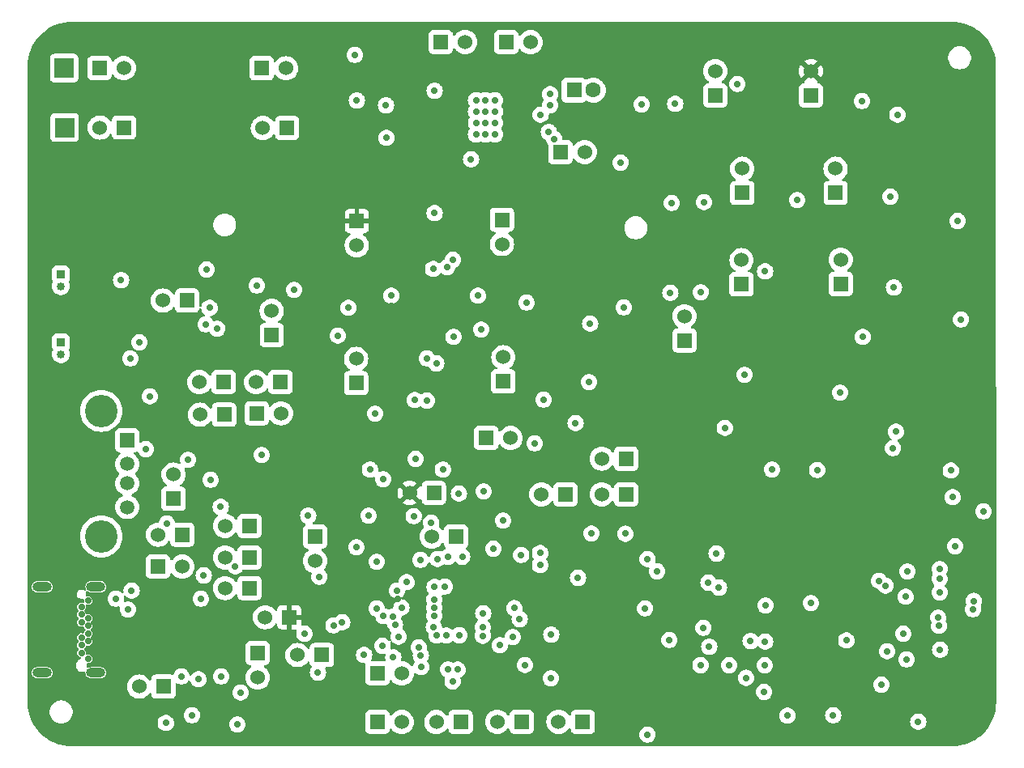
<source format=gbr>
%TF.GenerationSoftware,KiCad,Pcbnew,7.0.7*%
%TF.CreationDate,2024-11-27T13:26:37-08:00*%
%TF.ProjectId,OuterBoard_rev2.1,4f757465-7242-46f6-9172-645f72657632,rev?*%
%TF.SameCoordinates,Original*%
%TF.FileFunction,Copper,L3,Inr*%
%TF.FilePolarity,Positive*%
%FSLAX46Y46*%
G04 Gerber Fmt 4.6, Leading zero omitted, Abs format (unit mm)*
G04 Created by KiCad (PCBNEW 7.0.7) date 2024-11-27 13:26:37*
%MOMM*%
%LPD*%
G01*
G04 APERTURE LIST*
%TA.AperFunction,ComponentPad*%
%ADD10R,1.530000X1.530000*%
%TD*%
%TA.AperFunction,ComponentPad*%
%ADD11C,1.530000*%
%TD*%
%TA.AperFunction,ComponentPad*%
%ADD12C,0.700000*%
%TD*%
%TA.AperFunction,ComponentPad*%
%ADD13O,2.000000X1.000000*%
%TD*%
%TA.AperFunction,ComponentPad*%
%ADD14R,1.508000X1.508000*%
%TD*%
%TA.AperFunction,ComponentPad*%
%ADD15C,1.508000*%
%TD*%
%TA.AperFunction,ComponentPad*%
%ADD16C,3.396000*%
%TD*%
%TA.AperFunction,ComponentPad*%
%ADD17R,2.000000X2.000000*%
%TD*%
%TA.AperFunction,ComponentPad*%
%ADD18R,0.850000X0.850000*%
%TD*%
%TA.AperFunction,ComponentPad*%
%ADD19C,0.850000*%
%TD*%
%TA.AperFunction,ComponentPad*%
%ADD20R,1.600000X1.600000*%
%TD*%
%TA.AperFunction,ComponentPad*%
%ADD21C,1.600000*%
%TD*%
%TA.AperFunction,ViaPad*%
%ADD22C,0.700000*%
%TD*%
G04 APERTURE END LIST*
D10*
%TO.N,VCC*%
%TO.C,J14*%
X97993200Y-89560400D03*
D11*
%TO.N,Net-(U1-V_{DD})*%
X95453200Y-89560400D03*
%TD*%
D10*
%TO.N,BNO_SDA*%
%TO.C,J27*%
X117881400Y-128574800D03*
D11*
%TO.N,GPIO33*%
X120421400Y-128574800D03*
%TD*%
D10*
%TO.N,Net-(U2-BOUT1)*%
%TO.C,J5*%
X124496900Y-62509400D03*
D11*
%TO.N,Net-(U2-BOUT2)*%
X127036900Y-62509400D03*
%TD*%
D12*
%TO.N,N/C*%
%TO.C,U2*%
X128180000Y-68588600D03*
X128180000Y-69788600D03*
X128180000Y-70988600D03*
X128180000Y-72188600D03*
X129180000Y-68588600D03*
X129180000Y-69788600D03*
X129180000Y-70988600D03*
X129180000Y-72188600D03*
X130180000Y-68588600D03*
X130180000Y-69788600D03*
X130180000Y-70988600D03*
X130180000Y-72188600D03*
%TD*%
D10*
%TO.N,+BATT*%
%TO.C,J13*%
X96570800Y-110298300D03*
D11*
%TO.N,Net-(J13-Pad02)*%
X96570800Y-107758300D03*
%TD*%
D12*
%TO.N,GND*%
%TO.C,J42*%
X87641700Y-127052800D03*
%TO.N,unconnected-(J42-SSTXP2-PadB2)*%
X86941700Y-126402800D03*
%TO.N,unconnected-(J42-SSTXN2-PadB3)*%
X86941700Y-125602800D03*
%TO.N,+5V*%
X87641700Y-125202800D03*
%TO.N,Net-(J42-CC2)*%
X86941700Y-124802800D03*
%TO.N,Net-(J42-DN2)*%
X87641700Y-124402800D03*
X87641700Y-123602800D03*
%TO.N,unconnected-(J42-SBU2-PadB8)*%
X86941700Y-123202800D03*
%TO.N,+5V*%
X87641700Y-122802800D03*
%TO.N,unconnected-(J42-SSRXN1-PadB10)*%
X86941700Y-122402800D03*
%TO.N,unconnected-(J42-SSRXP1-PadB11)*%
X86941700Y-121602800D03*
%TO.N,GND*%
X87641700Y-120952800D03*
D13*
X88441700Y-119502800D03*
X88441700Y-128502800D03*
X82841700Y-119502800D03*
X82841700Y-128502800D03*
%TD*%
D10*
%TO.N,DRV_FAULT*%
%TO.C,J16*%
X139344400Y-133629400D03*
D11*
%TO.N,GPIO37*%
X136804400Y-133629400D03*
%TD*%
D14*
%TO.N,+5V*%
%TO.C,J44*%
X91726100Y-104167550D03*
D15*
%TO.N,Net-(J44-D-)*%
X91726100Y-106667550D03*
%TO.N,Net-(J44-D+)*%
X91726100Y-108667550D03*
%TO.N,GND*%
X91726100Y-111167550D03*
D16*
X89016100Y-101097550D03*
X89016100Y-114237550D03*
%TD*%
D10*
%TO.N,Net-(U5-VOUT)*%
%TO.C,J22*%
X166293800Y-87805900D03*
D11*
%TO.N,+1V8*%
X166293800Y-85265900D03*
%TD*%
D10*
%TO.N,+3.3V*%
%TO.C,J35*%
X108672700Y-122682000D03*
D11*
%TO.N,Net-(U7-VCC)*%
X106132700Y-122682000D03*
%TD*%
D10*
%TO.N,D0{slash}A0*%
%TO.C,J31*%
X126097100Y-114249200D03*
D11*
%TO.N,MOTOR2_BIN2*%
X123557100Y-114249200D03*
%TD*%
D10*
%TO.N,USB_DP*%
%TO.C,J9*%
X104495600Y-116433600D03*
D11*
%TO.N,Net-(U7-USBDP)*%
X101955600Y-116433600D03*
%TD*%
D10*
%TO.N,+5V*%
%TO.C,J36*%
X111353600Y-114249200D03*
D11*
%TO.N,Net-(D8-A)*%
X111353600Y-116789200D03*
%TD*%
D10*
%TO.N,VCC*%
%TO.C,J15*%
X101854000Y-101498400D03*
D11*
%TO.N,Net-(U3-V_{DD})*%
X99314000Y-101498400D03*
%TD*%
D10*
%TO.N,Net-(J1-Pad01)*%
%TO.C,J1*%
X88823800Y-65227200D03*
D11*
%TO.N,Net-(D1-K)*%
X91363800Y-65227200D03*
%TD*%
D10*
%TO.N,Net-(U2-AOUT1)*%
%TO.C,J6*%
X131343400Y-62534800D03*
D11*
%TO.N,Net-(U2-AOUT2)*%
X133883400Y-62534800D03*
%TD*%
D10*
%TO.N,+3.3V*%
%TO.C,J38*%
X115722400Y-81229200D03*
D11*
%TO.N,Net-(U8-VDD)*%
X115722400Y-83769200D03*
%TD*%
D10*
%TO.N,Net-(D15-K)*%
%TO.C,J46*%
X107746800Y-98094800D03*
D11*
%TO.N,VDC*%
X105206800Y-98094800D03*
%TD*%
D10*
%TO.N,Net-(U11-VCC)*%
%TO.C,J34*%
X149961600Y-93726000D03*
D11*
%TO.N,VDD_SPI*%
X149961600Y-91186000D03*
%TD*%
D10*
%TO.N,BNO_INT*%
%TO.C,J25*%
X126568200Y-133654800D03*
D11*
%TO.N,GPIO35*%
X124028200Y-133654800D03*
%TD*%
D10*
%TO.N,Net-(U2-VM)*%
%TO.C,J23*%
X136996100Y-74015600D03*
D11*
%TO.N,+BATT*%
X139536100Y-74015600D03*
%TD*%
D10*
%TO.N,Net-(J33-Pad01)*%
%TO.C,J33*%
X123774200Y-109687400D03*
D11*
%TO.N,+3.3V*%
X121234200Y-109687400D03*
%TD*%
D10*
%TO.N,D2{slash}A2*%
%TO.C,J29*%
X143865600Y-109829600D03*
D11*
%TO.N,MOTOR1_AIN2*%
X141325600Y-109829600D03*
%TD*%
D10*
%TO.N,Net-(U7-USBDM)*%
%TO.C,J43*%
X104495600Y-119634000D03*
D11*
%TO.N,USB_DN*%
X101955600Y-119634000D03*
%TD*%
D10*
%TO.N,USB_DP*%
%TO.C,J48*%
X104495600Y-113131600D03*
D11*
%TO.N,Net-(J44-D+)*%
X101955600Y-113131600D03*
%TD*%
D10*
%TO.N,Net-(D3-K)*%
%TO.C,J3*%
X105779500Y-65252600D03*
D11*
%TO.N,VCC*%
X108319500Y-65252600D03*
%TD*%
D17*
%TO.N,Net-(J1-Pad01)*%
%TO.C,TP1*%
X85140800Y-65244000D03*
%TD*%
D10*
%TO.N,Net-(D2-K)*%
%TO.C,J2*%
X91389200Y-71450200D03*
D11*
%TO.N,Net-(J2-Pad02)*%
X88849200Y-71450200D03*
%TD*%
D10*
%TO.N,GND*%
%TO.C,J41*%
X130886200Y-81102200D03*
D11*
%TO.N,Net-(U8-PIN16)*%
X130886200Y-83642200D03*
%TD*%
D10*
%TO.N,GND*%
%TO.C,J4*%
X108444100Y-71501000D03*
D11*
%TO.N,Net-(D1-A)*%
X105904100Y-71501000D03*
%TD*%
D18*
%TO.N,Net-(J12-Pad02)*%
%TO.C,J7*%
X84785200Y-86801801D03*
D19*
%TO.N,GND*%
X84785200Y-88051801D03*
%TD*%
D18*
%TO.N,Net-(J13-Pad02)*%
%TO.C,J8*%
X84792401Y-93913801D03*
D19*
%TO.N,GND*%
X84792401Y-95163801D03*
%TD*%
D10*
%TO.N,Net-(U7-TXD)*%
%TO.C,J51*%
X105359200Y-126441200D03*
D11*
%TO.N,RX_D7*%
X105359200Y-128981200D03*
%TD*%
D10*
%TO.N,GND*%
%TO.C,J39*%
X115646200Y-98196400D03*
D11*
%TO.N,Net-(U8-PIN10)*%
X115646200Y-95656400D03*
%TD*%
D17*
%TO.N,Net-(J2-Pad02)*%
%TO.C,TP2*%
X85166200Y-71450200D03*
%TD*%
D10*
%TO.N,Net-(U6-VO)*%
%TO.C,J21*%
X165760400Y-78306300D03*
D11*
%TO.N,Net-(C25-Pad1)*%
X165760400Y-75766300D03*
%TD*%
D10*
%TO.N,D3{slash}A3*%
%TO.C,J28*%
X143865600Y-106095800D03*
D11*
%TO.N,MOTOR1_AIN1*%
X141325600Y-106095800D03*
%TD*%
D10*
%TO.N,BNO_SCL*%
%TO.C,J26*%
X117881400Y-133654800D03*
D11*
%TO.N,GPIO34*%
X120421400Y-133654800D03*
%TD*%
D10*
%TO.N,TX_D6*%
%TO.C,J52*%
X112064800Y-126644400D03*
D11*
%TO.N,Net-(U7-RXD)*%
X109524800Y-126644400D03*
%TD*%
D10*
%TO.N,Net-(C38-Pad1)*%
%TO.C,J32*%
X129260600Y-103936800D03*
D11*
%TO.N,Net-(J32-Pad02)*%
X131800600Y-103936800D03*
%TD*%
D10*
%TO.N,DRV_SLEEP*%
%TO.C,J24*%
X132943600Y-133629400D03*
D11*
%TO.N,GPIO36*%
X130403600Y-133629400D03*
%TD*%
D10*
%TO.N,VDC*%
%TO.C,J18*%
X155930600Y-87856700D03*
D11*
%TO.N,Net-(U5-EN)*%
X155930600Y-85316700D03*
%TD*%
D10*
%TO.N,VDC*%
%TO.C,J17*%
X153187400Y-68095500D03*
D11*
%TO.N,Net-(U4-EN)*%
X153187400Y-65555500D03*
%TD*%
D10*
%TO.N,+5V*%
%TO.C,J45*%
X105257600Y-101346000D03*
D11*
%TO.N,Net-(D15-A)*%
X107797600Y-101346000D03*
%TD*%
D10*
%TO.N,D1{slash}A1*%
%TO.C,J30*%
X137541000Y-109829600D03*
D11*
%TO.N,MOTOR2_BIN1*%
X135001000Y-109829600D03*
%TD*%
D10*
%TO.N,Net-(J42-DN1)*%
%TO.C,J49*%
X97485200Y-114046000D03*
D11*
%TO.N,USB_DN*%
X94945200Y-114046000D03*
%TD*%
D10*
%TO.N,USB_DP*%
%TO.C,J50*%
X94945200Y-117398800D03*
D11*
%TO.N,Net-(J42-DN2)*%
X97485200Y-117398800D03*
%TD*%
D10*
%TO.N,Net-(U4-VOUT)*%
%TO.C,J20*%
X163195000Y-68095500D03*
D11*
%TO.N,+3.3V*%
X163195000Y-65555500D03*
%TD*%
D20*
%TO.N,+BATT*%
%TO.C,C6*%
X138436600Y-67538600D03*
D21*
%TO.N,GND*%
X140436600Y-67538600D03*
%TD*%
D10*
%TO.N,+BATT*%
%TO.C,J12*%
X101803200Y-98094800D03*
D11*
%TO.N,Net-(J12-Pad02)*%
X99263200Y-98094800D03*
%TD*%
D10*
%TO.N,VDC*%
%TO.C,J19*%
X156006800Y-78306300D03*
D11*
%TO.N,Net-(U6-VI)*%
X156006800Y-75766300D03*
%TD*%
D10*
%TO.N,Net-(J44-D-)*%
%TO.C,J47*%
X95504000Y-129946400D03*
D11*
%TO.N,USB_DN*%
X92964000Y-129946400D03*
%TD*%
D10*
%TO.N,Net-(D8-K)*%
%TO.C,J37*%
X106832400Y-93167200D03*
D11*
%TO.N,VDC*%
X106832400Y-90627200D03*
%TD*%
D10*
%TO.N,GND*%
%TO.C,J40*%
X131038600Y-98018600D03*
D11*
%TO.N,Net-(U8-PIN15)*%
X131038600Y-95478600D03*
%TD*%
D22*
%TO.N,GND*%
X131013200Y-112572800D03*
X124026937Y-96132737D03*
X171500800Y-78689200D03*
X128981200Y-109524800D03*
X117652800Y-101396800D03*
X98094800Y-106222800D03*
X93014800Y-93929200D03*
X178003200Y-110134400D03*
X124714000Y-107238800D03*
X123698000Y-86258400D03*
X158394400Y-86512400D03*
X90517900Y-120751600D03*
X158343600Y-127711200D03*
X143306800Y-75133200D03*
X148996400Y-68986400D03*
X148640800Y-79349600D03*
X93675200Y-105105200D03*
X94081600Y-99568000D03*
X109169200Y-88442800D03*
X101142800Y-92506800D03*
X113741200Y-93218000D03*
X118770400Y-69138800D03*
X172212000Y-70104000D03*
X159105600Y-107238800D03*
X161747200Y-79044800D03*
X143611600Y-90271600D03*
X115722400Y-68630800D03*
X115519200Y-63855600D03*
X171856400Y-88188800D03*
X117805200Y-121767600D03*
X168605200Y-93370400D03*
X105765600Y-105714800D03*
X129999103Y-115521103D03*
X97383600Y-128879600D03*
X91084400Y-87426800D03*
X138582400Y-102362000D03*
X92049600Y-95605600D03*
X118821200Y-72542400D03*
X128371600Y-89052400D03*
X145491200Y-69037200D03*
X134932500Y-70111700D03*
X116941600Y-112064800D03*
X160731200Y-132994400D03*
X155498800Y-66903600D03*
X135991600Y-129082800D03*
X117094000Y-107238800D03*
X133451600Y-89763600D03*
X173177200Y-127101600D03*
X99415600Y-120751600D03*
X168503600Y-68681600D03*
X119329200Y-89052400D03*
X113284000Y-123545600D03*
X117805200Y-116890800D03*
X178511200Y-81229200D03*
X103225600Y-133908800D03*
X151688800Y-88696800D03*
X101549200Y-128879600D03*
X156870400Y-125178900D03*
X165506400Y-132943600D03*
X158292800Y-130505200D03*
X123850400Y-80416000D03*
X114858800Y-90322400D03*
X99161600Y-129184400D03*
X138836400Y-118567200D03*
X125069600Y-124612400D03*
X151993600Y-79248000D03*
X163830000Y-107289600D03*
X176631600Y-120091200D03*
X148488400Y-88747600D03*
X178866800Y-91541600D03*
X136042400Y-124510800D03*
X95758000Y-133756400D03*
%TO.N,+BATT*%
X100431600Y-108305600D03*
%TO.N,VDC*%
X105257600Y-87985600D03*
X100025200Y-86309200D03*
%TO.N,Net-(D7-K)*%
X180131484Y-121848810D03*
X178257200Y-115265200D03*
%TO.N,+3.3V*%
X147574000Y-130860800D03*
X108204000Y-132334000D03*
X170484800Y-93421200D03*
X131775200Y-128574800D03*
X129641600Y-129082800D03*
X117500400Y-103174800D03*
X120029097Y-120737696D03*
X103124000Y-108508800D03*
X133604000Y-124460000D03*
X119329200Y-90119200D03*
X153111200Y-124409200D03*
X118819300Y-124110500D03*
X98348800Y-110134400D03*
%TO.N,CAM_RESET*%
X172821600Y-124409200D03*
X174396400Y-133604000D03*
%TO.N,+1V8*%
X176479200Y-122732800D03*
%TO.N,Net-(U8-CAP)*%
X123035500Y-100025200D03*
X123035500Y-95605600D03*
%TO.N,Net-(U9-XTAL_N)*%
X134874000Y-115976400D03*
X134874000Y-117244300D03*
%TO.N,+5V*%
X92184300Y-119881808D03*
%TO.N,IO21{slash}USER_LED*%
X120091200Y-124714000D03*
X111658400Y-128473200D03*
%TO.N,USB_DP*%
X119714017Y-123475991D03*
%TO.N,USB_DN*%
X119532400Y-122631200D03*
%TO.N,MTDO{slash}IO40{slash}CAM_SDA*%
X133299200Y-127679300D03*
X151638000Y-127709100D03*
X177800000Y-107342500D03*
X176682400Y-126085600D03*
X154635200Y-127711200D03*
%TO.N,MTCK{slash}IO39{slash}CAM_SCL*%
X132010300Y-124756375D03*
X180212900Y-120980100D03*
X152552400Y-125780800D03*
X166243000Y-99187000D03*
%TO.N,IO38{slash}DVP_VSYNC*%
X170535600Y-129743200D03*
X130657600Y-125628400D03*
X166878000Y-125120400D03*
%TO.N,Net-(J10-Pad8)*%
X176580800Y-123596400D03*
X171145200Y-126238000D03*
%TO.N,IO47{slash}DVP_HREF*%
X158394400Y-125222000D03*
X128909699Y-124622098D03*
%TO.N,IO48{slash}DVP_Y9*%
X126447059Y-124570201D03*
X158445200Y-121462800D03*
%TO.N,IO10{slash}XMCLK*%
X120922900Y-119024400D03*
X153568400Y-119583200D03*
X121767600Y-99974400D03*
X153314400Y-116027200D03*
%TO.N,IO11{slash}DVP_Y8*%
X173075600Y-120548400D03*
X146100800Y-116586000D03*
X123850400Y-119532400D03*
%TO.N,IO12{slash}DVP_Y7*%
X122381571Y-116691971D03*
X145846800Y-121767100D03*
%TO.N,IO13{slash}DVP_PCLK*%
X123815398Y-120814097D03*
X170992800Y-119380000D03*
X151942800Y-123799600D03*
X152469955Y-119069061D03*
%TO.N,IO14{slash}DVP_Y6*%
X170281600Y-118872000D03*
X119914480Y-119893540D03*
X181205700Y-111607600D03*
X148386800Y-125069600D03*
X176631600Y-118668800D03*
%TO.N,IO15{slash}DVP_Y2*%
X123815398Y-121666000D03*
X143782250Y-113950798D03*
X173278800Y-117908900D03*
X140258800Y-113933500D03*
%TO.N,IO16{slash}DVP_Y5*%
X146100800Y-134975600D03*
X176631600Y-117652800D03*
X120389808Y-121672192D03*
%TO.N,IO17{slash}DVP_Y3*%
X163169600Y-121208800D03*
X123815398Y-122517903D03*
%TO.N,IO18{slash}DVP_Y4*%
X123761263Y-123702061D03*
X147091400Y-117881400D03*
%TO.N,CHIP_EN*%
X156260800Y-97332800D03*
X115671600Y-115366800D03*
%TO.N,MTDI{slash}IO41{slash}PDM_DATA*%
X171754800Y-105005700D03*
X128871900Y-123755545D03*
%TO.N,MTMS{slash}IO42{slash}PDM_CLK*%
X172059600Y-103276400D03*
X132740400Y-122883100D03*
%TO.N,Net-(U1-PROG)*%
X99923600Y-92049600D03*
X100330000Y-90322400D03*
%TO.N,Net-(R6-Pad1)*%
X156413200Y-129024300D03*
X154178000Y-102870000D03*
%TO.N,Net-(R13-Pad2)*%
X110642400Y-112064800D03*
X101498400Y-111150400D03*
%TO.N,DRV_FAULT*%
X127660400Y-74777600D03*
%TO.N,BNO_SCL*%
X125780800Y-85293200D03*
%TO.N,BNO_SDA*%
X114198400Y-123190000D03*
X125171200Y-86055200D03*
%TO.N,DRV_SLEEP*%
X123850400Y-67614800D03*
%TO.N,BNO_INT*%
X125815918Y-93347018D03*
%TO.N,MOTOR1_AIN1*%
X135940800Y-67970400D03*
%TO.N,D3{slash}A3*%
X124917200Y-119476400D03*
%TO.N,MOTOR1_AIN2*%
X135940800Y-69138800D03*
%TO.N,D2{slash}A2*%
X124155200Y-116586000D03*
%TO.N,MOTOR2_BIN1*%
X136347200Y-72644000D03*
%TO.N,D1{slash}A1*%
X125219269Y-116373148D03*
%TO.N,MOTOR2_BIN2*%
X135788400Y-71932800D03*
%TO.N,D0{slash}A0*%
X126734701Y-116358674D03*
%TO.N,Net-(U9-U0TXD)*%
X128930400Y-122275600D03*
X125730000Y-129395300D03*
%TO.N,RX_D7*%
X119532400Y-126898400D03*
X132181600Y-121737300D03*
X103581200Y-130556000D03*
X122410439Y-126699351D03*
%TO.N,VDD_SPI*%
X111810800Y-118465600D03*
X118414800Y-125679200D03*
X116484400Y-126644400D03*
X128727200Y-92600400D03*
X123494800Y-112776000D03*
X110236000Y-124409200D03*
%TO.N,SPIHD*%
X121876400Y-106121200D03*
X122180192Y-125823900D03*
%TO.N,SPIWP*%
X124053600Y-124612400D03*
X134315200Y-104495600D03*
%TO.N,SPICS0*%
X118465600Y-108254800D03*
X118516400Y-122580400D03*
%TO.N,SPICLK*%
X122461146Y-127903651D03*
X121666000Y-112115600D03*
%TO.N,SPIQ*%
X140004800Y-98094800D03*
X125237743Y-128141966D03*
X135229600Y-99923600D03*
X140106400Y-91948000D03*
%TO.N,SPID*%
X132898992Y-116185792D03*
X126239500Y-128168400D03*
%TO.N,Net-(J32-Pad02)*%
X126390400Y-109728000D03*
%TO.N,Net-(J42-CC1)*%
X98501200Y-132943600D03*
X91803729Y-121876988D03*
%TO.N,Net-(U7-USBDP)*%
X99720400Y-118313200D03*
%TO.N,Net-(U7-USBDM)*%
X103022400Y-117348000D03*
%TO.N,Net-(J42-DN2)*%
X95859600Y-112877600D03*
%TD*%
%TA.AperFunction,Conductor*%
%TO.N,+3.3V*%
G36*
X178348428Y-60415790D02*
G01*
X178353780Y-60416259D01*
X178744117Y-60467648D01*
X178749425Y-60468584D01*
X179133783Y-60553794D01*
X179138981Y-60555187D01*
X179498936Y-60668679D01*
X179514455Y-60673573D01*
X179519540Y-60675424D01*
X179645172Y-60727462D01*
X179883269Y-60826085D01*
X179888139Y-60828356D01*
X180237350Y-61010144D01*
X180242028Y-61012846D01*
X180574059Y-61224372D01*
X180578487Y-61227473D01*
X180848495Y-61434657D01*
X180890814Y-61467129D01*
X180894959Y-61470608D01*
X181185204Y-61736569D01*
X181189030Y-61740395D01*
X181454991Y-62030640D01*
X181458470Y-62034785D01*
X181698123Y-62347107D01*
X181701227Y-62351540D01*
X181912753Y-62683571D01*
X181915459Y-62688257D01*
X182080397Y-63005100D01*
X182097234Y-63037442D01*
X182099521Y-63042346D01*
X182250175Y-63406059D01*
X182252026Y-63411144D01*
X182321645Y-63631946D01*
X182368242Y-63779734D01*
X182370406Y-63786595D01*
X182371806Y-63791822D01*
X182457014Y-64176172D01*
X182457954Y-64181501D01*
X182509338Y-64571801D01*
X182509810Y-64577192D01*
X182527100Y-64973200D01*
X182527100Y-65013083D01*
X182528724Y-131606000D01*
X182528724Y-131624423D01*
X182511432Y-132020429D01*
X182510960Y-132025819D01*
X182459575Y-132416119D01*
X182458635Y-132421448D01*
X182373425Y-132805799D01*
X182372024Y-132811025D01*
X182253643Y-133186478D01*
X182251792Y-133191563D01*
X182101138Y-133555271D01*
X182098852Y-133560175D01*
X181917076Y-133909361D01*
X181914370Y-133914047D01*
X181702848Y-134246071D01*
X181699744Y-134250504D01*
X181460082Y-134562837D01*
X181456605Y-134566979D01*
X181400907Y-134627764D01*
X181190647Y-134857221D01*
X181186821Y-134861047D01*
X180896583Y-135127003D01*
X180892437Y-135130482D01*
X180580104Y-135370144D01*
X180575671Y-135373248D01*
X180243647Y-135584770D01*
X180238961Y-135587476D01*
X179889775Y-135769252D01*
X179884871Y-135771538D01*
X179521163Y-135922192D01*
X179516078Y-135924043D01*
X179140625Y-136042424D01*
X179135399Y-136043825D01*
X178751049Y-136129035D01*
X178745719Y-136129975D01*
X178355420Y-136181360D01*
X178350029Y-136181832D01*
X177954032Y-136199123D01*
X85957123Y-136197501D01*
X85957113Y-136197500D01*
X85942682Y-136197500D01*
X85902800Y-136197500D01*
X85506792Y-136180210D01*
X85501401Y-136179738D01*
X85111101Y-136128354D01*
X85105772Y-136127414D01*
X84721422Y-136042206D01*
X84716202Y-136040808D01*
X84592083Y-136001673D01*
X84340744Y-135922426D01*
X84335659Y-135920575D01*
X83975850Y-135771538D01*
X83971940Y-135769918D01*
X83967050Y-135767638D01*
X83617857Y-135585859D01*
X83613171Y-135583153D01*
X83281140Y-135371627D01*
X83276707Y-135368523D01*
X82964385Y-135128870D01*
X82960240Y-135125391D01*
X82796771Y-134975599D01*
X145245615Y-134975599D01*
X145264303Y-135153405D01*
X145264304Y-135153407D01*
X145319547Y-135323429D01*
X145319550Y-135323435D01*
X145408941Y-135478265D01*
X145450612Y-135524546D01*
X145528564Y-135611121D01*
X145528567Y-135611123D01*
X145528570Y-135611126D01*
X145673207Y-135716212D01*
X145836533Y-135788929D01*
X146011409Y-135826100D01*
X146011410Y-135826100D01*
X146190189Y-135826100D01*
X146190191Y-135826100D01*
X146365067Y-135788929D01*
X146528393Y-135716212D01*
X146673030Y-135611126D01*
X146792659Y-135478265D01*
X146882050Y-135323435D01*
X146937297Y-135153403D01*
X146955985Y-134975600D01*
X146937297Y-134797797D01*
X146884965Y-134636735D01*
X146882052Y-134627770D01*
X146882049Y-134627764D01*
X146792659Y-134472935D01*
X146737309Y-134411463D01*
X146673035Y-134340078D01*
X146673032Y-134340076D01*
X146673031Y-134340075D01*
X146673030Y-134340074D01*
X146528393Y-134234988D01*
X146365067Y-134162271D01*
X146365065Y-134162270D01*
X146237394Y-134135133D01*
X146190191Y-134125100D01*
X146011409Y-134125100D01*
X145980754Y-134131615D01*
X145836533Y-134162270D01*
X145836528Y-134162272D01*
X145673208Y-134234987D01*
X145528568Y-134340075D01*
X145408940Y-134472936D01*
X145319550Y-134627764D01*
X145319547Y-134627770D01*
X145264304Y-134797792D01*
X145264303Y-134797794D01*
X145245615Y-134975599D01*
X82796771Y-134975599D01*
X82669995Y-134859430D01*
X82666169Y-134855604D01*
X82659680Y-134848523D01*
X82488883Y-134662131D01*
X82400208Y-134565359D01*
X82396729Y-134561214D01*
X82383770Y-134544326D01*
X82157073Y-134248887D01*
X82153972Y-134244459D01*
X81942446Y-133912428D01*
X81939740Y-133907742D01*
X81922900Y-133875392D01*
X81757956Y-133558539D01*
X81755685Y-133553669D01*
X81647062Y-133291429D01*
X81605024Y-133189940D01*
X81603173Y-133184855D01*
X81583001Y-133120878D01*
X81484787Y-132809381D01*
X81483393Y-132804177D01*
X81474884Y-132765797D01*
X81460129Y-132699243D01*
X83635500Y-132699243D01*
X83676382Y-132917940D01*
X83747430Y-133101335D01*
X83756752Y-133125398D01*
X83756754Y-133125404D01*
X83873874Y-133314560D01*
X83873876Y-133314562D01*
X84023761Y-133478979D01*
X84201308Y-133613056D01*
X84201316Y-133613061D01*
X84400461Y-133712224D01*
X84400465Y-133712225D01*
X84400472Y-133712229D01*
X84614464Y-133773115D01*
X84780497Y-133788500D01*
X84780501Y-133788500D01*
X84891499Y-133788500D01*
X84891503Y-133788500D01*
X85057536Y-133773115D01*
X85116283Y-133756400D01*
X94902815Y-133756400D01*
X94921503Y-133934205D01*
X94921504Y-133934207D01*
X94976747Y-134104229D01*
X94976750Y-134104235D01*
X95066141Y-134259065D01*
X95097673Y-134294085D01*
X95185764Y-134391921D01*
X95185767Y-134391923D01*
X95185770Y-134391926D01*
X95330407Y-134497012D01*
X95493733Y-134569729D01*
X95668609Y-134606900D01*
X95668610Y-134606900D01*
X95847389Y-134606900D01*
X95847391Y-134606900D01*
X96022267Y-134569729D01*
X96185593Y-134497012D01*
X96330230Y-134391926D01*
X96449859Y-134259065D01*
X96539250Y-134104235D01*
X96594497Y-133934203D01*
X96597167Y-133908800D01*
X102370415Y-133908800D01*
X102389103Y-134086605D01*
X102389104Y-134086607D01*
X102444347Y-134256629D01*
X102444350Y-134256635D01*
X102533741Y-134411465D01*
X102561490Y-134442283D01*
X102653364Y-134544321D01*
X102653367Y-134544323D01*
X102653370Y-134544326D01*
X102798007Y-134649412D01*
X102961333Y-134722129D01*
X103136209Y-134759300D01*
X103136210Y-134759300D01*
X103314989Y-134759300D01*
X103314991Y-134759300D01*
X103489867Y-134722129D01*
X103653193Y-134649412D01*
X103797830Y-134544326D01*
X103821396Y-134518154D01*
X103840432Y-134497012D01*
X103866852Y-134467670D01*
X116615900Y-134467670D01*
X116615901Y-134467676D01*
X116622308Y-134527283D01*
X116672602Y-134662128D01*
X116672606Y-134662135D01*
X116758852Y-134777344D01*
X116758855Y-134777347D01*
X116874064Y-134863593D01*
X116874071Y-134863597D01*
X117008917Y-134913891D01*
X117008916Y-134913891D01*
X117015844Y-134914635D01*
X117068527Y-134920300D01*
X118694272Y-134920299D01*
X118753883Y-134913891D01*
X118888731Y-134863596D01*
X119003946Y-134777346D01*
X119090196Y-134662131D01*
X119140491Y-134527283D01*
X119146900Y-134467673D01*
X119146899Y-134434234D01*
X119166582Y-134367198D01*
X119219384Y-134321442D01*
X119288543Y-134311497D01*
X119352099Y-134340520D01*
X119372473Y-134363111D01*
X119448262Y-134471347D01*
X119448268Y-134471355D01*
X119604845Y-134627932D01*
X119786233Y-134754942D01*
X119878126Y-134797792D01*
X119986913Y-134848520D01*
X119986915Y-134848520D01*
X119986920Y-134848523D01*
X120200809Y-134905835D01*
X120358373Y-134919619D01*
X120421398Y-134925134D01*
X120421400Y-134925134D01*
X120421402Y-134925134D01*
X120476676Y-134920298D01*
X120641991Y-134905835D01*
X120855880Y-134848523D01*
X121056567Y-134754942D01*
X121237955Y-134627932D01*
X121394532Y-134471355D01*
X121521542Y-134289967D01*
X121615123Y-134089280D01*
X121672435Y-133875391D01*
X121691734Y-133654801D01*
X122757866Y-133654801D01*
X122777164Y-133875385D01*
X122777165Y-133875392D01*
X122834475Y-134089275D01*
X122834479Y-134089286D01*
X122909656Y-134250504D01*
X122928058Y-134289967D01*
X123055068Y-134471355D01*
X123211645Y-134627932D01*
X123393033Y-134754942D01*
X123484926Y-134797792D01*
X123593713Y-134848520D01*
X123593715Y-134848520D01*
X123593720Y-134848523D01*
X123807609Y-134905835D01*
X123965173Y-134919619D01*
X124028198Y-134925134D01*
X124028200Y-134925134D01*
X124028202Y-134925134D01*
X124083476Y-134920298D01*
X124248791Y-134905835D01*
X124462680Y-134848523D01*
X124663367Y-134754942D01*
X124844755Y-134627932D01*
X125001332Y-134471355D01*
X125077128Y-134363107D01*
X125131701Y-134319485D01*
X125201200Y-134312291D01*
X125263555Y-134343813D01*
X125298969Y-134404043D01*
X125302700Y-134434230D01*
X125302700Y-134467668D01*
X125302701Y-134467676D01*
X125309108Y-134527283D01*
X125359402Y-134662128D01*
X125359406Y-134662135D01*
X125445652Y-134777344D01*
X125445655Y-134777347D01*
X125560864Y-134863593D01*
X125560871Y-134863597D01*
X125695717Y-134913891D01*
X125695716Y-134913891D01*
X125702644Y-134914635D01*
X125755327Y-134920300D01*
X127381072Y-134920299D01*
X127440683Y-134913891D01*
X127575531Y-134863596D01*
X127690746Y-134777346D01*
X127776996Y-134662131D01*
X127827291Y-134527283D01*
X127833700Y-134467673D01*
X127833699Y-133629401D01*
X129133266Y-133629401D01*
X129152564Y-133849985D01*
X129152565Y-133849992D01*
X129209875Y-134063875D01*
X129209879Y-134063886D01*
X129294833Y-134246071D01*
X129303458Y-134264567D01*
X129430468Y-134445955D01*
X129587045Y-134602532D01*
X129768433Y-134729542D01*
X129832250Y-134759300D01*
X129969113Y-134823120D01*
X129969115Y-134823120D01*
X129969120Y-134823123D01*
X130183009Y-134880435D01*
X130340573Y-134894220D01*
X130403598Y-134899734D01*
X130403600Y-134899734D01*
X130403602Y-134899734D01*
X130458876Y-134894898D01*
X130624191Y-134880435D01*
X130838080Y-134823123D01*
X131038767Y-134729542D01*
X131220155Y-134602532D01*
X131376732Y-134445955D01*
X131452528Y-134337707D01*
X131507101Y-134294085D01*
X131576600Y-134286891D01*
X131638955Y-134318413D01*
X131674369Y-134378643D01*
X131678100Y-134408830D01*
X131678100Y-134442268D01*
X131678101Y-134442276D01*
X131684508Y-134501883D01*
X131734802Y-134636728D01*
X131734806Y-134636735D01*
X131821052Y-134751944D01*
X131821055Y-134751947D01*
X131936264Y-134838193D01*
X131936271Y-134838197D01*
X132071117Y-134888491D01*
X132071116Y-134888491D01*
X132078044Y-134889235D01*
X132130727Y-134894900D01*
X133756472Y-134894899D01*
X133816083Y-134888491D01*
X133950931Y-134838196D01*
X134066146Y-134751946D01*
X134152396Y-134636731D01*
X134202691Y-134501883D01*
X134209100Y-134442273D01*
X134209100Y-133629401D01*
X135534066Y-133629401D01*
X135553364Y-133849985D01*
X135553365Y-133849992D01*
X135610675Y-134063875D01*
X135610679Y-134063886D01*
X135695633Y-134246071D01*
X135704258Y-134264567D01*
X135831268Y-134445955D01*
X135987845Y-134602532D01*
X136169233Y-134729542D01*
X136233050Y-134759300D01*
X136369913Y-134823120D01*
X136369915Y-134823120D01*
X136369920Y-134823123D01*
X136583809Y-134880435D01*
X136741374Y-134894220D01*
X136804398Y-134899734D01*
X136804400Y-134899734D01*
X136804402Y-134899734D01*
X136859676Y-134894898D01*
X137024991Y-134880435D01*
X137238880Y-134823123D01*
X137439567Y-134729542D01*
X137620955Y-134602532D01*
X137777532Y-134445955D01*
X137853328Y-134337707D01*
X137907901Y-134294085D01*
X137977400Y-134286891D01*
X138039755Y-134318413D01*
X138075169Y-134378643D01*
X138078900Y-134408830D01*
X138078900Y-134442268D01*
X138078901Y-134442276D01*
X138085308Y-134501883D01*
X138135602Y-134636728D01*
X138135606Y-134636735D01*
X138221852Y-134751944D01*
X138221855Y-134751947D01*
X138337064Y-134838193D01*
X138337071Y-134838197D01*
X138471917Y-134888491D01*
X138471916Y-134888491D01*
X138478844Y-134889235D01*
X138531527Y-134894900D01*
X140157272Y-134894899D01*
X140216883Y-134888491D01*
X140351731Y-134838196D01*
X140466946Y-134751946D01*
X140553196Y-134636731D01*
X140603491Y-134501883D01*
X140609900Y-134442273D01*
X140609899Y-132994400D01*
X159876015Y-132994400D01*
X159894703Y-133172205D01*
X159894704Y-133172207D01*
X159949947Y-133342229D01*
X159949950Y-133342235D01*
X160039341Y-133497065D01*
X160081012Y-133543346D01*
X160158964Y-133629921D01*
X160158967Y-133629923D01*
X160158970Y-133629926D01*
X160303607Y-133735012D01*
X160466933Y-133807729D01*
X160641809Y-133844900D01*
X160641810Y-133844900D01*
X160820589Y-133844900D01*
X160820591Y-133844900D01*
X160995467Y-133807729D01*
X161158793Y-133735012D01*
X161303430Y-133629926D01*
X161303906Y-133629398D01*
X161329348Y-133601141D01*
X161423059Y-133497065D01*
X161512450Y-133342235D01*
X161567697Y-133172203D01*
X161586385Y-132994400D01*
X161581046Y-132943600D01*
X164651215Y-132943600D01*
X164653830Y-132968476D01*
X164669903Y-133121405D01*
X164669904Y-133121407D01*
X164725147Y-133291429D01*
X164725150Y-133291435D01*
X164814541Y-133446265D01*
X164843997Y-133478979D01*
X164934164Y-133579121D01*
X164934167Y-133579123D01*
X164934170Y-133579126D01*
X165078807Y-133684212D01*
X165242133Y-133756929D01*
X165417009Y-133794100D01*
X165417010Y-133794100D01*
X165595789Y-133794100D01*
X165595791Y-133794100D01*
X165770667Y-133756929D01*
X165933993Y-133684212D01*
X166044394Y-133604000D01*
X173541215Y-133604000D01*
X173543885Y-133629400D01*
X173559903Y-133781805D01*
X173559904Y-133781807D01*
X173615147Y-133951829D01*
X173615150Y-133951835D01*
X173704541Y-134106665D01*
X173721140Y-134125100D01*
X173824164Y-134239521D01*
X173824167Y-134239523D01*
X173824170Y-134239526D01*
X173968807Y-134344612D01*
X174132133Y-134417329D01*
X174307009Y-134454500D01*
X174307010Y-134454500D01*
X174485789Y-134454500D01*
X174485791Y-134454500D01*
X174660667Y-134417329D01*
X174823993Y-134344612D01*
X174968630Y-134239526D01*
X174972716Y-134234989D01*
X174994548Y-134210741D01*
X175088259Y-134106665D01*
X175177650Y-133951835D01*
X175232897Y-133781803D01*
X175251585Y-133604000D01*
X175232897Y-133426197D01*
X175205273Y-133341180D01*
X175177652Y-133256170D01*
X175177649Y-133256164D01*
X175088259Y-133101335D01*
X175011232Y-133015788D01*
X174968635Y-132968478D01*
X174968632Y-132968476D01*
X174968631Y-132968475D01*
X174968630Y-132968474D01*
X174823993Y-132863388D01*
X174660667Y-132790671D01*
X174660665Y-132790670D01*
X174532994Y-132763533D01*
X174485791Y-132753500D01*
X174307009Y-132753500D01*
X174276354Y-132760015D01*
X174132133Y-132790670D01*
X174132128Y-132790672D01*
X173968808Y-132863387D01*
X173824168Y-132968475D01*
X173704540Y-133101336D01*
X173615150Y-133256164D01*
X173615147Y-133256170D01*
X173559904Y-133426192D01*
X173559903Y-133426194D01*
X173543885Y-133578594D01*
X173541215Y-133604000D01*
X166044394Y-133604000D01*
X166078630Y-133579126D01*
X166079107Y-133578597D01*
X166104548Y-133550341D01*
X166198259Y-133446265D01*
X166287650Y-133291435D01*
X166342897Y-133121403D01*
X166361585Y-132943600D01*
X166342897Y-132765797D01*
X166307309Y-132656268D01*
X166287652Y-132595770D01*
X166287649Y-132595764D01*
X166198259Y-132440935D01*
X166128897Y-132363901D01*
X166078635Y-132308078D01*
X166078632Y-132308076D01*
X166078631Y-132308075D01*
X166078630Y-132308074D01*
X165933993Y-132202988D01*
X165770667Y-132130271D01*
X165770665Y-132130270D01*
X165642994Y-132103133D01*
X165595791Y-132093100D01*
X165417009Y-132093100D01*
X165386354Y-132099615D01*
X165242133Y-132130270D01*
X165242128Y-132130272D01*
X165078808Y-132202987D01*
X164934168Y-132308075D01*
X164814540Y-132440936D01*
X164725150Y-132595764D01*
X164725147Y-132595770D01*
X164669904Y-132765792D01*
X164669903Y-132765794D01*
X164651270Y-132943072D01*
X164651215Y-132943600D01*
X161581046Y-132943600D01*
X161567697Y-132816597D01*
X161515603Y-132656268D01*
X161512452Y-132646570D01*
X161512449Y-132646564D01*
X161423059Y-132491735D01*
X161359012Y-132420604D01*
X161303435Y-132358878D01*
X161303432Y-132358876D01*
X161303431Y-132358875D01*
X161303430Y-132358874D01*
X161158793Y-132253788D01*
X160995467Y-132181071D01*
X160995465Y-132181070D01*
X160867794Y-132153933D01*
X160820591Y-132143900D01*
X160641809Y-132143900D01*
X160611154Y-132150415D01*
X160466933Y-132181070D01*
X160466928Y-132181072D01*
X160303608Y-132253787D01*
X160158968Y-132358875D01*
X160039340Y-132491736D01*
X159949950Y-132646564D01*
X159949947Y-132646570D01*
X159894704Y-132816592D01*
X159894703Y-132816594D01*
X159876015Y-132994400D01*
X140609899Y-132994400D01*
X140609899Y-132816528D01*
X140603491Y-132756917D01*
X140565951Y-132656268D01*
X140553197Y-132622071D01*
X140553193Y-132622064D01*
X140466947Y-132506855D01*
X140466944Y-132506852D01*
X140351735Y-132420606D01*
X140351728Y-132420602D01*
X140216882Y-132370308D01*
X140216883Y-132370308D01*
X140157283Y-132363901D01*
X140157281Y-132363900D01*
X140157273Y-132363900D01*
X140157264Y-132363900D01*
X138531529Y-132363900D01*
X138531523Y-132363901D01*
X138471916Y-132370308D01*
X138337071Y-132420602D01*
X138337064Y-132420606D01*
X138221855Y-132506852D01*
X138221852Y-132506855D01*
X138135606Y-132622064D01*
X138135602Y-132622071D01*
X138085308Y-132756917D01*
X138079296Y-132812841D01*
X138078901Y-132816523D01*
X138078900Y-132816535D01*
X138078900Y-132849964D01*
X138059215Y-132917003D01*
X138006411Y-132962758D01*
X137937253Y-132972702D01*
X137873697Y-132943677D01*
X137853326Y-132921088D01*
X137777537Y-132812852D01*
X137777536Y-132812851D01*
X137777532Y-132812845D01*
X137620955Y-132656268D01*
X137439567Y-132529258D01*
X137439563Y-132529256D01*
X137238886Y-132435679D01*
X137238875Y-132435675D01*
X137024992Y-132378365D01*
X137024985Y-132378364D01*
X136804402Y-132359066D01*
X136804398Y-132359066D01*
X136583814Y-132378364D01*
X136583807Y-132378365D01*
X136369924Y-132435675D01*
X136369913Y-132435679D01*
X136169236Y-132529256D01*
X136169234Y-132529257D01*
X135987844Y-132656268D01*
X135831268Y-132812844D01*
X135704257Y-132994234D01*
X135704256Y-132994236D01*
X135610679Y-133194913D01*
X135610675Y-133194924D01*
X135553365Y-133408807D01*
X135553364Y-133408814D01*
X135534066Y-133629398D01*
X135534066Y-133629401D01*
X134209100Y-133629401D01*
X134209099Y-132816528D01*
X134202691Y-132756917D01*
X134165151Y-132656268D01*
X134152397Y-132622071D01*
X134152393Y-132622064D01*
X134066147Y-132506855D01*
X134066144Y-132506852D01*
X133950935Y-132420606D01*
X133950928Y-132420602D01*
X133816082Y-132370308D01*
X133816083Y-132370308D01*
X133756483Y-132363901D01*
X133756481Y-132363900D01*
X133756473Y-132363900D01*
X133756464Y-132363900D01*
X132130729Y-132363900D01*
X132130723Y-132363901D01*
X132071116Y-132370308D01*
X131936271Y-132420602D01*
X131936264Y-132420606D01*
X131821055Y-132506852D01*
X131821052Y-132506855D01*
X131734806Y-132622064D01*
X131734802Y-132622071D01*
X131684508Y-132756917D01*
X131678496Y-132812841D01*
X131678101Y-132816523D01*
X131678100Y-132816535D01*
X131678100Y-132849964D01*
X131658415Y-132917003D01*
X131605611Y-132962758D01*
X131536453Y-132972702D01*
X131472897Y-132943677D01*
X131452526Y-132921088D01*
X131376737Y-132812852D01*
X131376736Y-132812851D01*
X131376732Y-132812845D01*
X131220155Y-132656268D01*
X131038767Y-132529258D01*
X131038763Y-132529256D01*
X130838086Y-132435679D01*
X130838075Y-132435675D01*
X130624192Y-132378365D01*
X130624185Y-132378364D01*
X130403602Y-132359066D01*
X130403598Y-132359066D01*
X130183014Y-132378364D01*
X130183007Y-132378365D01*
X129969124Y-132435675D01*
X129969113Y-132435679D01*
X129768436Y-132529256D01*
X129768434Y-132529257D01*
X129587044Y-132656268D01*
X129430468Y-132812844D01*
X129303457Y-132994234D01*
X129303456Y-132994236D01*
X129209879Y-133194913D01*
X129209875Y-133194924D01*
X129152565Y-133408807D01*
X129152564Y-133408814D01*
X129133266Y-133629398D01*
X129133266Y-133629401D01*
X127833699Y-133629401D01*
X127833699Y-132841928D01*
X127827291Y-132782317D01*
X127821129Y-132765797D01*
X127776997Y-132647471D01*
X127776993Y-132647464D01*
X127690747Y-132532255D01*
X127690744Y-132532252D01*
X127575535Y-132446006D01*
X127575528Y-132446002D01*
X127440682Y-132395708D01*
X127440683Y-132395708D01*
X127381083Y-132389301D01*
X127381081Y-132389300D01*
X127381073Y-132389300D01*
X127381064Y-132389300D01*
X125755329Y-132389300D01*
X125755323Y-132389301D01*
X125695716Y-132395708D01*
X125560871Y-132446002D01*
X125560864Y-132446006D01*
X125445655Y-132532252D01*
X125445652Y-132532255D01*
X125359406Y-132647464D01*
X125359402Y-132647471D01*
X125309108Y-132782317D01*
X125305423Y-132816597D01*
X125302701Y-132841923D01*
X125302700Y-132841935D01*
X125302700Y-132875364D01*
X125283015Y-132942403D01*
X125230211Y-132988158D01*
X125161053Y-132998102D01*
X125097497Y-132969077D01*
X125077126Y-132946488D01*
X125001337Y-132838252D01*
X125001336Y-132838251D01*
X125001332Y-132838245D01*
X124844755Y-132681668D01*
X124663367Y-132554658D01*
X124663363Y-132554656D01*
X124462686Y-132461079D01*
X124462675Y-132461075D01*
X124248792Y-132403765D01*
X124248785Y-132403764D01*
X124028202Y-132384466D01*
X124028198Y-132384466D01*
X123807614Y-132403764D01*
X123807607Y-132403765D01*
X123593724Y-132461075D01*
X123593713Y-132461079D01*
X123393036Y-132554656D01*
X123393034Y-132554657D01*
X123211644Y-132681668D01*
X123055068Y-132838244D01*
X122928057Y-133019634D01*
X122928056Y-133019636D01*
X122834479Y-133220313D01*
X122834475Y-133220324D01*
X122777165Y-133434207D01*
X122777164Y-133434214D01*
X122757866Y-133654798D01*
X122757866Y-133654801D01*
X121691734Y-133654801D01*
X121691734Y-133654800D01*
X121672435Y-133434209D01*
X121615123Y-133220320D01*
X121600546Y-133189060D01*
X121570861Y-133125398D01*
X121521542Y-133019633D01*
X121394532Y-132838245D01*
X121237955Y-132681668D01*
X121056567Y-132554658D01*
X121056563Y-132554656D01*
X120855886Y-132461079D01*
X120855875Y-132461075D01*
X120641992Y-132403765D01*
X120641985Y-132403764D01*
X120421402Y-132384466D01*
X120421398Y-132384466D01*
X120200814Y-132403764D01*
X120200807Y-132403765D01*
X119986924Y-132461075D01*
X119986913Y-132461079D01*
X119786236Y-132554656D01*
X119786234Y-132554657D01*
X119604844Y-132681668D01*
X119448268Y-132838244D01*
X119422277Y-132875364D01*
X119374444Y-132943677D01*
X119372474Y-132946490D01*
X119317897Y-132990115D01*
X119248398Y-132997307D01*
X119186044Y-132965785D01*
X119150630Y-132905555D01*
X119146899Y-132875366D01*
X119146899Y-132841929D01*
X119146898Y-132841923D01*
X119146897Y-132841916D01*
X119140491Y-132782317D01*
X119134329Y-132765797D01*
X119090197Y-132647471D01*
X119090193Y-132647464D01*
X119003947Y-132532255D01*
X119003944Y-132532252D01*
X118888735Y-132446006D01*
X118888728Y-132446002D01*
X118753882Y-132395708D01*
X118753883Y-132395708D01*
X118694283Y-132389301D01*
X118694281Y-132389300D01*
X118694273Y-132389300D01*
X118694264Y-132389300D01*
X117068529Y-132389300D01*
X117068523Y-132389301D01*
X117008916Y-132395708D01*
X116874071Y-132446002D01*
X116874064Y-132446006D01*
X116758855Y-132532252D01*
X116758852Y-132532255D01*
X116672606Y-132647464D01*
X116672602Y-132647471D01*
X116622308Y-132782317D01*
X116618623Y-132816597D01*
X116615901Y-132841923D01*
X116615900Y-132841935D01*
X116615900Y-134467670D01*
X103866852Y-134467670D01*
X103917459Y-134411465D01*
X104006850Y-134256635D01*
X104062097Y-134086603D01*
X104080785Y-133908800D01*
X104062097Y-133730997D01*
X104023776Y-133613058D01*
X104006852Y-133560970D01*
X104006849Y-133560964D01*
X103917459Y-133406135D01*
X103859918Y-133342229D01*
X103797835Y-133273278D01*
X103797832Y-133273276D01*
X103797831Y-133273275D01*
X103797830Y-133273274D01*
X103653193Y-133168188D01*
X103489867Y-133095471D01*
X103489865Y-133095470D01*
X103362194Y-133068333D01*
X103314991Y-133058300D01*
X103136209Y-133058300D01*
X103105554Y-133064815D01*
X102961333Y-133095470D01*
X102961328Y-133095472D01*
X102798008Y-133168187D01*
X102653368Y-133273275D01*
X102533740Y-133406136D01*
X102444350Y-133560964D01*
X102444347Y-133560970D01*
X102389104Y-133730992D01*
X102389103Y-133730994D01*
X102370415Y-133908800D01*
X96597167Y-133908800D01*
X96613185Y-133756400D01*
X96594497Y-133578597D01*
X96551499Y-133446263D01*
X96539252Y-133408570D01*
X96539249Y-133408564D01*
X96449859Y-133253735D01*
X96390167Y-133187440D01*
X96330235Y-133120878D01*
X96330232Y-133120876D01*
X96330231Y-133120875D01*
X96330230Y-133120874D01*
X96185593Y-133015788D01*
X96023455Y-132943600D01*
X97646015Y-132943600D01*
X97648630Y-132968476D01*
X97664703Y-133121405D01*
X97664704Y-133121407D01*
X97719947Y-133291429D01*
X97719950Y-133291435D01*
X97809341Y-133446265D01*
X97838797Y-133478979D01*
X97928964Y-133579121D01*
X97928967Y-133579123D01*
X97928970Y-133579126D01*
X98073607Y-133684212D01*
X98236933Y-133756929D01*
X98411809Y-133794100D01*
X98411810Y-133794100D01*
X98590589Y-133794100D01*
X98590591Y-133794100D01*
X98765467Y-133756929D01*
X98928793Y-133684212D01*
X99073430Y-133579126D01*
X99073907Y-133578597D01*
X99099348Y-133550341D01*
X99193059Y-133446265D01*
X99282450Y-133291435D01*
X99337697Y-133121403D01*
X99356385Y-132943600D01*
X99337697Y-132765797D01*
X99302109Y-132656268D01*
X99282452Y-132595770D01*
X99282449Y-132595764D01*
X99193059Y-132440935D01*
X99123697Y-132363901D01*
X99073435Y-132308078D01*
X99073432Y-132308076D01*
X99073431Y-132308075D01*
X99073430Y-132308074D01*
X98928793Y-132202988D01*
X98765467Y-132130271D01*
X98765465Y-132130270D01*
X98637794Y-132103133D01*
X98590591Y-132093100D01*
X98411809Y-132093100D01*
X98381154Y-132099615D01*
X98236933Y-132130270D01*
X98236928Y-132130272D01*
X98073608Y-132202987D01*
X97928968Y-132308075D01*
X97809340Y-132440936D01*
X97719950Y-132595764D01*
X97719947Y-132595770D01*
X97664704Y-132765792D01*
X97664703Y-132765794D01*
X97646070Y-132943072D01*
X97646015Y-132943600D01*
X96023455Y-132943600D01*
X96022267Y-132943071D01*
X96022265Y-132943070D01*
X95894594Y-132915933D01*
X95847391Y-132905900D01*
X95668609Y-132905900D01*
X95637954Y-132912415D01*
X95493733Y-132943070D01*
X95493728Y-132943072D01*
X95330408Y-133015787D01*
X95185768Y-133120875D01*
X95066140Y-133253736D01*
X94976750Y-133408564D01*
X94976747Y-133408570D01*
X94921504Y-133578592D01*
X94921503Y-133578594D01*
X94902815Y-133756400D01*
X85116283Y-133756400D01*
X85271528Y-133712229D01*
X85470689Y-133613058D01*
X85648236Y-133478981D01*
X85798124Y-133314562D01*
X85915247Y-133125401D01*
X85995618Y-132917940D01*
X86036500Y-132699243D01*
X86036500Y-132476757D01*
X85995618Y-132258060D01*
X85915247Y-132050599D01*
X85898900Y-132024198D01*
X85798125Y-131861439D01*
X85798123Y-131861437D01*
X85648238Y-131697020D01*
X85470691Y-131562943D01*
X85470683Y-131562938D01*
X85271538Y-131463775D01*
X85271523Y-131463769D01*
X85057537Y-131402885D01*
X85057535Y-131402884D01*
X84939653Y-131391961D01*
X84891503Y-131387500D01*
X84780497Y-131387500D01*
X84735601Y-131391660D01*
X84614464Y-131402884D01*
X84614462Y-131402885D01*
X84400476Y-131463769D01*
X84400461Y-131463775D01*
X84201316Y-131562938D01*
X84201308Y-131562943D01*
X84023761Y-131697020D01*
X83873876Y-131861437D01*
X83873874Y-131861439D01*
X83756754Y-132050595D01*
X83756753Y-132050599D01*
X83676382Y-132258060D01*
X83635500Y-132476757D01*
X83635500Y-132699243D01*
X81460129Y-132699243D01*
X81398184Y-132419825D01*
X81397248Y-132414517D01*
X81345859Y-132024180D01*
X81345390Y-132018828D01*
X81328100Y-131622800D01*
X81328100Y-131582918D01*
X81328100Y-129946401D01*
X91693666Y-129946401D01*
X91712964Y-130166985D01*
X91712965Y-130166992D01*
X91770275Y-130380875D01*
X91770279Y-130380886D01*
X91863856Y-130581563D01*
X91863858Y-130581567D01*
X91990868Y-130762955D01*
X92147445Y-130919532D01*
X92328833Y-131046542D01*
X92449572Y-131102843D01*
X92529513Y-131140120D01*
X92529515Y-131140120D01*
X92529520Y-131140123D01*
X92743409Y-131197435D01*
X92900974Y-131211220D01*
X92963998Y-131216734D01*
X92964000Y-131216734D01*
X92964002Y-131216734D01*
X93019276Y-131211898D01*
X93184591Y-131197435D01*
X93398480Y-131140123D01*
X93599167Y-131046542D01*
X93780555Y-130919532D01*
X93937132Y-130762955D01*
X94012928Y-130654707D01*
X94067501Y-130611085D01*
X94137000Y-130603891D01*
X94199355Y-130635413D01*
X94234769Y-130695643D01*
X94238500Y-130725830D01*
X94238500Y-130759268D01*
X94238501Y-130759276D01*
X94244908Y-130818883D01*
X94295202Y-130953728D01*
X94295206Y-130953735D01*
X94381452Y-131068944D01*
X94381455Y-131068947D01*
X94496664Y-131155193D01*
X94496671Y-131155197D01*
X94631517Y-131205491D01*
X94631516Y-131205491D01*
X94638444Y-131206235D01*
X94691127Y-131211900D01*
X96316872Y-131211899D01*
X96376483Y-131205491D01*
X96511331Y-131155196D01*
X96626546Y-131068946D01*
X96712796Y-130953731D01*
X96763091Y-130818883D01*
X96769500Y-130759273D01*
X96769500Y-130556000D01*
X102726015Y-130556000D01*
X102744703Y-130733805D01*
X102744704Y-130733807D01*
X102799947Y-130903829D01*
X102799950Y-130903835D01*
X102889341Y-131058665D01*
X102931012Y-131104946D01*
X103008964Y-131191521D01*
X103008967Y-131191523D01*
X103008970Y-131191526D01*
X103153607Y-131296612D01*
X103316933Y-131369329D01*
X103491809Y-131406500D01*
X103491810Y-131406500D01*
X103670589Y-131406500D01*
X103670591Y-131406500D01*
X103845467Y-131369329D01*
X104008793Y-131296612D01*
X104153430Y-131191526D01*
X104273059Y-131058665D01*
X104362450Y-130903835D01*
X104417697Y-130733803D01*
X104436385Y-130556000D01*
X104431046Y-130505200D01*
X157437615Y-130505200D01*
X157456303Y-130683005D01*
X157456304Y-130683007D01*
X157511547Y-130853029D01*
X157511550Y-130853035D01*
X157600941Y-131007865D01*
X157635766Y-131046542D01*
X157720564Y-131140721D01*
X157720567Y-131140723D01*
X157720570Y-131140726D01*
X157865207Y-131245812D01*
X158028533Y-131318529D01*
X158203409Y-131355700D01*
X158203410Y-131355700D01*
X158382189Y-131355700D01*
X158382191Y-131355700D01*
X158557067Y-131318529D01*
X158720393Y-131245812D01*
X158865030Y-131140726D01*
X158865573Y-131140124D01*
X158929660Y-131068947D01*
X158984659Y-131007865D01*
X159074050Y-130853035D01*
X159129297Y-130683003D01*
X159147985Y-130505200D01*
X159129297Y-130327397D01*
X159090556Y-130208164D01*
X159074052Y-130157370D01*
X159074049Y-130157364D01*
X159035754Y-130091035D01*
X158984659Y-130002535D01*
X158934113Y-129946398D01*
X158865035Y-129869678D01*
X158865032Y-129869676D01*
X158865031Y-129869675D01*
X158865030Y-129869674D01*
X158720393Y-129764588D01*
X158672354Y-129743200D01*
X169680415Y-129743200D01*
X169699103Y-129921005D01*
X169699104Y-129921007D01*
X169754347Y-130091029D01*
X169754350Y-130091035D01*
X169843741Y-130245865D01*
X169885412Y-130292146D01*
X169963364Y-130378721D01*
X169963367Y-130378723D01*
X169963370Y-130378726D01*
X170108007Y-130483812D01*
X170271333Y-130556529D01*
X170446209Y-130593700D01*
X170446210Y-130593700D01*
X170624989Y-130593700D01*
X170624991Y-130593700D01*
X170799867Y-130556529D01*
X170963193Y-130483812D01*
X171107830Y-130378726D01*
X171108307Y-130378197D01*
X171154047Y-130327397D01*
X171227459Y-130245865D01*
X171316850Y-130091035D01*
X171372097Y-129921003D01*
X171390785Y-129743200D01*
X171372097Y-129565397D01*
X171316850Y-129395365D01*
X171227459Y-129240535D01*
X171176915Y-129184400D01*
X171107835Y-129107678D01*
X171107832Y-129107676D01*
X171107831Y-129107675D01*
X171107830Y-129107674D01*
X170963193Y-129002588D01*
X170799867Y-128929871D01*
X170799865Y-128929870D01*
X170672194Y-128902733D01*
X170624991Y-128892700D01*
X170446209Y-128892700D01*
X170415554Y-128899215D01*
X170271333Y-128929870D01*
X170271328Y-128929872D01*
X170108008Y-129002587D01*
X169963368Y-129107675D01*
X169843740Y-129240536D01*
X169754350Y-129395364D01*
X169754347Y-129395370D01*
X169699104Y-129565392D01*
X169699103Y-129565394D01*
X169680415Y-129743200D01*
X158672354Y-129743200D01*
X158557067Y-129691871D01*
X158557065Y-129691870D01*
X158408377Y-129660266D01*
X158382191Y-129654700D01*
X158203409Y-129654700D01*
X158179317Y-129659821D01*
X158028533Y-129691870D01*
X158028528Y-129691872D01*
X157865208Y-129764587D01*
X157720568Y-129869675D01*
X157600940Y-130002536D01*
X157511550Y-130157364D01*
X157511547Y-130157370D01*
X157456304Y-130327392D01*
X157456303Y-130327394D01*
X157437615Y-130505200D01*
X104431046Y-130505200D01*
X104417697Y-130378197D01*
X104374699Y-130245863D01*
X104362452Y-130208170D01*
X104362449Y-130208164D01*
X104343258Y-130174924D01*
X104273059Y-130053335D01*
X104222991Y-129997729D01*
X104153435Y-129920478D01*
X104153432Y-129920476D01*
X104153431Y-129920475D01*
X104153430Y-129920474D01*
X104008793Y-129815388D01*
X103845467Y-129742671D01*
X103845465Y-129742670D01*
X103717794Y-129715533D01*
X103670591Y-129705500D01*
X103491809Y-129705500D01*
X103461154Y-129712015D01*
X103316933Y-129742670D01*
X103316928Y-129742672D01*
X103153608Y-129815387D01*
X103008968Y-129920475D01*
X102889340Y-130053336D01*
X102799950Y-130208164D01*
X102799947Y-130208170D01*
X102744704Y-130378192D01*
X102744703Y-130378194D01*
X102726015Y-130556000D01*
X96769500Y-130556000D01*
X96769499Y-129727304D01*
X96789183Y-129660266D01*
X96841987Y-129614511D01*
X96911146Y-129604567D01*
X96949887Y-129617977D01*
X96950070Y-129617568D01*
X96954834Y-129619689D01*
X96955504Y-129619921D01*
X96955997Y-129620205D01*
X96956007Y-129620212D01*
X97119333Y-129692929D01*
X97294209Y-129730100D01*
X97294210Y-129730100D01*
X97472989Y-129730100D01*
X97472991Y-129730100D01*
X97647867Y-129692929D01*
X97811193Y-129620212D01*
X97955830Y-129515126D01*
X97958714Y-129511924D01*
X97981748Y-129486341D01*
X98075459Y-129382265D01*
X98100119Y-129339551D01*
X98150684Y-129291337D01*
X98219291Y-129278112D01*
X98284156Y-129304079D01*
X98324685Y-129360992D01*
X98325437Y-129363233D01*
X98380347Y-129532228D01*
X98380350Y-129532235D01*
X98469741Y-129687065D01*
X98504631Y-129725814D01*
X98589364Y-129819921D01*
X98589367Y-129819923D01*
X98589370Y-129819926D01*
X98734007Y-129925012D01*
X98897333Y-129997729D01*
X99072209Y-130034900D01*
X99072210Y-130034900D01*
X99250989Y-130034900D01*
X99250991Y-130034900D01*
X99425867Y-129997729D01*
X99589193Y-129925012D01*
X99733830Y-129819926D01*
X99737916Y-129815389D01*
X99766544Y-129783593D01*
X99853459Y-129687065D01*
X99942850Y-129532235D01*
X99998097Y-129362203D01*
X100016785Y-129184400D01*
X99998097Y-129006597D01*
X99965083Y-128904992D01*
X99956833Y-128879600D01*
X100694015Y-128879600D01*
X100712703Y-129057405D01*
X100712704Y-129057407D01*
X100767947Y-129227429D01*
X100767950Y-129227435D01*
X100857341Y-129382265D01*
X100869141Y-129395370D01*
X100976964Y-129515121D01*
X100976967Y-129515123D01*
X100976970Y-129515126D01*
X101121607Y-129620212D01*
X101284933Y-129692929D01*
X101459809Y-129730100D01*
X101459810Y-129730100D01*
X101638589Y-129730100D01*
X101638591Y-129730100D01*
X101813467Y-129692929D01*
X101976793Y-129620212D01*
X102121430Y-129515126D01*
X102124314Y-129511924D01*
X102147348Y-129486341D01*
X102241059Y-129382265D01*
X102330450Y-129227435D01*
X102385697Y-129057403D01*
X102393706Y-128981201D01*
X104088866Y-128981201D01*
X104108164Y-129201785D01*
X104108165Y-129201792D01*
X104165475Y-129415675D01*
X104165479Y-129415686D01*
X104259056Y-129616363D01*
X104259058Y-129616367D01*
X104386068Y-129797755D01*
X104542645Y-129954332D01*
X104724033Y-130081342D01*
X104841056Y-130135910D01*
X104924713Y-130174920D01*
X104924715Y-130174920D01*
X104924720Y-130174923D01*
X105138609Y-130232235D01*
X105294402Y-130245865D01*
X105359198Y-130251534D01*
X105359200Y-130251534D01*
X105359202Y-130251534D01*
X105414347Y-130246709D01*
X105579791Y-130232235D01*
X105793680Y-130174923D01*
X105994367Y-130081342D01*
X106175755Y-129954332D01*
X106332332Y-129797755D01*
X106459342Y-129616367D01*
X106552923Y-129415680D01*
X106610235Y-129201791D01*
X106629534Y-128981200D01*
X106627997Y-128963637D01*
X106617728Y-128846256D01*
X106610235Y-128760609D01*
X106552923Y-128546720D01*
X106549404Y-128539174D01*
X106493791Y-128419910D01*
X106459342Y-128346033D01*
X106332332Y-128164645D01*
X106175755Y-128008068D01*
X106175752Y-128008066D01*
X106175750Y-128008064D01*
X106114773Y-127965368D01*
X106067509Y-127932273D01*
X106023885Y-127877697D01*
X106016691Y-127808199D01*
X106048214Y-127745844D01*
X106108444Y-127710430D01*
X106138632Y-127706699D01*
X106172072Y-127706699D01*
X106231683Y-127700291D01*
X106366531Y-127649996D01*
X106481746Y-127563746D01*
X106567996Y-127448531D01*
X106618291Y-127313683D01*
X106624700Y-127254073D01*
X106624699Y-125628328D01*
X106621073Y-125594601D01*
X106618291Y-125568716D01*
X106567997Y-125433871D01*
X106567993Y-125433864D01*
X106481747Y-125318655D01*
X106481744Y-125318652D01*
X106366535Y-125232406D01*
X106366528Y-125232402D01*
X106231682Y-125182108D01*
X106231683Y-125182108D01*
X106172083Y-125175701D01*
X106172081Y-125175700D01*
X106172073Y-125175700D01*
X106172064Y-125175700D01*
X104546329Y-125175700D01*
X104546323Y-125175701D01*
X104486716Y-125182108D01*
X104351871Y-125232402D01*
X104351864Y-125232406D01*
X104236655Y-125318652D01*
X104236652Y-125318655D01*
X104150406Y-125433864D01*
X104150402Y-125433871D01*
X104100108Y-125568717D01*
X104093701Y-125628316D01*
X104093700Y-125628335D01*
X104093700Y-127254070D01*
X104093701Y-127254076D01*
X104100108Y-127313683D01*
X104150402Y-127448528D01*
X104150406Y-127448535D01*
X104236652Y-127563744D01*
X104236655Y-127563747D01*
X104351864Y-127649993D01*
X104351871Y-127649997D01*
X104486717Y-127700291D01*
X104486716Y-127700291D01*
X104493644Y-127701035D01*
X104546327Y-127706700D01*
X104579764Y-127706699D01*
X104646801Y-127726382D01*
X104692557Y-127779184D01*
X104702502Y-127848343D01*
X104673479Y-127911899D01*
X104650889Y-127932273D01*
X104542647Y-128008066D01*
X104542641Y-128008071D01*
X104386068Y-128164644D01*
X104259057Y-128346034D01*
X104259056Y-128346036D01*
X104165479Y-128546713D01*
X104165475Y-128546724D01*
X104108165Y-128760607D01*
X104108164Y-128760614D01*
X104088866Y-128981198D01*
X104088866Y-128981201D01*
X102393706Y-128981201D01*
X102404385Y-128879600D01*
X102385697Y-128701797D01*
X102346167Y-128580136D01*
X102330452Y-128531770D01*
X102330449Y-128531764D01*
X102241059Y-128376935D01*
X102170260Y-128298305D01*
X102121435Y-128244078D01*
X102121432Y-128244076D01*
X102121431Y-128244075D01*
X102121430Y-128244074D01*
X101976793Y-128138988D01*
X101813467Y-128066271D01*
X101813465Y-128066270D01*
X101685794Y-128039133D01*
X101638591Y-128029100D01*
X101459809Y-128029100D01*
X101429154Y-128035615D01*
X101284933Y-128066270D01*
X101284928Y-128066272D01*
X101121608Y-128138987D01*
X100976968Y-128244075D01*
X100857340Y-128376936D01*
X100767950Y-128531764D01*
X100767947Y-128531770D01*
X100712704Y-128701792D01*
X100712703Y-128701794D01*
X100694015Y-128879600D01*
X99956833Y-128879600D01*
X99942852Y-128836570D01*
X99942849Y-128836564D01*
X99853459Y-128681735D01*
X99802322Y-128624942D01*
X99733835Y-128548878D01*
X99733832Y-128548876D01*
X99733831Y-128548875D01*
X99733830Y-128548874D01*
X99589193Y-128443788D01*
X99425867Y-128371071D01*
X99425865Y-128371070D01*
X99278080Y-128339658D01*
X99250991Y-128333900D01*
X99072209Y-128333900D01*
X99045120Y-128339658D01*
X98897333Y-128371070D01*
X98897328Y-128371072D01*
X98734008Y-128443787D01*
X98589368Y-128548875D01*
X98469741Y-128681734D01*
X98445080Y-128724449D01*
X98394513Y-128772664D01*
X98325905Y-128785886D01*
X98261041Y-128759918D01*
X98220513Y-128703004D01*
X98219762Y-128700766D01*
X98164852Y-128531770D01*
X98164849Y-128531764D01*
X98075459Y-128376935D01*
X98004660Y-128298305D01*
X97955835Y-128244078D01*
X97955832Y-128244076D01*
X97955831Y-128244075D01*
X97955830Y-128244074D01*
X97811193Y-128138988D01*
X97647867Y-128066271D01*
X97647865Y-128066270D01*
X97520194Y-128039133D01*
X97472991Y-128029100D01*
X97294209Y-128029100D01*
X97263554Y-128035615D01*
X97119333Y-128066270D01*
X97119328Y-128066272D01*
X96956008Y-128138987D01*
X96811368Y-128244075D01*
X96691740Y-128376936D01*
X96602350Y-128531764D01*
X96602348Y-128531768D01*
X96572855Y-128622540D01*
X96533417Y-128680215D01*
X96469058Y-128707413D01*
X96411591Y-128700403D01*
X96376482Y-128687308D01*
X96376483Y-128687308D01*
X96316883Y-128680901D01*
X96316881Y-128680900D01*
X96316873Y-128680900D01*
X96316864Y-128680900D01*
X94691129Y-128680900D01*
X94691123Y-128680901D01*
X94631516Y-128687308D01*
X94496671Y-128737602D01*
X94496664Y-128737606D01*
X94381455Y-128823852D01*
X94381452Y-128823855D01*
X94295206Y-128939064D01*
X94295202Y-128939071D01*
X94244908Y-129073917D01*
X94238501Y-129133516D01*
X94238500Y-129133535D01*
X94238500Y-129166964D01*
X94218815Y-129234003D01*
X94166011Y-129279758D01*
X94096853Y-129289702D01*
X94033297Y-129260677D01*
X94012926Y-129238088D01*
X93937137Y-129129852D01*
X93937136Y-129129851D01*
X93937132Y-129129845D01*
X93780555Y-128973268D01*
X93599167Y-128846258D01*
X93578391Y-128836570D01*
X93398486Y-128752679D01*
X93398475Y-128752675D01*
X93184592Y-128695365D01*
X93184585Y-128695364D01*
X92964002Y-128676066D01*
X92963998Y-128676066D01*
X92743414Y-128695364D01*
X92743407Y-128695365D01*
X92529524Y-128752675D01*
X92529513Y-128752679D01*
X92328836Y-128846256D01*
X92328834Y-128846257D01*
X92147444Y-128973268D01*
X91990868Y-129129844D01*
X91863857Y-129311234D01*
X91863856Y-129311236D01*
X91770279Y-129511913D01*
X91770275Y-129511924D01*
X91712965Y-129725807D01*
X91712964Y-129725814D01*
X91693666Y-129946398D01*
X91693666Y-129946401D01*
X81328100Y-129946401D01*
X81328100Y-128502801D01*
X81746105Y-128502801D01*
X81766398Y-128656949D01*
X81766399Y-128656951D01*
X81825898Y-128800594D01*
X81825899Y-128800595D01*
X81825900Y-128800597D01*
X81920551Y-128923949D01*
X82043903Y-129018600D01*
X82187549Y-129078101D01*
X82223242Y-129082800D01*
X82302998Y-129093300D01*
X82302999Y-129093300D01*
X83380402Y-129093300D01*
X83418884Y-129088233D01*
X83495851Y-129078101D01*
X83639497Y-129018600D01*
X83762849Y-128923949D01*
X83857500Y-128800598D01*
X83917001Y-128656951D01*
X83933482Y-128531764D01*
X83937295Y-128502801D01*
X83937295Y-128502798D01*
X83917001Y-128348650D01*
X83917001Y-128348649D01*
X83860300Y-128211763D01*
X83857501Y-128205005D01*
X83857499Y-128205002D01*
X83857498Y-128205001D01*
X83762849Y-128081651D01*
X83639497Y-127987000D01*
X83639494Y-127986998D01*
X83542889Y-127946983D01*
X86416200Y-127946983D01*
X86446223Y-128059029D01*
X86452012Y-128080635D01*
X86452013Y-128080638D01*
X86521192Y-128200461D01*
X86521194Y-128200464D01*
X86521195Y-128200465D01*
X86619035Y-128298305D01*
X86619036Y-128298306D01*
X86619038Y-128298307D01*
X86647645Y-128314823D01*
X86738864Y-128367488D01*
X86872517Y-128403300D01*
X86872519Y-128403300D01*
X87010881Y-128403300D01*
X87010883Y-128403300D01*
X87144536Y-128367488D01*
X87164206Y-128356131D01*
X87232104Y-128339658D01*
X87298131Y-128362509D01*
X87341323Y-128417430D01*
X87349145Y-128479701D01*
X87346105Y-128502795D01*
X87346105Y-128502801D01*
X87366398Y-128656949D01*
X87366399Y-128656951D01*
X87425898Y-128800594D01*
X87425899Y-128800595D01*
X87425900Y-128800597D01*
X87520551Y-128923949D01*
X87643903Y-129018600D01*
X87787549Y-129078101D01*
X87823242Y-129082800D01*
X87902998Y-129093300D01*
X87902999Y-129093300D01*
X88980402Y-129093300D01*
X89018884Y-129088233D01*
X89095851Y-129078101D01*
X89239497Y-129018600D01*
X89362849Y-128923949D01*
X89457500Y-128800598D01*
X89517001Y-128656951D01*
X89533482Y-128531764D01*
X89537295Y-128502801D01*
X89537295Y-128502798D01*
X89517001Y-128348650D01*
X89517001Y-128348649D01*
X89460300Y-128211763D01*
X89457501Y-128205005D01*
X89457499Y-128205002D01*
X89457498Y-128205001D01*
X89362849Y-128081651D01*
X89239497Y-127987000D01*
X89239494Y-127986998D01*
X89095851Y-127927499D01*
X89095849Y-127927498D01*
X88980402Y-127912300D01*
X88980401Y-127912300D01*
X87902999Y-127912300D01*
X87902998Y-127912300D01*
X87787550Y-127927498D01*
X87787548Y-127927499D01*
X87638653Y-127989174D01*
X87569183Y-127996643D01*
X87506704Y-127965368D01*
X87471052Y-127905279D01*
X87467200Y-127874613D01*
X87467200Y-127617300D01*
X87486885Y-127550261D01*
X87539689Y-127504506D01*
X87591200Y-127493300D01*
X87705035Y-127493300D01*
X87705035Y-127493299D01*
X87815183Y-127460958D01*
X87826569Y-127457615D01*
X87826570Y-127457615D01*
X87827087Y-127457283D01*
X87933133Y-127389131D01*
X88016083Y-127293401D01*
X88068703Y-127178179D01*
X88086730Y-127052800D01*
X88068703Y-126927421D01*
X88055208Y-126897872D01*
X88040192Y-126864991D01*
X88016083Y-126812199D01*
X87933133Y-126716469D01*
X87870203Y-126676026D01*
X87826570Y-126647984D01*
X87705036Y-126612300D01*
X87705034Y-126612300D01*
X87578366Y-126612300D01*
X87531964Y-126625924D01*
X87462094Y-126625923D01*
X87403317Y-126588147D01*
X87374293Y-126524591D01*
X87374293Y-126489299D01*
X87377557Y-126466597D01*
X87386730Y-126402800D01*
X87368703Y-126277421D01*
X87362301Y-126263403D01*
X87331833Y-126196687D01*
X87316083Y-126162199D01*
X87248324Y-126084001D01*
X87219300Y-126020446D01*
X87229244Y-125951287D01*
X87248320Y-125921603D01*
X87316083Y-125843401D01*
X87368703Y-125728179D01*
X87368703Y-125728177D01*
X87371202Y-125719670D01*
X87372740Y-125720121D01*
X87397558Y-125665769D01*
X87456333Y-125627990D01*
X87526203Y-125627984D01*
X87526211Y-125627987D01*
X87571266Y-125641215D01*
X87576857Y-125642857D01*
X87578363Y-125643299D01*
X87578365Y-125643300D01*
X87578366Y-125643300D01*
X87705035Y-125643300D01*
X87705035Y-125643299D01*
X87826569Y-125607615D01*
X87826570Y-125607615D01*
X87826572Y-125607614D01*
X87933133Y-125539131D01*
X88016083Y-125443401D01*
X88068703Y-125328179D01*
X88086730Y-125202800D01*
X88069547Y-125083288D01*
X88068703Y-125077420D01*
X88018491Y-124967472D01*
X88016083Y-124962199D01*
X87948324Y-124884001D01*
X87919300Y-124820446D01*
X87929244Y-124751287D01*
X87948320Y-124721603D01*
X88016083Y-124643401D01*
X88068703Y-124528179D01*
X88086730Y-124402800D01*
X88069926Y-124285930D01*
X88068703Y-124277420D01*
X88035503Y-124204724D01*
X88016083Y-124162199D01*
X87948324Y-124084000D01*
X87919300Y-124020446D01*
X87929244Y-123951287D01*
X87948320Y-123921603D01*
X88016083Y-123843401D01*
X88068703Y-123728179D01*
X88086730Y-123602800D01*
X88068703Y-123477421D01*
X88061076Y-123460721D01*
X88026844Y-123385763D01*
X88016083Y-123362199D01*
X87948324Y-123284001D01*
X87919300Y-123220446D01*
X87929244Y-123151287D01*
X87948320Y-123121603D01*
X88016083Y-123043401D01*
X88068703Y-122928179D01*
X88086730Y-122802800D01*
X88068703Y-122677421D01*
X88062759Y-122664406D01*
X88036585Y-122607092D01*
X88016083Y-122562199D01*
X87933133Y-122466469D01*
X87902725Y-122446927D01*
X87826570Y-122397984D01*
X87705036Y-122362300D01*
X87705034Y-122362300D01*
X87578366Y-122362300D01*
X87578364Y-122362300D01*
X87526211Y-122377613D01*
X87456341Y-122377613D01*
X87397563Y-122339838D01*
X87372738Y-122285478D01*
X87371202Y-122285930D01*
X87368703Y-122277421D01*
X87355072Y-122247574D01*
X87316083Y-122162199D01*
X87248324Y-122084001D01*
X87219300Y-122020446D01*
X87229244Y-121951287D01*
X87248320Y-121921603D01*
X87316083Y-121843401D01*
X87368703Y-121728179D01*
X87386730Y-121602800D01*
X87374293Y-121516299D01*
X87384237Y-121447142D01*
X87429991Y-121394338D01*
X87497031Y-121374653D01*
X87531966Y-121379676D01*
X87578365Y-121393300D01*
X87578366Y-121393300D01*
X87705035Y-121393300D01*
X87705035Y-121393299D01*
X87826569Y-121357615D01*
X87826570Y-121357615D01*
X87826572Y-121357614D01*
X87933133Y-121289131D01*
X88016083Y-121193401D01*
X88068703Y-121078179D01*
X88086730Y-120952800D01*
X88068747Y-120827724D01*
X88068703Y-120827420D01*
X88036336Y-120756547D01*
X88034077Y-120751600D01*
X89662715Y-120751600D01*
X89681403Y-120929405D01*
X89681404Y-120929407D01*
X89736647Y-121099429D01*
X89736650Y-121099435D01*
X89826041Y-121254265D01*
X89867712Y-121300546D01*
X89945664Y-121387121D01*
X89945667Y-121387123D01*
X89945670Y-121387126D01*
X90090307Y-121492212D01*
X90253633Y-121564929D01*
X90428509Y-121602100D01*
X90428510Y-121602100D01*
X90607289Y-121602100D01*
X90607291Y-121602100D01*
X90782167Y-121564929D01*
X90795772Y-121558871D01*
X90865018Y-121549585D01*
X90928296Y-121579211D01*
X90965511Y-121638345D01*
X90967324Y-121692660D01*
X90967912Y-121692722D01*
X90967467Y-121696950D01*
X90967500Y-121697923D01*
X90967233Y-121699177D01*
X90967232Y-121699184D01*
X90967232Y-121699185D01*
X90949367Y-121869155D01*
X90948544Y-121876988D01*
X90967232Y-122054793D01*
X90967233Y-122054795D01*
X91022476Y-122224817D01*
X91022479Y-122224823D01*
X91111870Y-122379653D01*
X91153541Y-122425934D01*
X91231493Y-122512509D01*
X91231496Y-122512511D01*
X91231499Y-122512514D01*
X91376136Y-122617600D01*
X91539462Y-122690317D01*
X91714338Y-122727488D01*
X91714339Y-122727488D01*
X91893118Y-122727488D01*
X91893120Y-122727488D01*
X92067996Y-122690317D01*
X92086674Y-122682001D01*
X104862366Y-122682001D01*
X104881664Y-122902585D01*
X104881665Y-122902592D01*
X104938975Y-123116475D01*
X104938979Y-123116486D01*
X105023708Y-123298188D01*
X105032558Y-123317167D01*
X105159568Y-123498555D01*
X105316145Y-123655132D01*
X105497533Y-123782142D01*
X105599287Y-123829590D01*
X105698213Y-123875720D01*
X105698215Y-123875720D01*
X105698220Y-123875723D01*
X105912109Y-123933035D01*
X106069673Y-123946819D01*
X106132698Y-123952334D01*
X106132700Y-123952334D01*
X106132702Y-123952334D01*
X106187847Y-123947509D01*
X106353291Y-123933035D01*
X106567180Y-123875723D01*
X106767867Y-123782142D01*
X106949255Y-123655132D01*
X107105832Y-123498555D01*
X107182126Y-123389595D01*
X107236702Y-123345973D01*
X107306201Y-123338780D01*
X107368555Y-123370302D01*
X107403969Y-123430532D01*
X107407700Y-123460721D01*
X107407700Y-123494844D01*
X107414101Y-123554372D01*
X107414103Y-123554379D01*
X107464345Y-123689086D01*
X107464349Y-123689093D01*
X107550509Y-123804187D01*
X107550512Y-123804190D01*
X107665606Y-123890350D01*
X107665613Y-123890354D01*
X107800320Y-123940596D01*
X107800327Y-123940598D01*
X107859855Y-123946999D01*
X107859872Y-123947000D01*
X108422700Y-123947000D01*
X108422700Y-123304403D01*
X108442385Y-123237364D01*
X108495189Y-123191609D01*
X108564346Y-123181665D01*
X108636227Y-123192000D01*
X108636230Y-123192000D01*
X108709170Y-123192000D01*
X108709173Y-123192000D01*
X108781053Y-123181665D01*
X108850212Y-123191609D01*
X108903016Y-123237364D01*
X108922700Y-123304403D01*
X108922700Y-123947000D01*
X109321238Y-123947000D01*
X109388277Y-123966685D01*
X109434032Y-124019489D01*
X109443976Y-124088647D01*
X109439169Y-124109318D01*
X109399504Y-124231392D01*
X109399503Y-124231394D01*
X109380815Y-124409200D01*
X109399503Y-124587005D01*
X109399504Y-124587007D01*
X109454747Y-124757029D01*
X109454750Y-124757035D01*
X109544141Y-124911865D01*
X109585435Y-124957726D01*
X109663764Y-125044721D01*
X109663767Y-125044723D01*
X109663770Y-125044726D01*
X109808407Y-125149812D01*
X109838138Y-125163049D01*
X109891375Y-125208299D01*
X109911696Y-125275148D01*
X109892651Y-125342371D01*
X109840285Y-125388627D01*
X109771224Y-125399228D01*
X109755609Y-125396103D01*
X109745395Y-125393366D01*
X109745393Y-125393365D01*
X109745391Y-125393365D01*
X109745389Y-125393364D01*
X109745385Y-125393364D01*
X109524802Y-125374066D01*
X109524798Y-125374066D01*
X109304214Y-125393364D01*
X109304207Y-125393365D01*
X109090324Y-125450675D01*
X109090313Y-125450679D01*
X108889636Y-125544256D01*
X108889634Y-125544257D01*
X108708244Y-125671268D01*
X108551668Y-125827844D01*
X108424657Y-126009234D01*
X108424656Y-126009236D01*
X108331079Y-126209913D01*
X108331075Y-126209924D01*
X108273765Y-126423807D01*
X108273764Y-126423814D01*
X108254466Y-126644398D01*
X108254466Y-126644401D01*
X108273764Y-126864985D01*
X108273765Y-126864992D01*
X108331075Y-127078875D01*
X108331079Y-127078886D01*
X108424582Y-127279405D01*
X108424658Y-127279567D01*
X108551668Y-127460955D01*
X108708245Y-127617532D01*
X108889633Y-127744542D01*
X108962296Y-127778425D01*
X109090313Y-127838120D01*
X109090315Y-127838120D01*
X109090320Y-127838123D01*
X109304209Y-127895435D01*
X109461773Y-127909219D01*
X109524798Y-127914734D01*
X109524800Y-127914734D01*
X109524802Y-127914734D01*
X109580076Y-127909898D01*
X109745391Y-127895435D01*
X109959280Y-127838123D01*
X110159967Y-127744542D01*
X110341355Y-127617532D01*
X110497932Y-127460955D01*
X110573728Y-127352707D01*
X110628301Y-127309085D01*
X110697800Y-127301891D01*
X110760155Y-127333413D01*
X110795569Y-127393643D01*
X110799300Y-127423830D01*
X110799300Y-127457268D01*
X110799301Y-127457276D01*
X110805708Y-127516883D01*
X110856002Y-127651728D01*
X110856006Y-127651735D01*
X110942251Y-127766943D01*
X110942252Y-127766944D01*
X110942254Y-127766946D01*
X110957590Y-127778426D01*
X110999460Y-127834359D01*
X111004444Y-127904051D01*
X110975431Y-127960661D01*
X110966540Y-127970536D01*
X110877150Y-128125364D01*
X110877147Y-128125370D01*
X110821904Y-128295392D01*
X110821903Y-128295394D01*
X110803215Y-128473200D01*
X110821903Y-128651005D01*
X110821904Y-128651007D01*
X110877147Y-128821029D01*
X110877150Y-128821035D01*
X110966541Y-128975865D01*
X110996624Y-129009275D01*
X111086164Y-129108721D01*
X111086167Y-129108723D01*
X111086170Y-129108726D01*
X111230807Y-129213812D01*
X111394133Y-129286529D01*
X111569009Y-129323700D01*
X111569010Y-129323700D01*
X111747789Y-129323700D01*
X111747791Y-129323700D01*
X111922667Y-129286529D01*
X112085993Y-129213812D01*
X112230630Y-129108726D01*
X112231576Y-129107676D01*
X112276838Y-129057407D01*
X112350259Y-128975865D01*
X112439650Y-128821035D01*
X112494897Y-128651003D01*
X112513585Y-128473200D01*
X112494897Y-128295397D01*
X112445044Y-128141965D01*
X112439652Y-128125370D01*
X112439651Y-128125368D01*
X112439650Y-128125365D01*
X112422636Y-128095897D01*
X112406166Y-128027997D01*
X112429018Y-127961971D01*
X112483940Y-127918781D01*
X112530025Y-127909899D01*
X112877671Y-127909899D01*
X112877672Y-127909899D01*
X112937283Y-127903491D01*
X113072131Y-127853196D01*
X113187346Y-127766946D01*
X113273596Y-127651731D01*
X113323891Y-127516883D01*
X113330300Y-127457273D01*
X113330299Y-126644399D01*
X115629215Y-126644399D01*
X115647903Y-126822205D01*
X115647904Y-126822207D01*
X115703147Y-126992229D01*
X115703150Y-126992235D01*
X115792541Y-127147065D01*
X115834212Y-127193346D01*
X115912164Y-127279921D01*
X115912167Y-127279923D01*
X115912170Y-127279926D01*
X116056807Y-127385012D01*
X116220133Y-127457729D01*
X116395009Y-127494900D01*
X116395010Y-127494900D01*
X116521077Y-127494900D01*
X116588116Y-127514585D01*
X116633871Y-127567389D01*
X116643815Y-127636547D01*
X116637259Y-127662233D01*
X116622308Y-127702317D01*
X116615901Y-127761916D01*
X116615900Y-127761935D01*
X116615900Y-129387670D01*
X116615901Y-129387676D01*
X116622308Y-129447283D01*
X116672602Y-129582128D01*
X116672606Y-129582135D01*
X116758852Y-129697344D01*
X116758855Y-129697347D01*
X116874064Y-129783593D01*
X116874071Y-129783597D01*
X117008917Y-129833891D01*
X117008916Y-129833891D01*
X117015844Y-129834635D01*
X117068527Y-129840300D01*
X118694272Y-129840299D01*
X118753883Y-129833891D01*
X118888731Y-129783596D01*
X119003946Y-129697346D01*
X119090196Y-129582131D01*
X119140491Y-129447283D01*
X119146900Y-129387673D01*
X119146899Y-129354234D01*
X119166582Y-129287198D01*
X119219384Y-129241442D01*
X119288543Y-129231497D01*
X119352099Y-129260520D01*
X119372473Y-129283111D01*
X119448262Y-129391347D01*
X119448268Y-129391355D01*
X119604845Y-129547932D01*
X119786233Y-129674942D01*
X119879265Y-129718323D01*
X119986913Y-129768520D01*
X119986915Y-129768520D01*
X119986920Y-129768523D01*
X120200809Y-129825835D01*
X120335617Y-129837629D01*
X120421398Y-129845134D01*
X120421400Y-129845134D01*
X120421402Y-129845134D01*
X120476676Y-129840298D01*
X120641991Y-129825835D01*
X120855880Y-129768523D01*
X121056567Y-129674942D01*
X121237955Y-129547932D01*
X121394532Y-129391355D01*
X121521542Y-129209967D01*
X121615123Y-129009280D01*
X121672435Y-128795391D01*
X121687347Y-128624941D01*
X121712799Y-128559873D01*
X121769390Y-128518894D01*
X121839152Y-128515016D01*
X121883761Y-128535431D01*
X121888913Y-128539174D01*
X121888916Y-128539177D01*
X122033553Y-128644263D01*
X122196879Y-128716980D01*
X122371755Y-128754151D01*
X122371756Y-128754151D01*
X122550535Y-128754151D01*
X122550537Y-128754151D01*
X122725413Y-128716980D01*
X122888739Y-128644263D01*
X123033376Y-128539177D01*
X123040046Y-128531770D01*
X123066132Y-128502798D01*
X123153005Y-128406316D01*
X123242396Y-128251486D01*
X123277982Y-128141965D01*
X124382558Y-128141965D01*
X124401246Y-128319771D01*
X124401247Y-128319773D01*
X124456490Y-128489795D01*
X124456493Y-128489801D01*
X124545884Y-128644631D01*
X124574547Y-128676464D01*
X124665507Y-128777487D01*
X124665510Y-128777489D01*
X124665513Y-128777492D01*
X124810150Y-128882578D01*
X124876040Y-128911914D01*
X124929277Y-128957164D01*
X124949598Y-129024013D01*
X124943535Y-129063510D01*
X124893505Y-129217489D01*
X124893503Y-129217494D01*
X124874815Y-129395299D01*
X124893503Y-129573105D01*
X124893504Y-129573107D01*
X124948747Y-129743129D01*
X124948750Y-129743135D01*
X125038141Y-129897965D01*
X125069957Y-129933300D01*
X125157764Y-130030821D01*
X125157767Y-130030823D01*
X125157770Y-130030826D01*
X125302407Y-130135912D01*
X125465733Y-130208629D01*
X125640609Y-130245800D01*
X125640610Y-130245800D01*
X125819389Y-130245800D01*
X125819391Y-130245800D01*
X125994267Y-130208629D01*
X126157593Y-130135912D01*
X126302230Y-130030826D01*
X126421859Y-129897965D01*
X126511250Y-129743135D01*
X126566497Y-129573103D01*
X126585185Y-129395300D01*
X126566497Y-129217497D01*
X126526145Y-129093309D01*
X126525845Y-129082800D01*
X135136415Y-129082800D01*
X135155103Y-129260605D01*
X135155104Y-129260607D01*
X135210347Y-129430629D01*
X135210350Y-129430635D01*
X135299741Y-129585465D01*
X135341412Y-129631746D01*
X135419364Y-129718321D01*
X135419367Y-129718323D01*
X135419370Y-129718326D01*
X135564007Y-129823412D01*
X135727333Y-129896129D01*
X135902209Y-129933300D01*
X135902210Y-129933300D01*
X136080989Y-129933300D01*
X136080991Y-129933300D01*
X136255867Y-129896129D01*
X136419193Y-129823412D01*
X136563830Y-129718326D01*
X136683459Y-129585465D01*
X136772850Y-129430635D01*
X136828097Y-129260603D01*
X136846785Y-129082800D01*
X136840636Y-129024300D01*
X155558015Y-129024300D01*
X155576703Y-129202105D01*
X155576704Y-129202107D01*
X155631947Y-129372129D01*
X155631950Y-129372135D01*
X155721341Y-129526965D01*
X155762884Y-129573103D01*
X155840964Y-129659821D01*
X155840967Y-129659823D01*
X155840970Y-129659826D01*
X155985607Y-129764912D01*
X156148933Y-129837629D01*
X156323809Y-129874800D01*
X156323810Y-129874800D01*
X156502589Y-129874800D01*
X156502591Y-129874800D01*
X156677467Y-129837629D01*
X156840793Y-129764912D01*
X156985430Y-129659826D01*
X156990046Y-129654700D01*
X157021099Y-129620212D01*
X157105059Y-129526965D01*
X157194450Y-129372135D01*
X157249697Y-129202103D01*
X157268385Y-129024300D01*
X157249697Y-128846497D01*
X157202680Y-128701794D01*
X157194452Y-128676470D01*
X157194449Y-128676464D01*
X157105059Y-128521635D01*
X157040299Y-128449712D01*
X156985435Y-128388778D01*
X156985432Y-128388776D01*
X156985431Y-128388775D01*
X156985430Y-128388774D01*
X156840793Y-128283688D01*
X156677467Y-128210971D01*
X156677465Y-128210970D01*
X156540995Y-128181963D01*
X156502591Y-128173800D01*
X156323809Y-128173800D01*
X156293154Y-128180315D01*
X156148933Y-128210970D01*
X156148928Y-128210972D01*
X155985608Y-128283687D01*
X155840968Y-128388775D01*
X155721340Y-128521636D01*
X155631950Y-128676464D01*
X155631947Y-128676470D01*
X155576704Y-128846492D01*
X155576703Y-128846494D01*
X155558015Y-129024300D01*
X136840636Y-129024300D01*
X136828097Y-128904997D01*
X136781184Y-128760614D01*
X136772852Y-128734970D01*
X136772849Y-128734964D01*
X136683459Y-128580135D01*
X136625918Y-128516229D01*
X136563835Y-128447278D01*
X136563832Y-128447276D01*
X136563831Y-128447275D01*
X136563830Y-128447274D01*
X136419193Y-128342188D01*
X136255867Y-128269471D01*
X136255865Y-128269470D01*
X136128194Y-128242333D01*
X136080991Y-128232300D01*
X135902209Y-128232300D01*
X135871554Y-128238815D01*
X135727333Y-128269470D01*
X135727328Y-128269472D01*
X135564008Y-128342187D01*
X135419368Y-128447275D01*
X135299740Y-128580136D01*
X135210350Y-128734964D01*
X135210347Y-128734970D01*
X135155104Y-128904992D01*
X135155103Y-128904994D01*
X135136415Y-129082800D01*
X126525845Y-129082800D01*
X126524151Y-129023470D01*
X126560231Y-128963637D01*
X126593638Y-128941715D01*
X126667093Y-128909012D01*
X126811730Y-128803926D01*
X126814728Y-128800597D01*
X126837648Y-128775141D01*
X126931359Y-128671065D01*
X127020750Y-128516235D01*
X127075997Y-128346203D01*
X127094685Y-128168400D01*
X127075997Y-127990597D01*
X127042305Y-127886903D01*
X127020752Y-127820570D01*
X127020749Y-127820564D01*
X127019919Y-127819126D01*
X126939191Y-127679300D01*
X132444015Y-127679300D01*
X132462703Y-127857105D01*
X132462704Y-127857107D01*
X132517947Y-128027129D01*
X132517950Y-128027135D01*
X132607341Y-128181965D01*
X132634173Y-128211765D01*
X132726964Y-128314821D01*
X132726967Y-128314823D01*
X132726970Y-128314826D01*
X132871607Y-128419912D01*
X133034933Y-128492629D01*
X133209809Y-128529800D01*
X133209810Y-128529800D01*
X133388589Y-128529800D01*
X133388591Y-128529800D01*
X133563467Y-128492629D01*
X133726793Y-128419912D01*
X133871430Y-128314826D01*
X133886308Y-128298303D01*
X133912269Y-128269470D01*
X133991059Y-128181965D01*
X134080450Y-128027135D01*
X134135697Y-127857103D01*
X134151253Y-127709100D01*
X150782815Y-127709100D01*
X150788368Y-127761935D01*
X150801503Y-127886905D01*
X150801504Y-127886907D01*
X150856747Y-128056929D01*
X150856750Y-128056935D01*
X150946141Y-128211765D01*
X150964631Y-128232300D01*
X151065764Y-128344621D01*
X151065767Y-128344623D01*
X151065770Y-128344626D01*
X151210407Y-128449712D01*
X151373733Y-128522429D01*
X151548609Y-128559600D01*
X151548610Y-128559600D01*
X151727389Y-128559600D01*
X151727391Y-128559600D01*
X151902267Y-128522429D01*
X152065593Y-128449712D01*
X152210230Y-128344626D01*
X152212425Y-128342189D01*
X152251936Y-128298307D01*
X152329859Y-128211765D01*
X152419250Y-128056935D01*
X152474497Y-127886903D01*
X152492964Y-127711200D01*
X153780015Y-127711200D01*
X153798703Y-127889005D01*
X153798704Y-127889007D01*
X153853947Y-128059029D01*
X153853950Y-128059035D01*
X153943341Y-128213865D01*
X153970543Y-128244076D01*
X154062964Y-128346721D01*
X154062967Y-128346723D01*
X154062970Y-128346726D01*
X154207607Y-128451812D01*
X154370933Y-128524529D01*
X154545809Y-128561700D01*
X154545810Y-128561700D01*
X154724589Y-128561700D01*
X154724591Y-128561700D01*
X154899467Y-128524529D01*
X155062793Y-128451812D01*
X155207430Y-128346726D01*
X155207898Y-128346207D01*
X155236157Y-128314821D01*
X155327059Y-128213865D01*
X155416450Y-128059035D01*
X155471697Y-127889003D01*
X155490385Y-127711200D01*
X157488415Y-127711200D01*
X157507103Y-127889005D01*
X157507104Y-127889007D01*
X157562347Y-128059029D01*
X157562350Y-128059035D01*
X157651741Y-128213865D01*
X157678943Y-128244076D01*
X157771364Y-128346721D01*
X157771367Y-128346723D01*
X157771370Y-128346726D01*
X157916007Y-128451812D01*
X158079333Y-128524529D01*
X158254209Y-128561700D01*
X158254210Y-128561700D01*
X158432989Y-128561700D01*
X158432991Y-128561700D01*
X158607867Y-128524529D01*
X158771193Y-128451812D01*
X158915830Y-128346726D01*
X158916298Y-128346207D01*
X158944557Y-128314821D01*
X159035459Y-128213865D01*
X159124850Y-128059035D01*
X159180097Y-127889003D01*
X159198785Y-127711200D01*
X159180097Y-127533397D01*
X159149221Y-127438371D01*
X159124852Y-127363370D01*
X159124849Y-127363364D01*
X159123640Y-127361270D01*
X159035459Y-127208535D01*
X158958713Y-127123300D01*
X158939174Y-127101599D01*
X172322015Y-127101599D01*
X172340703Y-127279405D01*
X172340704Y-127279407D01*
X172395947Y-127449429D01*
X172395950Y-127449435D01*
X172485341Y-127604265D01*
X172497078Y-127617300D01*
X172604964Y-127737121D01*
X172604967Y-127737123D01*
X172604970Y-127737126D01*
X172749607Y-127842212D01*
X172912933Y-127914929D01*
X173087809Y-127952100D01*
X173087810Y-127952100D01*
X173266589Y-127952100D01*
X173266591Y-127952100D01*
X173441467Y-127914929D01*
X173604793Y-127842212D01*
X173749430Y-127737126D01*
X173754021Y-127732028D01*
X173782596Y-127700291D01*
X173869059Y-127604265D01*
X173958450Y-127449435D01*
X174013697Y-127279403D01*
X174032385Y-127101600D01*
X174013697Y-126923797D01*
X173986073Y-126838780D01*
X173958452Y-126753770D01*
X173958449Y-126753764D01*
X173869059Y-126598935D01*
X173822203Y-126546896D01*
X173749435Y-126466078D01*
X173749432Y-126466076D01*
X173749431Y-126466075D01*
X173749430Y-126466074D01*
X173604793Y-126360988D01*
X173441467Y-126288271D01*
X173441465Y-126288270D01*
X173313794Y-126261133D01*
X173266591Y-126251100D01*
X173087809Y-126251100D01*
X173057154Y-126257615D01*
X172912933Y-126288270D01*
X172912928Y-126288272D01*
X172749608Y-126360987D01*
X172604968Y-126466075D01*
X172485340Y-126598936D01*
X172395950Y-126753764D01*
X172395947Y-126753770D01*
X172340704Y-126923792D01*
X172340703Y-126923794D01*
X172322015Y-127101599D01*
X158939174Y-127101599D01*
X158915835Y-127075678D01*
X158915832Y-127075676D01*
X158915831Y-127075675D01*
X158915830Y-127075674D01*
X158771193Y-126970588D01*
X158607867Y-126897871D01*
X158607865Y-126897870D01*
X158480194Y-126870733D01*
X158432991Y-126860700D01*
X158254209Y-126860700D01*
X158234017Y-126864992D01*
X158079333Y-126897870D01*
X158079328Y-126897872D01*
X157916008Y-126970587D01*
X157771368Y-127075675D01*
X157651740Y-127208536D01*
X157562350Y-127363364D01*
X157562347Y-127363370D01*
X157507104Y-127533392D01*
X157507103Y-127533394D01*
X157488415Y-127711200D01*
X155490385Y-127711200D01*
X155471697Y-127533397D01*
X155440821Y-127438371D01*
X155416452Y-127363370D01*
X155416449Y-127363364D01*
X155415240Y-127361270D01*
X155327059Y-127208535D01*
X155250313Y-127123300D01*
X155207435Y-127075678D01*
X155207432Y-127075676D01*
X155207431Y-127075675D01*
X155207430Y-127075674D01*
X155062793Y-126970588D01*
X154899467Y-126897871D01*
X154899465Y-126897870D01*
X154771794Y-126870733D01*
X154724591Y-126860700D01*
X154545809Y-126860700D01*
X154525617Y-126864992D01*
X154370933Y-126897870D01*
X154370928Y-126897872D01*
X154207608Y-126970587D01*
X154062968Y-127075675D01*
X153943340Y-127208536D01*
X153853950Y-127363364D01*
X153853947Y-127363370D01*
X153798704Y-127533392D01*
X153798703Y-127533394D01*
X153780015Y-127711200D01*
X152492964Y-127711200D01*
X152493185Y-127709100D01*
X152474497Y-127531297D01*
X152432276Y-127401354D01*
X152419252Y-127361270D01*
X152419249Y-127361264D01*
X152415972Y-127355588D01*
X152329859Y-127206435D01*
X152255004Y-127123300D01*
X152210235Y-127073578D01*
X152210232Y-127073576D01*
X152210231Y-127073575D01*
X152210230Y-127073574D01*
X152065593Y-126968488D01*
X151902267Y-126895771D01*
X151902265Y-126895770D01*
X151774594Y-126868633D01*
X151727391Y-126858600D01*
X151548609Y-126858600D01*
X151518570Y-126864985D01*
X151373733Y-126895770D01*
X151373728Y-126895772D01*
X151210408Y-126968487D01*
X151065768Y-127073575D01*
X150946140Y-127206436D01*
X150856750Y-127361264D01*
X150856747Y-127361270D01*
X150801504Y-127531292D01*
X150801503Y-127531294D01*
X150790151Y-127639301D01*
X150782815Y-127709100D01*
X134151253Y-127709100D01*
X134154385Y-127679300D01*
X134135697Y-127501497D01*
X134090815Y-127363364D01*
X134080452Y-127331470D01*
X134080449Y-127331464D01*
X133991059Y-127176635D01*
X133911702Y-127088500D01*
X133871435Y-127043778D01*
X133871432Y-127043776D01*
X133871431Y-127043775D01*
X133871430Y-127043774D01*
X133726793Y-126938688D01*
X133563467Y-126865971D01*
X133563465Y-126865970D01*
X133435794Y-126838833D01*
X133388591Y-126828800D01*
X133209809Y-126828800D01*
X133179154Y-126835315D01*
X133034933Y-126865970D01*
X133034928Y-126865972D01*
X132871608Y-126938687D01*
X132726968Y-127043775D01*
X132607340Y-127176636D01*
X132517950Y-127331464D01*
X132517947Y-127331470D01*
X132462704Y-127501492D01*
X132462703Y-127501494D01*
X132444015Y-127679300D01*
X126939191Y-127679300D01*
X126931359Y-127665735D01*
X126842808Y-127567389D01*
X126811735Y-127532878D01*
X126811732Y-127532876D01*
X126811731Y-127532875D01*
X126811730Y-127532874D01*
X126667093Y-127427788D01*
X126503767Y-127355071D01*
X126503765Y-127355070D01*
X126376094Y-127327933D01*
X126328891Y-127317900D01*
X126150109Y-127317900D01*
X126122521Y-127323764D01*
X125975233Y-127355070D01*
X125975232Y-127355070D01*
X125808988Y-127429087D01*
X125739738Y-127438371D01*
X125685669Y-127416126D01*
X125665336Y-127401353D01*
X125512737Y-127333413D01*
X125502010Y-127328637D01*
X125502008Y-127328636D01*
X125336237Y-127293401D01*
X125327134Y-127291466D01*
X125148352Y-127291466D01*
X125139249Y-127293401D01*
X124973476Y-127328636D01*
X124973471Y-127328638D01*
X124810151Y-127401353D01*
X124665511Y-127506441D01*
X124545883Y-127639302D01*
X124456493Y-127794130D01*
X124456490Y-127794136D01*
X124401247Y-127964158D01*
X124401246Y-127964160D01*
X124382558Y-128141965D01*
X123277982Y-128141965D01*
X123297643Y-128081454D01*
X123316331Y-127903651D01*
X123297643Y-127725848D01*
X123262449Y-127617531D01*
X123242398Y-127555821D01*
X123242395Y-127555815D01*
X123242045Y-127555209D01*
X123153005Y-127400986D01*
X123112127Y-127355587D01*
X123081897Y-127292596D01*
X123090522Y-127223261D01*
X123099343Y-127207814D01*
X123099049Y-127207644D01*
X123147264Y-127124132D01*
X123191689Y-127047186D01*
X123246936Y-126877154D01*
X123265624Y-126699351D01*
X123246936Y-126521548D01*
X123194767Y-126360988D01*
X123191691Y-126351521D01*
X123191688Y-126351515D01*
X123102298Y-126196686D01*
X123052820Y-126141736D01*
X123040739Y-126128318D01*
X123010509Y-126065327D01*
X123014959Y-126007025D01*
X123016689Y-126001703D01*
X123035377Y-125823900D01*
X123016689Y-125646097D01*
X123010939Y-125628399D01*
X129802415Y-125628399D01*
X129821103Y-125806205D01*
X129821104Y-125806207D01*
X129876347Y-125976229D01*
X129876350Y-125976235D01*
X129965741Y-126131065D01*
X129993775Y-126162200D01*
X130085364Y-126263921D01*
X130085367Y-126263923D01*
X130085370Y-126263926D01*
X130230007Y-126369012D01*
X130393333Y-126441729D01*
X130568209Y-126478900D01*
X130568210Y-126478900D01*
X130746989Y-126478900D01*
X130746991Y-126478900D01*
X130921867Y-126441729D01*
X131085193Y-126369012D01*
X131229830Y-126263926D01*
X131230298Y-126263407D01*
X131255748Y-126235141D01*
X131349459Y-126131065D01*
X131438850Y-125976235D01*
X131494097Y-125806203D01*
X131511265Y-125642855D01*
X131537850Y-125578243D01*
X131595147Y-125538258D01*
X131664966Y-125535598D01*
X131685018Y-125542538D01*
X131746033Y-125569704D01*
X131920909Y-125606875D01*
X131920910Y-125606875D01*
X132099689Y-125606875D01*
X132099691Y-125606875D01*
X132274567Y-125569704D01*
X132437893Y-125496987D01*
X132582530Y-125391901D01*
X132588466Y-125385309D01*
X132614221Y-125356705D01*
X132702159Y-125259040D01*
X132791550Y-125104210D01*
X132846797Y-124934178D01*
X132865485Y-124756375D01*
X132846797Y-124578572D01*
X132824777Y-124510800D01*
X135187215Y-124510800D01*
X135205903Y-124688605D01*
X135205904Y-124688607D01*
X135261147Y-124858629D01*
X135261150Y-124858635D01*
X135350541Y-125013465D01*
X135378684Y-125044721D01*
X135470164Y-125146321D01*
X135470167Y-125146323D01*
X135470170Y-125146326D01*
X135614807Y-125251412D01*
X135778133Y-125324129D01*
X135953009Y-125361300D01*
X135953010Y-125361300D01*
X136131789Y-125361300D01*
X136131791Y-125361300D01*
X136306667Y-125324129D01*
X136469993Y-125251412D01*
X136614630Y-125146326D01*
X136615576Y-125145276D01*
X136647730Y-125109565D01*
X136683715Y-125069600D01*
X147531615Y-125069600D01*
X147550303Y-125247405D01*
X147550304Y-125247407D01*
X147605547Y-125417429D01*
X147605550Y-125417435D01*
X147694941Y-125572265D01*
X147736612Y-125618546D01*
X147814564Y-125705121D01*
X147814567Y-125705123D01*
X147814570Y-125705126D01*
X147959207Y-125810212D01*
X148122533Y-125882929D01*
X148297409Y-125920100D01*
X148297410Y-125920100D01*
X148476189Y-125920100D01*
X148476191Y-125920100D01*
X148651067Y-125882929D01*
X148814393Y-125810212D01*
X148854876Y-125780799D01*
X151697215Y-125780799D01*
X151715903Y-125958605D01*
X151715904Y-125958607D01*
X151771147Y-126128629D01*
X151771150Y-126128635D01*
X151860541Y-126283465D01*
X151872341Y-126296570D01*
X151980164Y-126416321D01*
X151980167Y-126416323D01*
X151980170Y-126416326D01*
X152124807Y-126521412D01*
X152288133Y-126594129D01*
X152463009Y-126631300D01*
X152463010Y-126631300D01*
X152641789Y-126631300D01*
X152641791Y-126631300D01*
X152816667Y-126594129D01*
X152979993Y-126521412D01*
X153124630Y-126416326D01*
X153125098Y-126415807D01*
X153167232Y-126369012D01*
X153244259Y-126283465D01*
X153270509Y-126237999D01*
X170290015Y-126237999D01*
X170308703Y-126415805D01*
X170308704Y-126415807D01*
X170363947Y-126585829D01*
X170363950Y-126585835D01*
X170453341Y-126740665D01*
X170465141Y-126753770D01*
X170572964Y-126873521D01*
X170572967Y-126873523D01*
X170572970Y-126873526D01*
X170717607Y-126978612D01*
X170880933Y-127051329D01*
X171055809Y-127088500D01*
X171055810Y-127088500D01*
X171234589Y-127088500D01*
X171234591Y-127088500D01*
X171409467Y-127051329D01*
X171572793Y-126978612D01*
X171717430Y-126873526D01*
X171724234Y-126865970D01*
X171744646Y-126843300D01*
X171837059Y-126740665D01*
X171926450Y-126585835D01*
X171981697Y-126415803D01*
X172000385Y-126238000D01*
X171984367Y-126085599D01*
X175827215Y-126085599D01*
X175845903Y-126263405D01*
X175845904Y-126263407D01*
X175901147Y-126433429D01*
X175901150Y-126433435D01*
X175990541Y-126588265D01*
X176027626Y-126629452D01*
X176110164Y-126721121D01*
X176110167Y-126721123D01*
X176110170Y-126721126D01*
X176254807Y-126826212D01*
X176418133Y-126898929D01*
X176593009Y-126936100D01*
X176593010Y-126936100D01*
X176771789Y-126936100D01*
X176771791Y-126936100D01*
X176946667Y-126898929D01*
X177109993Y-126826212D01*
X177254630Y-126721126D01*
X177255107Y-126720597D01*
X177295238Y-126676026D01*
X177374259Y-126588265D01*
X177463650Y-126433435D01*
X177518897Y-126263403D01*
X177537585Y-126085600D01*
X177518897Y-125907797D01*
X177485887Y-125806203D01*
X177463652Y-125737770D01*
X177463649Y-125737764D01*
X177374259Y-125582935D01*
X177319261Y-125521854D01*
X177254635Y-125450078D01*
X177254632Y-125450076D01*
X177254631Y-125450075D01*
X177254630Y-125450074D01*
X177109993Y-125344988D01*
X176946667Y-125272271D01*
X176946665Y-125272270D01*
X176818994Y-125245133D01*
X176771791Y-125235100D01*
X176593009Y-125235100D01*
X176562354Y-125241615D01*
X176418133Y-125272270D01*
X176418128Y-125272272D01*
X176254808Y-125344987D01*
X176110168Y-125450075D01*
X175990540Y-125582936D01*
X175901150Y-125737764D01*
X175901147Y-125737770D01*
X175845904Y-125907792D01*
X175845903Y-125907794D01*
X175827215Y-126085599D01*
X171984367Y-126085599D01*
X171981697Y-126060197D01*
X171942360Y-125939131D01*
X171926452Y-125890170D01*
X171926449Y-125890164D01*
X171911900Y-125864964D01*
X171837059Y-125735335D01*
X171779373Y-125671268D01*
X171717435Y-125602478D01*
X171717432Y-125602476D01*
X171717431Y-125602475D01*
X171717430Y-125602474D01*
X171572793Y-125497388D01*
X171409467Y-125424671D01*
X171409465Y-125424670D01*
X171262188Y-125393366D01*
X171234591Y-125387500D01*
X171055809Y-125387500D01*
X171035118Y-125391898D01*
X170880933Y-125424670D01*
X170880928Y-125424672D01*
X170717608Y-125497387D01*
X170572968Y-125602475D01*
X170453340Y-125735336D01*
X170363950Y-125890164D01*
X170363947Y-125890170D01*
X170308704Y-126060192D01*
X170308703Y-126060194D01*
X170290015Y-126237999D01*
X153270509Y-126237999D01*
X153333650Y-126128635D01*
X153388897Y-125958603D01*
X153407585Y-125780800D01*
X153388897Y-125602997D01*
X153354452Y-125496987D01*
X153333652Y-125432970D01*
X153333649Y-125432964D01*
X153244259Y-125278135D01*
X153181378Y-125208299D01*
X153154908Y-125178900D01*
X156015215Y-125178900D01*
X156033903Y-125356705D01*
X156033904Y-125356707D01*
X156089147Y-125526729D01*
X156089150Y-125526735D01*
X156178541Y-125681565D01*
X156212851Y-125719670D01*
X156298164Y-125814421D01*
X156298167Y-125814423D01*
X156298170Y-125814426D01*
X156442807Y-125919512D01*
X156606133Y-125992229D01*
X156781009Y-126029400D01*
X156781010Y-126029400D01*
X156959789Y-126029400D01*
X156959791Y-126029400D01*
X157134667Y-125992229D01*
X157297993Y-125919512D01*
X157442630Y-125814426D01*
X157520848Y-125727555D01*
X157580332Y-125690910D01*
X157650189Y-125692239D01*
X157705146Y-125727558D01*
X157822164Y-125857521D01*
X157822167Y-125857523D01*
X157822170Y-125857526D01*
X157966807Y-125962612D01*
X158130133Y-126035329D01*
X158305009Y-126072500D01*
X158305010Y-126072500D01*
X158483789Y-126072500D01*
X158483791Y-126072500D01*
X158658667Y-126035329D01*
X158821993Y-125962612D01*
X158966630Y-125857526D01*
X158967098Y-125857007D01*
X158996907Y-125823900D01*
X159086259Y-125724665D01*
X159175650Y-125569835D01*
X159230897Y-125399803D01*
X159249585Y-125222000D01*
X159238906Y-125120400D01*
X166022815Y-125120400D01*
X166041503Y-125298205D01*
X166041504Y-125298207D01*
X166096747Y-125468229D01*
X166096750Y-125468235D01*
X166186141Y-125623065D01*
X166224592Y-125665769D01*
X166305764Y-125755921D01*
X166305767Y-125755923D01*
X166305770Y-125755926D01*
X166450407Y-125861012D01*
X166613733Y-125933729D01*
X166788609Y-125970900D01*
X166788610Y-125970900D01*
X166967389Y-125970900D01*
X166967391Y-125970900D01*
X167142267Y-125933729D01*
X167305593Y-125861012D01*
X167450230Y-125755926D01*
X167468770Y-125735336D01*
X167482875Y-125719670D01*
X167569859Y-125623065D01*
X167659250Y-125468235D01*
X167714497Y-125298203D01*
X167733185Y-125120400D01*
X167714497Y-124942597D01*
X167678258Y-124831064D01*
X167659252Y-124772570D01*
X167659249Y-124772564D01*
X167651111Y-124758468D01*
X167569859Y-124617735D01*
X167519854Y-124562199D01*
X167450235Y-124484878D01*
X167450232Y-124484876D01*
X167450231Y-124484875D01*
X167450230Y-124484874D01*
X167346075Y-124409200D01*
X171966415Y-124409200D01*
X171985103Y-124587005D01*
X171985104Y-124587007D01*
X172040347Y-124757029D01*
X172040350Y-124757035D01*
X172129741Y-124911865D01*
X172171035Y-124957726D01*
X172249364Y-125044721D01*
X172249367Y-125044723D01*
X172249370Y-125044726D01*
X172394007Y-125149812D01*
X172557333Y-125222529D01*
X172732209Y-125259700D01*
X172732210Y-125259700D01*
X172910989Y-125259700D01*
X172910991Y-125259700D01*
X173085867Y-125222529D01*
X173249193Y-125149812D01*
X173393830Y-125044726D01*
X173394307Y-125044197D01*
X173421979Y-125013463D01*
X173513459Y-124911865D01*
X173602850Y-124757035D01*
X173658097Y-124587003D01*
X173676785Y-124409200D01*
X173658097Y-124231397D01*
X173622178Y-124120849D01*
X173602852Y-124061370D01*
X173602849Y-124061364D01*
X173596228Y-124049896D01*
X173513459Y-123906535D01*
X173444697Y-123830167D01*
X173393835Y-123773678D01*
X173393832Y-123773676D01*
X173393831Y-123773675D01*
X173393830Y-123773674D01*
X173249193Y-123668588D01*
X173085867Y-123595871D01*
X173085865Y-123595870D01*
X172945109Y-123565952D01*
X172910991Y-123558700D01*
X172732209Y-123558700D01*
X172701554Y-123565215D01*
X172557333Y-123595870D01*
X172557328Y-123595872D01*
X172394008Y-123668587D01*
X172249368Y-123773675D01*
X172129740Y-123906536D01*
X172040350Y-124061364D01*
X172040347Y-124061370D01*
X171985104Y-124231392D01*
X171985103Y-124231394D01*
X171966415Y-124409200D01*
X167346075Y-124409200D01*
X167305593Y-124379788D01*
X167142267Y-124307071D01*
X167142265Y-124307070D01*
X167014594Y-124279933D01*
X166967391Y-124269900D01*
X166788609Y-124269900D01*
X166768083Y-124274263D01*
X166613733Y-124307070D01*
X166613728Y-124307072D01*
X166450408Y-124379787D01*
X166305768Y-124484875D01*
X166186140Y-124617736D01*
X166096750Y-124772564D01*
X166096747Y-124772570D01*
X166041504Y-124942592D01*
X166041503Y-124942594D01*
X166022815Y-125120400D01*
X159238906Y-125120400D01*
X159230897Y-125044197D01*
X159195150Y-124934180D01*
X159175652Y-124874170D01*
X159175649Y-124874164D01*
X159086259Y-124719335D01*
X159039403Y-124667296D01*
X158966635Y-124586478D01*
X158966632Y-124586476D01*
X158966631Y-124586475D01*
X158966630Y-124586474D01*
X158821993Y-124481388D01*
X158658667Y-124408671D01*
X158658665Y-124408670D01*
X158522778Y-124379787D01*
X158483791Y-124371500D01*
X158305009Y-124371500D01*
X158276250Y-124377613D01*
X158130133Y-124408670D01*
X158130128Y-124408672D01*
X157966808Y-124481387D01*
X157822168Y-124586475D01*
X157743952Y-124673342D01*
X157684465Y-124709990D01*
X157614608Y-124708659D01*
X157559653Y-124673341D01*
X157442635Y-124543378D01*
X157442632Y-124543376D01*
X157442631Y-124543375D01*
X157442630Y-124543374D01*
X157297993Y-124438288D01*
X157134667Y-124365571D01*
X157134665Y-124365570D01*
X156981404Y-124332994D01*
X156959791Y-124328400D01*
X156781009Y-124328400D01*
X156759396Y-124332994D01*
X156606133Y-124365570D01*
X156606128Y-124365572D01*
X156442808Y-124438287D01*
X156298168Y-124543375D01*
X156178540Y-124676236D01*
X156089150Y-124831064D01*
X156089147Y-124831070D01*
X156033904Y-125001092D01*
X156033903Y-125001094D01*
X156015215Y-125178900D01*
X153154908Y-125178900D01*
X153124635Y-125145278D01*
X153124632Y-125145276D01*
X153124631Y-125145275D01*
X153124630Y-125145274D01*
X152979993Y-125040188D01*
X152816667Y-124967471D01*
X152816665Y-124967470D01*
X152660054Y-124934182D01*
X152641791Y-124930300D01*
X152463009Y-124930300D01*
X152444755Y-124934180D01*
X152288133Y-124967470D01*
X152288128Y-124967472D01*
X152124808Y-125040187D01*
X151980168Y-125145275D01*
X151860540Y-125278136D01*
X151771150Y-125432964D01*
X151771147Y-125432970D01*
X151715904Y-125602992D01*
X151715903Y-125602994D01*
X151697215Y-125780799D01*
X148854876Y-125780799D01*
X148959030Y-125705126D01*
X148980245Y-125681565D01*
X149012180Y-125646097D01*
X149078659Y-125572265D01*
X149168050Y-125417435D01*
X149223297Y-125247403D01*
X149241985Y-125069600D01*
X149223297Y-124891797D01*
X149190287Y-124790203D01*
X149168052Y-124721770D01*
X149168049Y-124721764D01*
X149078659Y-124566935D01*
X149028114Y-124510799D01*
X148959035Y-124434078D01*
X148959032Y-124434076D01*
X148959031Y-124434075D01*
X148959030Y-124434074D01*
X148814393Y-124328988D01*
X148651067Y-124256271D01*
X148651065Y-124256270D01*
X148517733Y-124227930D01*
X148476191Y-124219100D01*
X148297409Y-124219100D01*
X148266754Y-124225615D01*
X148122533Y-124256270D01*
X148122528Y-124256272D01*
X147959208Y-124328987D01*
X147814568Y-124434075D01*
X147694940Y-124566936D01*
X147605550Y-124721764D01*
X147605547Y-124721770D01*
X147550304Y-124891792D01*
X147550303Y-124891794D01*
X147531615Y-125069600D01*
X136683715Y-125069600D01*
X136734259Y-125013465D01*
X136823650Y-124858635D01*
X136878897Y-124688603D01*
X136897585Y-124510800D01*
X136878897Y-124332997D01*
X136842950Y-124222365D01*
X136823652Y-124162970D01*
X136823649Y-124162964D01*
X136823208Y-124162200D01*
X136734259Y-124008135D01*
X136676718Y-123944229D01*
X136614635Y-123875278D01*
X136614632Y-123875276D01*
X136614631Y-123875275D01*
X136614630Y-123875274D01*
X136510475Y-123799600D01*
X151087615Y-123799600D01*
X151092219Y-123843401D01*
X151106303Y-123977405D01*
X151106304Y-123977407D01*
X151161547Y-124147429D01*
X151161550Y-124147435D01*
X151250941Y-124302265D01*
X151292612Y-124348546D01*
X151370564Y-124435121D01*
X151370567Y-124435123D01*
X151370570Y-124435126D01*
X151515207Y-124540212D01*
X151678533Y-124612929D01*
X151853409Y-124650100D01*
X151853410Y-124650100D01*
X152032189Y-124650100D01*
X152032191Y-124650100D01*
X152207067Y-124612929D01*
X152370393Y-124540212D01*
X152515030Y-124435126D01*
X152515507Y-124434597D01*
X152550169Y-124396100D01*
X152634659Y-124302265D01*
X152724050Y-124147435D01*
X152779297Y-123977403D01*
X152797985Y-123799600D01*
X152779297Y-123621797D01*
X152726960Y-123460721D01*
X152724052Y-123451770D01*
X152724049Y-123451764D01*
X152719220Y-123443400D01*
X152634659Y-123296935D01*
X152561718Y-123215926D01*
X152515035Y-123164078D01*
X152515032Y-123164076D01*
X152515031Y-123164075D01*
X152515030Y-123164074D01*
X152370393Y-123058988D01*
X152207067Y-122986271D01*
X152207065Y-122986270D01*
X152079394Y-122959133D01*
X152032191Y-122949100D01*
X151853409Y-122949100D01*
X151836110Y-122952777D01*
X151678533Y-122986270D01*
X151678528Y-122986272D01*
X151515208Y-123058987D01*
X151370568Y-123164075D01*
X151250940Y-123296936D01*
X151161550Y-123451764D01*
X151161547Y-123451770D01*
X151106304Y-123621792D01*
X151106303Y-123621794D01*
X151087615Y-123799599D01*
X151087615Y-123799600D01*
X136510475Y-123799600D01*
X136469993Y-123770188D01*
X136306667Y-123697471D01*
X136306665Y-123697470D01*
X136170778Y-123668587D01*
X136131791Y-123660300D01*
X135953009Y-123660300D01*
X135927312Y-123665762D01*
X135778133Y-123697470D01*
X135778128Y-123697472D01*
X135614808Y-123770187D01*
X135470168Y-123875275D01*
X135350540Y-124008136D01*
X135261150Y-124162964D01*
X135261147Y-124162970D01*
X135205904Y-124332992D01*
X135205903Y-124332994D01*
X135187215Y-124510800D01*
X132824777Y-124510800D01*
X132801216Y-124438288D01*
X132791552Y-124408545D01*
X132791549Y-124408539D01*
X132788236Y-124402800D01*
X132702159Y-124253710D01*
X132636801Y-124181123D01*
X132582535Y-124120853D01*
X132582532Y-124120851D01*
X132582531Y-124120850D01*
X132582530Y-124120849D01*
X132437893Y-124015763D01*
X132274567Y-123943046D01*
X132274565Y-123943045D01*
X132146894Y-123915908D01*
X132099691Y-123905875D01*
X131920909Y-123905875D01*
X131895038Y-123911374D01*
X131746033Y-123943045D01*
X131746028Y-123943047D01*
X131582708Y-124015762D01*
X131438068Y-124120850D01*
X131318440Y-124253711D01*
X131229050Y-124408539D01*
X131229047Y-124408545D01*
X131173804Y-124578567D01*
X131173804Y-124578568D01*
X131173803Y-124578572D01*
X131166989Y-124643401D01*
X131156634Y-124741918D01*
X131130049Y-124806532D01*
X131072751Y-124846516D01*
X131002932Y-124849176D01*
X130982881Y-124842236D01*
X130921867Y-124815071D01*
X130921865Y-124815070D01*
X130794194Y-124787933D01*
X130746991Y-124777900D01*
X130568209Y-124777900D01*
X130537554Y-124784415D01*
X130393333Y-124815070D01*
X130393328Y-124815072D01*
X130230008Y-124887787D01*
X130085368Y-124992875D01*
X129965740Y-125125736D01*
X129876350Y-125280564D01*
X129876347Y-125280570D01*
X129821104Y-125450592D01*
X129821103Y-125450594D01*
X129802415Y-125628399D01*
X123010939Y-125628399D01*
X122983041Y-125542540D01*
X122961444Y-125476070D01*
X122961441Y-125476064D01*
X122956921Y-125468235D01*
X122872051Y-125321235D01*
X122817745Y-125260922D01*
X122752427Y-125188378D01*
X122752424Y-125188376D01*
X122752423Y-125188375D01*
X122752422Y-125188374D01*
X122607785Y-125083288D01*
X122444459Y-125010571D01*
X122444457Y-125010570D01*
X122316786Y-124983433D01*
X122269583Y-124973400D01*
X122090801Y-124973400D01*
X122060146Y-124979915D01*
X121915925Y-125010570D01*
X121915920Y-125010572D01*
X121752600Y-125083287D01*
X121607960Y-125188375D01*
X121488332Y-125321236D01*
X121398942Y-125476064D01*
X121398939Y-125476070D01*
X121343696Y-125646092D01*
X121343695Y-125646094D01*
X121325007Y-125823900D01*
X121343695Y-126001705D01*
X121343696Y-126001707D01*
X121398939Y-126171729D01*
X121398942Y-126171735D01*
X121488333Y-126326565D01*
X121510804Y-126351521D01*
X121549891Y-126394932D01*
X121580121Y-126457923D01*
X121575675Y-126516214D01*
X121573943Y-126521544D01*
X121573942Y-126521546D01*
X121555254Y-126699351D01*
X121573942Y-126877156D01*
X121573943Y-126877158D01*
X121629186Y-127047180D01*
X121629189Y-127047186D01*
X121718577Y-127202012D01*
X121718578Y-127202014D01*
X121718580Y-127202016D01*
X121759458Y-127247415D01*
X121789687Y-127310405D01*
X121781062Y-127379740D01*
X121772243Y-127395189D01*
X121772536Y-127395358D01*
X121679896Y-127555815D01*
X121679893Y-127555821D01*
X121622641Y-127732028D01*
X121620961Y-127731482D01*
X121591860Y-127785362D01*
X121530690Y-127819126D01*
X121460977Y-127814459D01*
X121404853Y-127772843D01*
X121402216Y-127769219D01*
X121394532Y-127758245D01*
X121237955Y-127601668D01*
X121056567Y-127474658D01*
X121056563Y-127474656D01*
X120855886Y-127381079D01*
X120855875Y-127381075D01*
X120641992Y-127323765D01*
X120641986Y-127323764D01*
X120453526Y-127307276D01*
X120388458Y-127281823D01*
X120347479Y-127225232D01*
X120343601Y-127155470D01*
X120346396Y-127145450D01*
X120368897Y-127076203D01*
X120387585Y-126898400D01*
X120368897Y-126720597D01*
X120329367Y-126598936D01*
X120313652Y-126550570D01*
X120313649Y-126550564D01*
X120224259Y-126395735D01*
X120151318Y-126314726D01*
X120104635Y-126262878D01*
X120104632Y-126262876D01*
X120104631Y-126262875D01*
X120104630Y-126262874D01*
X119959993Y-126157788D01*
X119796667Y-126085071D01*
X119796665Y-126085070D01*
X119659263Y-126055865D01*
X119621791Y-126047900D01*
X119443009Y-126047900D01*
X119380527Y-126061181D01*
X119310860Y-126055865D01*
X119255126Y-126013728D01*
X119231021Y-125948148D01*
X119236814Y-125901574D01*
X119251297Y-125857003D01*
X119269985Y-125679200D01*
X119251297Y-125501397D01*
X119203233Y-125353474D01*
X119201239Y-125283634D01*
X119237319Y-125223801D01*
X119300020Y-125192973D01*
X119369434Y-125200938D01*
X119413315Y-125232185D01*
X119518964Y-125349521D01*
X119518967Y-125349523D01*
X119518970Y-125349526D01*
X119663607Y-125454612D01*
X119826933Y-125527329D01*
X120001809Y-125564500D01*
X120001810Y-125564500D01*
X120180589Y-125564500D01*
X120180591Y-125564500D01*
X120355467Y-125527329D01*
X120518793Y-125454612D01*
X120663430Y-125349526D01*
X120665210Y-125347550D01*
X120698289Y-125310811D01*
X120783059Y-125216665D01*
X120872450Y-125061835D01*
X120927697Y-124891803D01*
X120946385Y-124714000D01*
X120927697Y-124536197D01*
X120886433Y-124409200D01*
X120872452Y-124366170D01*
X120872449Y-124366164D01*
X120872448Y-124366162D01*
X120783059Y-124211335D01*
X120725518Y-124147429D01*
X120663435Y-124078478D01*
X120663432Y-124078476D01*
X120663431Y-124078475D01*
X120663430Y-124078474D01*
X120531713Y-123982775D01*
X120489048Y-123927444D01*
X120483069Y-123857831D01*
X120493539Y-123830167D01*
X120492625Y-123829761D01*
X120495266Y-123823828D01*
X120501648Y-123804187D01*
X120534831Y-123702061D01*
X122906078Y-123702061D01*
X122924766Y-123879866D01*
X122924767Y-123879868D01*
X122980010Y-124049890D01*
X122980013Y-124049896D01*
X123069404Y-124204726D01*
X123184900Y-124332997D01*
X123186358Y-124334616D01*
X123216588Y-124397607D01*
X123217529Y-124430550D01*
X123217103Y-124434594D01*
X123217103Y-124434597D01*
X123198415Y-124612400D01*
X123204644Y-124671667D01*
X123217103Y-124790205D01*
X123217104Y-124790207D01*
X123272347Y-124960229D01*
X123272350Y-124960235D01*
X123361741Y-125115065D01*
X123400821Y-125158468D01*
X123481364Y-125247921D01*
X123481367Y-125247923D01*
X123481370Y-125247926D01*
X123626007Y-125353012D01*
X123789333Y-125425729D01*
X123964209Y-125462900D01*
X123964210Y-125462900D01*
X124142989Y-125462900D01*
X124142991Y-125462900D01*
X124317867Y-125425729D01*
X124481193Y-125353012D01*
X124488712Y-125347548D01*
X124554514Y-125324068D01*
X124622569Y-125339889D01*
X124634483Y-125347546D01*
X124642006Y-125353012D01*
X124663789Y-125362710D01*
X124805333Y-125425729D01*
X124980209Y-125462900D01*
X124980210Y-125462900D01*
X125158989Y-125462900D01*
X125158991Y-125462900D01*
X125333867Y-125425729D01*
X125497193Y-125353012D01*
X125641830Y-125247926D01*
X125642298Y-125247407D01*
X125665175Y-125221999D01*
X125685177Y-125199784D01*
X125744662Y-125163136D01*
X125814519Y-125164465D01*
X125869473Y-125199779D01*
X125869876Y-125200226D01*
X125874829Y-125205727D01*
X126019466Y-125310813D01*
X126182792Y-125383530D01*
X126357668Y-125420701D01*
X126357669Y-125420701D01*
X126536448Y-125420701D01*
X126536450Y-125420701D01*
X126711326Y-125383530D01*
X126874652Y-125310813D01*
X127019289Y-125205727D01*
X127021925Y-125202800D01*
X127052000Y-125169398D01*
X127138918Y-125072866D01*
X127228309Y-124918036D01*
X127283556Y-124748004D01*
X127302244Y-124570201D01*
X127283556Y-124392398D01*
X127248962Y-124285930D01*
X127228311Y-124222371D01*
X127228308Y-124222365D01*
X127226423Y-124219100D01*
X127138918Y-124067536D01*
X127064739Y-123985152D01*
X127019294Y-123934679D01*
X127019291Y-123934677D01*
X127019290Y-123934676D01*
X127019289Y-123934675D01*
X126874652Y-123829589D01*
X126711326Y-123756872D01*
X126711324Y-123756871D01*
X126705086Y-123755545D01*
X128016715Y-123755545D01*
X128019511Y-123782143D01*
X128035403Y-123933350D01*
X128035404Y-123933352D01*
X128090647Y-124103374D01*
X128090649Y-124103377D01*
X128090650Y-124103380D01*
X128121080Y-124156086D01*
X128123357Y-124160030D01*
X128139829Y-124227930D01*
X128130303Y-124268032D01*
X128130457Y-124268082D01*
X128129841Y-124269975D01*
X128129253Y-124272454D01*
X128128451Y-124274255D01*
X128073203Y-124444290D01*
X128073202Y-124444292D01*
X128054514Y-124622098D01*
X128073202Y-124799903D01*
X128073203Y-124799905D01*
X128128446Y-124969927D01*
X128128449Y-124969933D01*
X128217840Y-125124763D01*
X128248188Y-125158468D01*
X128337463Y-125257619D01*
X128337466Y-125257621D01*
X128337469Y-125257624D01*
X128482106Y-125362710D01*
X128645432Y-125435427D01*
X128820308Y-125472598D01*
X128820309Y-125472598D01*
X128999088Y-125472598D01*
X128999090Y-125472598D01*
X129173966Y-125435427D01*
X129337292Y-125362710D01*
X129481929Y-125257624D01*
X129487523Y-125251412D01*
X129518809Y-125216665D01*
X129601558Y-125124763D01*
X129690949Y-124969933D01*
X129746196Y-124799901D01*
X129764884Y-124622098D01*
X129746196Y-124444295D01*
X129711524Y-124337587D01*
X129690951Y-124274268D01*
X129690948Y-124274262D01*
X129689904Y-124272454D01*
X129660986Y-124222366D01*
X129658242Y-124217613D01*
X129641769Y-124149713D01*
X129651297Y-124109611D01*
X129651142Y-124109561D01*
X129651765Y-124107640D01*
X129652353Y-124105170D01*
X129653146Y-124103386D01*
X129653150Y-124103380D01*
X129708397Y-123933348D01*
X129727085Y-123755545D01*
X129708397Y-123577742D01*
X129675336Y-123475991D01*
X129653152Y-123407715D01*
X129653149Y-123407709D01*
X129640480Y-123385765D01*
X129563759Y-123252880D01*
X129483799Y-123164076D01*
X129445710Y-123121773D01*
X129415480Y-123058781D01*
X129424105Y-122989446D01*
X129464973Y-122938485D01*
X129502630Y-122911126D01*
X129503098Y-122910607D01*
X129542839Y-122866469D01*
X129622259Y-122778265D01*
X129711650Y-122623435D01*
X129766897Y-122453403D01*
X129785585Y-122275600D01*
X129766897Y-122097797D01*
X129739273Y-122012780D01*
X129711652Y-121927770D01*
X129711649Y-121927764D01*
X129708088Y-121921596D01*
X129622259Y-121772935D01*
X129590172Y-121737299D01*
X131326415Y-121737299D01*
X131345103Y-121915105D01*
X131345104Y-121915107D01*
X131400347Y-122085129D01*
X131400350Y-122085135D01*
X131489741Y-122239965D01*
X131523466Y-122277420D01*
X131609364Y-122372821D01*
X131609367Y-122372823D01*
X131609370Y-122372826D01*
X131754007Y-122477912D01*
X131847508Y-122519541D01*
X131900743Y-122564789D01*
X131921065Y-122631638D01*
X131915003Y-122671132D01*
X131911240Y-122682716D01*
X131903903Y-122705297D01*
X131885215Y-122883100D01*
X131903903Y-123060905D01*
X131903904Y-123060907D01*
X131959147Y-123230929D01*
X131959150Y-123230935D01*
X132048541Y-123385765D01*
X132078103Y-123418597D01*
X132168164Y-123518621D01*
X132168167Y-123518623D01*
X132168170Y-123518626D01*
X132312807Y-123623712D01*
X132476133Y-123696429D01*
X132651009Y-123733600D01*
X132651010Y-123733600D01*
X132829789Y-123733600D01*
X132829791Y-123733600D01*
X133004667Y-123696429D01*
X133167993Y-123623712D01*
X133312630Y-123518626D01*
X133334044Y-123494844D01*
X133367006Y-123458235D01*
X133432259Y-123385765D01*
X133521650Y-123230935D01*
X133576897Y-123060903D01*
X133595585Y-122883100D01*
X133579788Y-122732800D01*
X175624015Y-122732800D01*
X175626383Y-122755327D01*
X175642703Y-122910605D01*
X175642704Y-122910607D01*
X175697947Y-123080629D01*
X175697950Y-123080635D01*
X175770272Y-123205901D01*
X175786745Y-123273802D01*
X175780816Y-123306218D01*
X175744305Y-123418589D01*
X175744303Y-123418594D01*
X175725615Y-123596400D01*
X175744303Y-123774205D01*
X175744304Y-123774207D01*
X175799547Y-123944229D01*
X175799550Y-123944235D01*
X175888941Y-124099065D01*
X175908559Y-124120853D01*
X176008564Y-124231921D01*
X176008567Y-124231923D01*
X176008570Y-124231926D01*
X176153207Y-124337012D01*
X176316533Y-124409729D01*
X176491409Y-124446900D01*
X176491410Y-124446900D01*
X176670189Y-124446900D01*
X176670191Y-124446900D01*
X176845067Y-124409729D01*
X177008393Y-124337012D01*
X177153030Y-124231926D01*
X177153507Y-124231397D01*
X177178948Y-124203141D01*
X177272659Y-124099065D01*
X177362050Y-123944235D01*
X177417297Y-123774203D01*
X177435985Y-123596400D01*
X177417297Y-123418597D01*
X177377767Y-123296936D01*
X177362052Y-123248570D01*
X177362047Y-123248559D01*
X177289727Y-123123296D01*
X177273254Y-123055396D01*
X177279183Y-123022978D01*
X177315697Y-122910603D01*
X177334385Y-122732800D01*
X177315697Y-122554997D01*
X177275733Y-122432000D01*
X177260452Y-122384970D01*
X177260449Y-122384964D01*
X177257835Y-122380436D01*
X177171059Y-122230135D01*
X177121286Y-122174857D01*
X177051435Y-122097278D01*
X177051432Y-122097276D01*
X177051431Y-122097275D01*
X177051430Y-122097274D01*
X176906793Y-121992188D01*
X176743467Y-121919471D01*
X176743465Y-121919470D01*
X176588637Y-121886561D01*
X176568591Y-121882300D01*
X176389809Y-121882300D01*
X176369763Y-121886561D01*
X176214933Y-121919470D01*
X176214928Y-121919472D01*
X176051608Y-121992187D01*
X175906968Y-122097275D01*
X175787340Y-122230136D01*
X175697950Y-122384964D01*
X175697947Y-122384970D01*
X175642704Y-122554992D01*
X175642703Y-122554994D01*
X175624070Y-122732272D01*
X175624015Y-122732800D01*
X133579788Y-122732800D01*
X133576897Y-122705297D01*
X133545502Y-122608673D01*
X133521652Y-122535270D01*
X133521649Y-122535264D01*
X133432259Y-122380435D01*
X133366784Y-122307718D01*
X133312635Y-122247578D01*
X133312632Y-122247576D01*
X133312631Y-122247575D01*
X133312630Y-122247574D01*
X133167993Y-122142488D01*
X133074491Y-122100858D01*
X133021256Y-122055610D01*
X133000934Y-121988761D01*
X133006997Y-121949264D01*
X133018097Y-121915103D01*
X133033653Y-121767100D01*
X144991615Y-121767100D01*
X144993180Y-121781992D01*
X145010303Y-121944905D01*
X145010304Y-121944907D01*
X145065547Y-122114929D01*
X145065550Y-122114935D01*
X145154941Y-122269765D01*
X145189114Y-122307718D01*
X145274564Y-122402621D01*
X145274567Y-122402623D01*
X145274570Y-122402626D01*
X145419207Y-122507712D01*
X145582533Y-122580429D01*
X145757409Y-122617600D01*
X145757410Y-122617600D01*
X145936189Y-122617600D01*
X145936191Y-122617600D01*
X146111067Y-122580429D01*
X146274393Y-122507712D01*
X146419030Y-122402626D01*
X146538659Y-122269765D01*
X146628050Y-122114935D01*
X146683297Y-121944903D01*
X146701985Y-121767100D01*
X146683297Y-121589297D01*
X146650474Y-121488279D01*
X146642195Y-121462799D01*
X157590015Y-121462799D01*
X157608703Y-121640605D01*
X157608704Y-121640607D01*
X157663947Y-121810629D01*
X157663950Y-121810635D01*
X157753341Y-121965465D01*
X157781727Y-121996991D01*
X157872964Y-122098321D01*
X157872967Y-122098323D01*
X157872970Y-122098326D01*
X158017607Y-122203412D01*
X158180933Y-122276129D01*
X158355809Y-122313300D01*
X158355810Y-122313300D01*
X158534589Y-122313300D01*
X158534591Y-122313300D01*
X158709467Y-122276129D01*
X158872793Y-122203412D01*
X159017430Y-122098326D01*
X159017907Y-122097797D01*
X159055892Y-122055610D01*
X159137059Y-121965465D01*
X159226450Y-121810635D01*
X159281697Y-121640603D01*
X159300385Y-121462800D01*
X159281697Y-121284997D01*
X159256939Y-121208800D01*
X162314415Y-121208800D01*
X162317699Y-121240048D01*
X162333103Y-121386605D01*
X162333104Y-121386607D01*
X162388347Y-121556629D01*
X162388350Y-121556635D01*
X162477741Y-121711465D01*
X162501002Y-121737299D01*
X162597364Y-121844321D01*
X162597367Y-121844323D01*
X162597370Y-121844326D01*
X162742007Y-121949412D01*
X162905333Y-122022129D01*
X163080209Y-122059300D01*
X163080210Y-122059300D01*
X163258989Y-122059300D01*
X163258991Y-122059300D01*
X163433867Y-122022129D01*
X163597193Y-121949412D01*
X163735658Y-121848810D01*
X179276299Y-121848810D01*
X179279261Y-121876988D01*
X179294987Y-122026615D01*
X179294988Y-122026617D01*
X179350231Y-122196639D01*
X179350234Y-122196645D01*
X179439625Y-122351475D01*
X179458847Y-122372823D01*
X179559248Y-122484331D01*
X179559251Y-122484333D01*
X179559254Y-122484336D01*
X179703891Y-122589422D01*
X179867217Y-122662139D01*
X180042093Y-122699310D01*
X180042094Y-122699310D01*
X180220873Y-122699310D01*
X180220875Y-122699310D01*
X180395751Y-122662139D01*
X180559077Y-122589422D01*
X180703714Y-122484336D01*
X180709499Y-122477912D01*
X180731566Y-122453403D01*
X180823343Y-122351475D01*
X180912734Y-122196645D01*
X180967981Y-122026613D01*
X180986669Y-121848810D01*
X180967981Y-121671007D01*
X180923135Y-121532988D01*
X180921141Y-121463149D01*
X180933680Y-121432672D01*
X180938052Y-121425100D01*
X180994150Y-121327935D01*
X181049397Y-121157903D01*
X181068085Y-120980100D01*
X181049397Y-120802297D01*
X181018152Y-120706135D01*
X180994152Y-120632270D01*
X180994149Y-120632264D01*
X180988466Y-120622420D01*
X180904759Y-120477435D01*
X180848046Y-120414449D01*
X180785135Y-120344578D01*
X180785132Y-120344576D01*
X180785131Y-120344575D01*
X180785130Y-120344574D01*
X180640493Y-120239488D01*
X180477167Y-120166771D01*
X180477165Y-120166770D01*
X180322196Y-120133831D01*
X180302291Y-120129600D01*
X180123509Y-120129600D01*
X180103604Y-120133831D01*
X179948633Y-120166770D01*
X179948628Y-120166772D01*
X179785308Y-120239487D01*
X179640668Y-120344575D01*
X179521040Y-120477436D01*
X179431650Y-120632264D01*
X179431647Y-120632270D01*
X179376404Y-120802292D01*
X179376403Y-120802294D01*
X179362812Y-120931603D01*
X179357715Y-120980100D01*
X179359459Y-120996689D01*
X179376403Y-121157905D01*
X179376404Y-121157907D01*
X179421247Y-121295920D01*
X179423242Y-121365761D01*
X179410704Y-121396237D01*
X179381314Y-121447142D01*
X179354037Y-121494389D01*
X179350233Y-121500977D01*
X179350231Y-121500980D01*
X179294988Y-121671002D01*
X179294987Y-121671004D01*
X179276770Y-121844326D01*
X179276299Y-121848810D01*
X163735658Y-121848810D01*
X163741830Y-121844326D01*
X163742298Y-121843807D01*
X163773073Y-121809627D01*
X163861459Y-121711465D01*
X163950850Y-121556635D01*
X164006097Y-121386603D01*
X164024785Y-121208800D01*
X164006097Y-121030997D01*
X163971322Y-120923970D01*
X163950852Y-120860970D01*
X163950849Y-120860964D01*
X163949636Y-120858863D01*
X163861459Y-120706135D01*
X163810438Y-120649471D01*
X163741835Y-120573278D01*
X163741832Y-120573276D01*
X163741831Y-120573275D01*
X163741830Y-120573274D01*
X163707594Y-120548400D01*
X172220415Y-120548400D01*
X172239103Y-120726205D01*
X172239104Y-120726207D01*
X172294347Y-120896229D01*
X172294350Y-120896235D01*
X172383741Y-121051065D01*
X172408155Y-121078179D01*
X172503364Y-121183921D01*
X172503367Y-121183923D01*
X172503370Y-121183926D01*
X172648007Y-121289012D01*
X172811333Y-121361729D01*
X172986209Y-121398900D01*
X172986210Y-121398900D01*
X173164989Y-121398900D01*
X173164991Y-121398900D01*
X173339867Y-121361729D01*
X173503193Y-121289012D01*
X173647830Y-121183926D01*
X173650514Y-121180946D01*
X173694518Y-121132074D01*
X173767459Y-121051065D01*
X173856850Y-120896235D01*
X173912097Y-120726203D01*
X173930785Y-120548400D01*
X173912097Y-120370597D01*
X173872567Y-120248936D01*
X173856852Y-120200570D01*
X173856849Y-120200564D01*
X173849312Y-120187509D01*
X173793708Y-120091200D01*
X175776415Y-120091200D01*
X175795103Y-120269005D01*
X175795104Y-120269007D01*
X175850347Y-120439029D01*
X175850350Y-120439035D01*
X175939741Y-120593865D01*
X175965452Y-120622420D01*
X176059364Y-120726721D01*
X176059367Y-120726723D01*
X176059370Y-120726726D01*
X176204007Y-120831812D01*
X176367333Y-120904529D01*
X176542209Y-120941700D01*
X176542210Y-120941700D01*
X176720989Y-120941700D01*
X176720991Y-120941700D01*
X176895867Y-120904529D01*
X177059193Y-120831812D01*
X177203830Y-120726726D01*
X177204298Y-120726207D01*
X177244163Y-120681932D01*
X177323459Y-120593865D01*
X177412850Y-120439035D01*
X177468097Y-120269003D01*
X177486785Y-120091200D01*
X177468097Y-119913397D01*
X177419883Y-119765010D01*
X177412852Y-119743370D01*
X177412849Y-119743364D01*
X177408061Y-119735071D01*
X177323459Y-119588535D01*
X177210400Y-119462971D01*
X177180171Y-119399981D01*
X177188796Y-119330646D01*
X177210401Y-119297028D01*
X177323459Y-119171465D01*
X177412850Y-119016635D01*
X177468097Y-118846603D01*
X177486785Y-118668800D01*
X177468097Y-118490997D01*
X177428567Y-118369336D01*
X177412852Y-118320970D01*
X177412850Y-118320967D01*
X177412850Y-118320965D01*
X177356173Y-118222798D01*
X177339701Y-118154900D01*
X177356173Y-118098801D01*
X177412850Y-118000635D01*
X177468097Y-117830603D01*
X177486785Y-117652800D01*
X177468097Y-117474997D01*
X177420170Y-117327494D01*
X177412852Y-117304970D01*
X177412849Y-117304964D01*
X177394612Y-117273376D01*
X177323459Y-117150135D01*
X177250193Y-117068765D01*
X177203835Y-117017278D01*
X177203832Y-117017276D01*
X177203831Y-117017275D01*
X177203830Y-117017274D01*
X177059193Y-116912188D01*
X176895867Y-116839471D01*
X176895865Y-116839470D01*
X176768194Y-116812333D01*
X176720991Y-116802300D01*
X176542209Y-116802300D01*
X176511554Y-116808815D01*
X176367333Y-116839470D01*
X176367328Y-116839472D01*
X176204008Y-116912187D01*
X176059368Y-117017275D01*
X175939740Y-117150136D01*
X175850350Y-117304964D01*
X175850347Y-117304970D01*
X175795104Y-117474992D01*
X175795103Y-117474994D01*
X175776415Y-117652800D01*
X175795103Y-117830605D01*
X175795104Y-117830607D01*
X175850347Y-118000629D01*
X175850349Y-118000632D01*
X175850350Y-118000635D01*
X175884167Y-118059207D01*
X175907026Y-118098801D01*
X175923498Y-118166701D01*
X175907026Y-118222799D01*
X175850349Y-118320967D01*
X175850347Y-118320970D01*
X175795104Y-118490992D01*
X175795103Y-118490994D01*
X175776415Y-118668800D01*
X175795103Y-118846605D01*
X175795104Y-118846607D01*
X175850347Y-119016629D01*
X175850350Y-119016635D01*
X175939740Y-119171464D01*
X176052797Y-119297028D01*
X176083027Y-119360020D01*
X176074401Y-119429355D01*
X176052797Y-119462972D01*
X175939740Y-119588535D01*
X175850350Y-119743364D01*
X175850347Y-119743370D01*
X175795104Y-119913392D01*
X175795103Y-119913394D01*
X175776415Y-120091200D01*
X173793708Y-120091200D01*
X173767459Y-120045735D01*
X173693154Y-119963211D01*
X173647835Y-119912878D01*
X173647832Y-119912876D01*
X173647831Y-119912875D01*
X173647830Y-119912874D01*
X173503193Y-119807788D01*
X173339867Y-119735071D01*
X173339865Y-119735070D01*
X173196451Y-119704587D01*
X173164991Y-119697900D01*
X172986209Y-119697900D01*
X172957511Y-119704000D01*
X172811333Y-119735070D01*
X172811328Y-119735072D01*
X172648008Y-119807787D01*
X172503368Y-119912875D01*
X172383740Y-120045736D01*
X172294350Y-120200564D01*
X172294347Y-120200570D01*
X172239104Y-120370592D01*
X172239103Y-120370594D01*
X172220415Y-120548400D01*
X163707594Y-120548400D01*
X163597193Y-120468188D01*
X163433867Y-120395471D01*
X163433865Y-120395470D01*
X163275791Y-120361871D01*
X163258991Y-120358300D01*
X163080209Y-120358300D01*
X163063409Y-120361871D01*
X162905333Y-120395470D01*
X162905328Y-120395472D01*
X162742008Y-120468187D01*
X162597368Y-120573275D01*
X162477740Y-120706136D01*
X162388350Y-120860964D01*
X162388347Y-120860970D01*
X162333104Y-121030992D01*
X162333103Y-121030994D01*
X162314415Y-121208799D01*
X162314415Y-121208800D01*
X159256939Y-121208800D01*
X159240402Y-121157905D01*
X159226452Y-121114970D01*
X159226449Y-121114964D01*
X159218835Y-121101776D01*
X159137059Y-120960135D01*
X159071028Y-120886800D01*
X159017435Y-120827278D01*
X159017432Y-120827276D01*
X159017431Y-120827275D01*
X159017430Y-120827274D01*
X158872793Y-120722188D01*
X158709467Y-120649471D01*
X158709465Y-120649470D01*
X158581794Y-120622333D01*
X158534591Y-120612300D01*
X158355809Y-120612300D01*
X158325154Y-120618815D01*
X158180933Y-120649470D01*
X158180928Y-120649472D01*
X158017608Y-120722187D01*
X157872968Y-120827275D01*
X157753340Y-120960136D01*
X157663950Y-121114964D01*
X157663947Y-121114970D01*
X157608704Y-121284992D01*
X157608703Y-121284994D01*
X157590015Y-121462799D01*
X146642195Y-121462799D01*
X146628052Y-121419270D01*
X146628049Y-121419264D01*
X146626742Y-121417000D01*
X146538659Y-121264435D01*
X146478826Y-121197984D01*
X146419035Y-121131578D01*
X146419032Y-121131576D01*
X146419031Y-121131575D01*
X146419030Y-121131574D01*
X146274393Y-121026488D01*
X146111067Y-120953771D01*
X146111065Y-120953770D01*
X145983394Y-120926633D01*
X145936191Y-120916600D01*
X145757409Y-120916600D01*
X145726754Y-120923115D01*
X145582533Y-120953770D01*
X145582528Y-120953772D01*
X145419208Y-121026487D01*
X145274568Y-121131575D01*
X145154940Y-121264436D01*
X145065550Y-121419264D01*
X145065547Y-121419270D01*
X145010304Y-121589292D01*
X145010303Y-121589294D01*
X144995888Y-121726445D01*
X144991615Y-121767100D01*
X133033653Y-121767100D01*
X133036785Y-121737300D01*
X133018097Y-121559497D01*
X132990202Y-121473645D01*
X132962852Y-121389470D01*
X132962849Y-121389464D01*
X132873459Y-121234635D01*
X132814836Y-121169528D01*
X132753835Y-121101778D01*
X132753832Y-121101776D01*
X132753831Y-121101775D01*
X132753830Y-121101774D01*
X132609193Y-120996688D01*
X132445867Y-120923971D01*
X132445865Y-120923970D01*
X132315351Y-120896229D01*
X132270991Y-120886800D01*
X132092209Y-120886800D01*
X132062612Y-120893091D01*
X131917333Y-120923970D01*
X131917328Y-120923972D01*
X131754008Y-120996687D01*
X131609368Y-121101775D01*
X131489740Y-121234636D01*
X131400350Y-121389464D01*
X131400347Y-121389470D01*
X131345104Y-121559492D01*
X131345103Y-121559494D01*
X131326415Y-121737299D01*
X129590172Y-121737299D01*
X129555854Y-121699185D01*
X129502635Y-121640078D01*
X129502632Y-121640076D01*
X129502631Y-121640075D01*
X129502630Y-121640074D01*
X129357993Y-121534988D01*
X129194667Y-121462271D01*
X129194665Y-121462270D01*
X129055414Y-121432672D01*
X129019791Y-121425100D01*
X128841009Y-121425100D01*
X128813421Y-121430964D01*
X128666133Y-121462270D01*
X128666128Y-121462272D01*
X128502808Y-121534987D01*
X128358168Y-121640075D01*
X128238540Y-121772936D01*
X128149150Y-121927764D01*
X128149147Y-121927770D01*
X128093904Y-122097792D01*
X128093903Y-122097794D01*
X128075215Y-122275600D01*
X128093903Y-122453405D01*
X128093904Y-122453407D01*
X128149147Y-122623429D01*
X128149150Y-122623435D01*
X128238541Y-122778265D01*
X128347768Y-122899573D01*
X128356589Y-122909370D01*
X128386819Y-122972361D01*
X128378194Y-123041696D01*
X128337327Y-123092658D01*
X128299671Y-123120018D01*
X128299670Y-123120018D01*
X128180040Y-123252881D01*
X128090650Y-123407709D01*
X128090647Y-123407715D01*
X128035404Y-123577737D01*
X128035403Y-123577739D01*
X128016715Y-123755544D01*
X128016715Y-123755545D01*
X126705086Y-123755545D01*
X126576331Y-123728178D01*
X126536450Y-123719701D01*
X126357668Y-123719701D01*
X126340242Y-123723405D01*
X126182792Y-123756871D01*
X126182787Y-123756873D01*
X126019467Y-123829588D01*
X125874826Y-123934677D01*
X125831479Y-123982818D01*
X125771992Y-124019465D01*
X125702135Y-124018134D01*
X125647180Y-123982815D01*
X125641834Y-123976877D01*
X125641832Y-123976876D01*
X125641831Y-123976875D01*
X125641830Y-123976874D01*
X125497193Y-123871788D01*
X125333867Y-123799071D01*
X125333865Y-123799070D01*
X125197978Y-123770187D01*
X125158991Y-123761900D01*
X124980209Y-123761900D01*
X124949554Y-123768415D01*
X124805333Y-123799070D01*
X124805332Y-123799071D01*
X124790543Y-123805655D01*
X124721292Y-123814937D01*
X124658017Y-123785305D01*
X124620806Y-123726169D01*
X124616791Y-123705334D01*
X124616447Y-123702065D01*
X124616448Y-123702061D01*
X124597760Y-123524258D01*
X124559891Y-123407709D01*
X124542515Y-123354231D01*
X124542512Y-123354225D01*
X124527474Y-123328179D01*
X124456409Y-123205089D01*
X124439936Y-123137188D01*
X124462789Y-123071162D01*
X124471647Y-123060116D01*
X124475897Y-123055396D01*
X124507257Y-123020568D01*
X124596648Y-122865738D01*
X124651895Y-122695706D01*
X124670583Y-122517903D01*
X124651895Y-122340100D01*
X124607482Y-122203410D01*
X124596650Y-122170073D01*
X124596646Y-122170066D01*
X124587342Y-122153949D01*
X124570871Y-122086049D01*
X124587344Y-122029949D01*
X124589269Y-122026615D01*
X124596648Y-122013835D01*
X124651895Y-121843803D01*
X124670583Y-121666000D01*
X124651895Y-121488197D01*
X124609466Y-121357614D01*
X124596650Y-121318170D01*
X124596646Y-121318163D01*
X124587342Y-121302046D01*
X124570871Y-121234146D01*
X124587344Y-121178046D01*
X124596648Y-121161932D01*
X124651895Y-120991900D01*
X124670583Y-120814097D01*
X124651895Y-120636294D01*
X124613242Y-120517334D01*
X124597227Y-120468043D01*
X124595232Y-120398202D01*
X124631312Y-120338369D01*
X124694013Y-120307541D01*
X124740937Y-120308434D01*
X124827809Y-120326900D01*
X124827810Y-120326900D01*
X125006589Y-120326900D01*
X125006591Y-120326900D01*
X125181467Y-120289729D01*
X125344793Y-120217012D01*
X125489430Y-120111926D01*
X125609059Y-119979065D01*
X125698450Y-119824235D01*
X125753697Y-119654203D01*
X125772385Y-119476400D01*
X125753697Y-119298597D01*
X125723286Y-119205001D01*
X125698452Y-119128570D01*
X125698449Y-119128564D01*
X125609059Y-118973735D01*
X125556200Y-118915029D01*
X125489435Y-118840878D01*
X125489432Y-118840876D01*
X125489431Y-118840875D01*
X125489430Y-118840874D01*
X125344793Y-118735788D01*
X125181467Y-118663071D01*
X125181465Y-118663070D01*
X125053794Y-118635933D01*
X125006591Y-118625900D01*
X124827809Y-118625900D01*
X124797154Y-118632415D01*
X124652933Y-118663070D01*
X124652928Y-118663072D01*
X124489608Y-118735788D01*
X124489603Y-118735790D01*
X124418105Y-118787737D01*
X124352299Y-118811217D01*
X124284245Y-118795391D01*
X124283221Y-118794807D01*
X124277993Y-118791788D01*
X124210003Y-118761517D01*
X124114667Y-118719071D01*
X124114665Y-118719070D01*
X123986994Y-118691933D01*
X123939791Y-118681900D01*
X123761009Y-118681900D01*
X123730354Y-118688415D01*
X123586133Y-118719070D01*
X123586128Y-118719072D01*
X123422808Y-118791787D01*
X123278168Y-118896875D01*
X123158540Y-119029736D01*
X123069150Y-119184564D01*
X123069147Y-119184570D01*
X123013904Y-119354592D01*
X123013903Y-119354594D01*
X122995215Y-119532400D01*
X123013903Y-119710205D01*
X123013904Y-119710207D01*
X123069147Y-119880229D01*
X123069150Y-119880235D01*
X123158541Y-120035065D01*
X123180644Y-120059613D01*
X123190752Y-120070839D01*
X123220982Y-120133831D01*
X123212357Y-120203166D01*
X123190753Y-120236782D01*
X123123538Y-120311433D01*
X123034148Y-120466261D01*
X123034145Y-120466267D01*
X122978902Y-120636289D01*
X122978901Y-120636291D01*
X122961453Y-120802297D01*
X122960213Y-120814097D01*
X122961645Y-120827720D01*
X122978901Y-120991902D01*
X122978902Y-120991904D01*
X123034148Y-121161933D01*
X123043452Y-121178048D01*
X123059925Y-121245948D01*
X123043454Y-121302044D01*
X123034149Y-121318161D01*
X123034148Y-121318163D01*
X122978902Y-121488192D01*
X122978901Y-121488194D01*
X122960213Y-121666000D01*
X122978901Y-121843805D01*
X122978902Y-121843807D01*
X123034148Y-122013836D01*
X123043452Y-122029951D01*
X123059925Y-122097851D01*
X123043454Y-122153947D01*
X123034149Y-122170064D01*
X123034148Y-122170066D01*
X122978902Y-122340095D01*
X122978901Y-122340097D01*
X122960780Y-122512509D01*
X122960213Y-122517903D01*
X122960716Y-122522692D01*
X122978901Y-122695708D01*
X122978902Y-122695710D01*
X123034145Y-122865732D01*
X123034148Y-122865738D01*
X123120251Y-123014873D01*
X123136724Y-123082773D01*
X123113871Y-123148800D01*
X123105015Y-123159844D01*
X123069407Y-123199390D01*
X123069402Y-123199397D01*
X122980013Y-123354225D01*
X122980010Y-123354231D01*
X122924767Y-123524253D01*
X122924766Y-123524255D01*
X122906078Y-123702061D01*
X120534831Y-123702061D01*
X120550514Y-123653794D01*
X120569202Y-123475991D01*
X120550514Y-123298188D01*
X120517886Y-123197770D01*
X120495269Y-123128161D01*
X120495266Y-123128155D01*
X120492461Y-123123296D01*
X120405876Y-122973326D01*
X120387372Y-122952775D01*
X120357143Y-122889786D01*
X120361591Y-122831485D01*
X120368897Y-122809003D01*
X120387585Y-122631200D01*
X120387584Y-122631196D01*
X120387739Y-122629727D01*
X120414324Y-122565113D01*
X120471621Y-122525128D01*
X120485272Y-122521401D01*
X120611565Y-122494556D01*
X120654071Y-122485522D01*
X120654071Y-122485521D01*
X120654075Y-122485521D01*
X120817401Y-122412804D01*
X120962038Y-122307718D01*
X121081667Y-122174857D01*
X121171058Y-122020027D01*
X121226305Y-121849995D01*
X121244993Y-121672192D01*
X121226305Y-121494389D01*
X121181864Y-121357614D01*
X121171060Y-121324362D01*
X121171057Y-121324356D01*
X121167483Y-121318165D01*
X121081667Y-121169527D01*
X121034811Y-121117488D01*
X120962043Y-121036670D01*
X120962040Y-121036668D01*
X120962039Y-121036667D01*
X120962038Y-121036666D01*
X120817401Y-120931580D01*
X120654075Y-120858863D01*
X120654073Y-120858862D01*
X120507577Y-120827724D01*
X120479199Y-120821692D01*
X120465579Y-120821692D01*
X120398540Y-120802007D01*
X120352785Y-120749203D01*
X120342841Y-120680045D01*
X120371866Y-120616489D01*
X120392693Y-120597374D01*
X120399558Y-120592386D01*
X120486710Y-120529066D01*
X120497277Y-120517331D01*
X120512628Y-120500281D01*
X120606339Y-120396205D01*
X120695730Y-120241375D01*
X120750977Y-120071343D01*
X120759953Y-119985936D01*
X120786538Y-119921324D01*
X120843835Y-119881339D01*
X120883274Y-119874900D01*
X121012289Y-119874900D01*
X121012291Y-119874900D01*
X121187167Y-119837729D01*
X121350493Y-119765012D01*
X121495130Y-119659926D01*
X121500280Y-119654207D01*
X121537732Y-119612612D01*
X121614759Y-119527065D01*
X121704150Y-119372235D01*
X121759397Y-119202203D01*
X121778085Y-119024400D01*
X121759397Y-118846597D01*
X121726215Y-118744474D01*
X121704152Y-118676570D01*
X121704149Y-118676564D01*
X121641007Y-118567199D01*
X137981215Y-118567199D01*
X137999903Y-118745005D01*
X137999904Y-118745007D01*
X138055147Y-118915029D01*
X138055150Y-118915035D01*
X138144541Y-119069865D01*
X138172684Y-119101121D01*
X138264164Y-119202721D01*
X138264167Y-119202723D01*
X138264170Y-119202726D01*
X138408807Y-119307812D01*
X138572133Y-119380529D01*
X138747009Y-119417700D01*
X138747010Y-119417700D01*
X138925789Y-119417700D01*
X138925791Y-119417700D01*
X139100667Y-119380529D01*
X139263993Y-119307812D01*
X139408630Y-119202726D01*
X139409098Y-119202207D01*
X139436778Y-119171465D01*
X139528259Y-119069865D01*
X139528723Y-119069061D01*
X151614770Y-119069061D01*
X151633458Y-119246866D01*
X151633459Y-119246868D01*
X151688702Y-119416890D01*
X151688705Y-119416896D01*
X151778096Y-119571726D01*
X151793231Y-119588535D01*
X151897719Y-119704582D01*
X151897722Y-119704584D01*
X151897725Y-119704587D01*
X152042362Y-119809673D01*
X152205688Y-119882390D01*
X152380564Y-119919561D01*
X152380565Y-119919561D01*
X152559344Y-119919561D01*
X152559346Y-119919561D01*
X152668228Y-119896417D01*
X152737892Y-119901733D01*
X152793626Y-119943869D01*
X152801394Y-119955707D01*
X152837706Y-120018601D01*
X152876541Y-120085865D01*
X152911907Y-120125143D01*
X152996164Y-120218721D01*
X152996167Y-120218723D01*
X152996170Y-120218726D01*
X153140807Y-120323812D01*
X153304133Y-120396529D01*
X153479009Y-120433700D01*
X153479010Y-120433700D01*
X153657789Y-120433700D01*
X153657791Y-120433700D01*
X153832667Y-120396529D01*
X153995993Y-120323812D01*
X154140630Y-120218726D01*
X154142174Y-120217012D01*
X154176786Y-120178571D01*
X154260259Y-120085865D01*
X154349650Y-119931035D01*
X154404897Y-119761003D01*
X154423585Y-119583200D01*
X154404897Y-119405397D01*
X154372057Y-119304326D01*
X154349652Y-119235370D01*
X154349649Y-119235364D01*
X154260259Y-119080535D01*
X154184698Y-118996616D01*
X154140635Y-118947678D01*
X154140632Y-118947676D01*
X154140631Y-118947675D01*
X154140630Y-118947674D01*
X154036475Y-118872000D01*
X169426415Y-118872000D01*
X169430651Y-118912300D01*
X169445103Y-119049805D01*
X169445104Y-119049807D01*
X169500347Y-119219829D01*
X169500350Y-119219835D01*
X169589741Y-119374665D01*
X169624631Y-119413414D01*
X169709364Y-119507521D01*
X169709367Y-119507523D01*
X169709370Y-119507526D01*
X169854007Y-119612612D01*
X170017333Y-119685329D01*
X170107921Y-119704584D01*
X170156741Y-119714961D01*
X170218223Y-119748153D01*
X170238347Y-119774250D01*
X170300941Y-119882665D01*
X170420564Y-120015521D01*
X170420567Y-120015523D01*
X170420570Y-120015526D01*
X170565207Y-120120612D01*
X170728533Y-120193329D01*
X170903409Y-120230500D01*
X170903410Y-120230500D01*
X171082189Y-120230500D01*
X171082191Y-120230500D01*
X171257067Y-120193329D01*
X171420393Y-120120612D01*
X171565030Y-120015526D01*
X171569116Y-120010989D01*
X171597860Y-119979065D01*
X171684659Y-119882665D01*
X171774050Y-119727835D01*
X171829297Y-119557803D01*
X171847985Y-119380000D01*
X171829297Y-119202197D01*
X171796455Y-119101121D01*
X171774052Y-119032170D01*
X171774049Y-119032164D01*
X171773555Y-119031308D01*
X171684659Y-118877335D01*
X171625126Y-118811217D01*
X171565035Y-118744478D01*
X171565032Y-118744476D01*
X171565031Y-118744475D01*
X171565030Y-118744474D01*
X171420393Y-118639388D01*
X171257067Y-118566671D01*
X171257065Y-118566670D01*
X171257064Y-118566670D01*
X171117658Y-118537038D01*
X171056176Y-118503845D01*
X171036052Y-118477748D01*
X170994701Y-118406128D01*
X170973459Y-118369335D01*
X170936645Y-118328449D01*
X170853835Y-118236478D01*
X170853832Y-118236476D01*
X170853831Y-118236475D01*
X170853830Y-118236474D01*
X170709193Y-118131388D01*
X170545867Y-118058671D01*
X170545865Y-118058670D01*
X170418194Y-118031533D01*
X170370991Y-118021500D01*
X170192209Y-118021500D01*
X170161554Y-118028015D01*
X170017333Y-118058670D01*
X170017328Y-118058672D01*
X169854008Y-118131387D01*
X169709368Y-118236475D01*
X169589740Y-118369336D01*
X169500350Y-118524164D01*
X169500347Y-118524170D01*
X169445104Y-118694192D01*
X169445103Y-118694194D01*
X169426415Y-118871999D01*
X169426415Y-118872000D01*
X154036475Y-118872000D01*
X153995993Y-118842588D01*
X153832667Y-118769871D01*
X153832665Y-118769870D01*
X153672328Y-118735790D01*
X153657791Y-118732700D01*
X153479009Y-118732700D01*
X153479008Y-118732700D01*
X153370127Y-118755843D01*
X153300460Y-118750527D01*
X153244727Y-118708390D01*
X153236960Y-118696553D01*
X153218338Y-118664299D01*
X153161814Y-118566396D01*
X153101078Y-118498942D01*
X153042190Y-118433539D01*
X153042187Y-118433537D01*
X153042186Y-118433536D01*
X153042185Y-118433535D01*
X152897548Y-118328449D01*
X152734222Y-118255732D01*
X152734220Y-118255731D01*
X152606549Y-118228594D01*
X152559346Y-118218561D01*
X152380564Y-118218561D01*
X152360626Y-118222799D01*
X152205688Y-118255731D01*
X152205683Y-118255733D01*
X152042363Y-118328448D01*
X151897723Y-118433536D01*
X151778095Y-118566397D01*
X151688705Y-118721225D01*
X151688702Y-118721231D01*
X151633459Y-118891253D01*
X151633458Y-118891255D01*
X151614770Y-119069061D01*
X139528723Y-119069061D01*
X139617650Y-118915035D01*
X139672897Y-118745003D01*
X139691585Y-118567200D01*
X139672897Y-118389397D01*
X139634519Y-118271282D01*
X139617652Y-118219370D01*
X139617649Y-118219364D01*
X139528259Y-118064535D01*
X139456566Y-117984912D01*
X139408635Y-117931678D01*
X139408632Y-117931676D01*
X139408631Y-117931675D01*
X139408630Y-117931674D01*
X139263993Y-117826588D01*
X139100667Y-117753871D01*
X139100665Y-117753870D01*
X138964783Y-117724988D01*
X138925791Y-117716700D01*
X138747009Y-117716700D01*
X138716354Y-117723215D01*
X138572133Y-117753870D01*
X138572128Y-117753872D01*
X138408808Y-117826587D01*
X138264168Y-117931675D01*
X138144540Y-118064536D01*
X138055150Y-118219364D01*
X138055147Y-118219370D01*
X137999904Y-118389392D01*
X137999903Y-118389394D01*
X137981215Y-118567199D01*
X121641007Y-118567199D01*
X121614759Y-118521735D01*
X121564215Y-118465600D01*
X121495135Y-118388878D01*
X121495132Y-118388876D01*
X121495131Y-118388875D01*
X121495130Y-118388874D01*
X121350493Y-118283788D01*
X121187167Y-118211071D01*
X121187165Y-118211070D01*
X121059494Y-118183933D01*
X121012291Y-118173900D01*
X120833509Y-118173900D01*
X120802854Y-118180415D01*
X120658633Y-118211070D01*
X120658628Y-118211072D01*
X120495308Y-118283787D01*
X120350668Y-118388875D01*
X120231040Y-118521736D01*
X120141650Y-118676564D01*
X120141647Y-118676570D01*
X120086404Y-118846592D01*
X120086403Y-118846594D01*
X120083733Y-118871999D01*
X120077426Y-118932003D01*
X120050842Y-118996616D01*
X119993545Y-119036601D01*
X119954106Y-119043040D01*
X119825089Y-119043040D01*
X119794434Y-119049555D01*
X119650213Y-119080210D01*
X119650208Y-119080212D01*
X119486888Y-119152927D01*
X119342248Y-119258015D01*
X119222620Y-119390876D01*
X119133230Y-119545704D01*
X119133227Y-119545710D01*
X119077984Y-119715732D01*
X119077983Y-119715734D01*
X119059295Y-119893539D01*
X119077983Y-120071345D01*
X119077984Y-120071347D01*
X119133227Y-120241369D01*
X119133230Y-120241375D01*
X119222621Y-120396205D01*
X119251642Y-120428436D01*
X119342244Y-120529061D01*
X119342247Y-120529063D01*
X119342250Y-120529066D01*
X119486887Y-120634152D01*
X119650213Y-120706869D01*
X119825089Y-120744040D01*
X119825090Y-120744040D01*
X119838710Y-120744040D01*
X119905749Y-120763725D01*
X119951504Y-120816529D01*
X119961448Y-120885687D01*
X119932423Y-120949243D01*
X119911596Y-120968358D01*
X119817576Y-121036667D01*
X119697948Y-121169528D01*
X119608558Y-121324356D01*
X119608555Y-121324362D01*
X119553312Y-121494384D01*
X119553311Y-121494387D01*
X119534468Y-121673664D01*
X119507883Y-121738279D01*
X119450585Y-121778263D01*
X119436928Y-121781992D01*
X119268133Y-121817870D01*
X119268132Y-121817870D01*
X119113850Y-121886561D01*
X119044600Y-121895845D01*
X118990530Y-121873599D01*
X118965621Y-121855502D01*
X118943991Y-121839786D01*
X118780668Y-121767071D01*
X118745699Y-121759638D01*
X118684218Y-121726445D01*
X118650442Y-121665281D01*
X118648163Y-121651327D01*
X118641697Y-121589797D01*
X118600433Y-121462799D01*
X118586452Y-121419770D01*
X118586449Y-121419764D01*
X118586161Y-121419265D01*
X118497059Y-121264935D01*
X118436776Y-121197984D01*
X118377435Y-121132078D01*
X118377432Y-121132076D01*
X118377431Y-121132075D01*
X118377430Y-121132074D01*
X118232793Y-121026988D01*
X118069467Y-120954271D01*
X118069465Y-120954270D01*
X117926921Y-120923972D01*
X117894591Y-120917100D01*
X117715809Y-120917100D01*
X117685154Y-120923615D01*
X117540933Y-120954270D01*
X117540928Y-120954272D01*
X117377608Y-121026987D01*
X117232968Y-121132075D01*
X117113340Y-121264936D01*
X117023950Y-121419764D01*
X117023947Y-121419770D01*
X116968704Y-121589792D01*
X116968703Y-121589794D01*
X116950015Y-121767599D01*
X116968703Y-121945405D01*
X116968704Y-121945407D01*
X117023947Y-122115429D01*
X117023950Y-122115435D01*
X117113341Y-122270265D01*
X117147061Y-122307715D01*
X117232964Y-122403121D01*
X117232967Y-122403123D01*
X117232970Y-122403126D01*
X117377607Y-122508212D01*
X117540933Y-122580929D01*
X117560987Y-122585191D01*
X117575897Y-122588361D01*
X117637379Y-122621553D01*
X117671155Y-122682716D01*
X117673436Y-122696687D01*
X117679902Y-122758196D01*
X117679904Y-122758207D01*
X117735147Y-122928229D01*
X117735150Y-122928235D01*
X117824541Y-123083065D01*
X117853702Y-123115451D01*
X117944164Y-123215921D01*
X117944167Y-123215923D01*
X117944170Y-123215926D01*
X118088807Y-123321012D01*
X118252133Y-123393729D01*
X118427009Y-123430900D01*
X118427010Y-123430900D01*
X118605789Y-123430900D01*
X118605791Y-123430900D01*
X118713963Y-123407907D01*
X118783626Y-123413223D01*
X118839360Y-123455359D01*
X118863061Y-123516234D01*
X118865332Y-123537835D01*
X118877520Y-123653795D01*
X118877521Y-123653798D01*
X118932764Y-123823820D01*
X118932767Y-123823826D01*
X119022158Y-123978656D01*
X119055570Y-124015764D01*
X119141781Y-124111512D01*
X119141784Y-124111514D01*
X119141787Y-124111517D01*
X119237595Y-124181126D01*
X119273503Y-124207215D01*
X119316168Y-124262546D01*
X119322147Y-124332159D01*
X119311683Y-124359821D01*
X119312593Y-124360227D01*
X119309950Y-124366162D01*
X119254704Y-124536192D01*
X119254703Y-124536194D01*
X119236015Y-124714000D01*
X119254703Y-124891805D01*
X119254704Y-124891807D01*
X119302765Y-125039724D01*
X119304760Y-125109565D01*
X119268679Y-125169398D01*
X119205978Y-125200226D01*
X119136564Y-125192261D01*
X119092684Y-125161014D01*
X118987035Y-125043678D01*
X118987032Y-125043676D01*
X118987031Y-125043675D01*
X118987030Y-125043674D01*
X118842393Y-124938588D01*
X118679067Y-124865871D01*
X118679065Y-124865870D01*
X118551394Y-124838733D01*
X118504191Y-124828700D01*
X118325409Y-124828700D01*
X118294754Y-124835215D01*
X118150533Y-124865870D01*
X118150528Y-124865872D01*
X117987208Y-124938587D01*
X117842568Y-125043675D01*
X117722940Y-125176536D01*
X117633550Y-125331364D01*
X117633547Y-125331370D01*
X117578304Y-125501392D01*
X117578303Y-125501394D01*
X117559615Y-125679200D01*
X117578303Y-125857005D01*
X117578304Y-125857007D01*
X117633547Y-126027029D01*
X117633550Y-126027035D01*
X117722941Y-126181865D01*
X117736286Y-126196686D01*
X117842564Y-126314721D01*
X117842567Y-126314723D01*
X117842570Y-126314726D01*
X117987207Y-126419812D01*
X118150533Y-126492529D01*
X118325409Y-126529700D01*
X118325410Y-126529700D01*
X118504189Y-126529700D01*
X118504191Y-126529700D01*
X118566672Y-126516419D01*
X118636339Y-126521735D01*
X118692073Y-126563872D01*
X118716178Y-126629452D01*
X118710384Y-126676026D01*
X118695905Y-126720589D01*
X118695903Y-126720594D01*
X118677270Y-126897872D01*
X118677215Y-126898400D01*
X118681450Y-126938689D01*
X118695903Y-127076205D01*
X118695905Y-127076210D01*
X118718900Y-127146983D01*
X118720895Y-127216824D01*
X118684814Y-127276656D01*
X118622113Y-127307484D01*
X118600969Y-127309300D01*
X117297366Y-127309300D01*
X117230327Y-127289615D01*
X117184572Y-127236811D01*
X117174628Y-127167653D01*
X117189977Y-127123303D01*
X117265650Y-126992235D01*
X117320897Y-126822203D01*
X117339585Y-126644400D01*
X117320897Y-126466597D01*
X117286582Y-126360987D01*
X117265652Y-126296570D01*
X117265649Y-126296564D01*
X117260861Y-126288271D01*
X117176259Y-126141735D01*
X117125238Y-126085071D01*
X117056635Y-126008878D01*
X117056632Y-126008876D01*
X117056631Y-126008875D01*
X117056630Y-126008874D01*
X116911993Y-125903788D01*
X116748667Y-125831071D01*
X116748665Y-125831070D01*
X116620994Y-125803933D01*
X116573791Y-125793900D01*
X116395009Y-125793900D01*
X116364354Y-125800415D01*
X116220133Y-125831070D01*
X116220128Y-125831072D01*
X116056808Y-125903787D01*
X115912168Y-126008875D01*
X115792540Y-126141736D01*
X115703150Y-126296564D01*
X115703147Y-126296570D01*
X115647904Y-126466592D01*
X115647903Y-126466594D01*
X115629215Y-126644399D01*
X113330299Y-126644399D01*
X113330299Y-125831528D01*
X113323891Y-125771917D01*
X113310247Y-125735336D01*
X113273597Y-125637071D01*
X113273593Y-125637064D01*
X113187347Y-125521855D01*
X113187344Y-125521852D01*
X113072135Y-125435606D01*
X113072128Y-125435602D01*
X112937282Y-125385308D01*
X112937283Y-125385308D01*
X112877683Y-125378901D01*
X112877681Y-125378900D01*
X112877673Y-125378900D01*
X112877664Y-125378900D01*
X111251929Y-125378900D01*
X111251923Y-125378901D01*
X111192316Y-125385308D01*
X111057471Y-125435602D01*
X111057464Y-125435606D01*
X110942255Y-125521852D01*
X110942252Y-125521855D01*
X110856006Y-125637064D01*
X110856002Y-125637071D01*
X110805708Y-125771917D01*
X110800120Y-125823900D01*
X110799301Y-125831523D01*
X110799300Y-125831535D01*
X110799300Y-125864964D01*
X110779615Y-125932003D01*
X110726811Y-125977758D01*
X110657653Y-125987702D01*
X110594097Y-125958677D01*
X110573726Y-125936088D01*
X110497937Y-125827852D01*
X110497936Y-125827851D01*
X110497932Y-125827845D01*
X110341355Y-125671268D01*
X110159967Y-125544258D01*
X110036110Y-125486503D01*
X109983671Y-125440331D01*
X109964519Y-125373137D01*
X109984735Y-125306256D01*
X110037900Y-125260922D01*
X110107135Y-125251527D01*
X110114268Y-125252825D01*
X110146609Y-125259700D01*
X110146611Y-125259700D01*
X110325389Y-125259700D01*
X110325391Y-125259700D01*
X110500267Y-125222529D01*
X110663593Y-125149812D01*
X110808230Y-125044726D01*
X110808707Y-125044197D01*
X110836379Y-125013463D01*
X110927859Y-124911865D01*
X111017250Y-124757035D01*
X111072497Y-124587003D01*
X111091185Y-124409200D01*
X111072497Y-124231397D01*
X111036578Y-124120849D01*
X111017252Y-124061370D01*
X111017249Y-124061364D01*
X111010628Y-124049896D01*
X110927859Y-123906535D01*
X110859097Y-123830167D01*
X110808235Y-123773678D01*
X110808232Y-123773676D01*
X110808231Y-123773675D01*
X110808230Y-123773674D01*
X110663593Y-123668588D01*
X110500267Y-123595871D01*
X110500265Y-123595870D01*
X110359509Y-123565952D01*
X110325391Y-123558700D01*
X110146609Y-123558700D01*
X110087481Y-123571268D01*
X110017813Y-123565952D01*
X109990894Y-123545600D01*
X112428815Y-123545600D01*
X112447503Y-123723405D01*
X112447504Y-123723407D01*
X112502747Y-123893429D01*
X112502750Y-123893435D01*
X112592141Y-124048265D01*
X112619343Y-124078476D01*
X112711764Y-124181121D01*
X112711767Y-124181123D01*
X112711770Y-124181126D01*
X112856407Y-124286212D01*
X113019733Y-124358929D01*
X113194609Y-124396100D01*
X113194610Y-124396100D01*
X113373389Y-124396100D01*
X113373391Y-124396100D01*
X113548267Y-124358929D01*
X113711593Y-124286212D01*
X113856230Y-124181126D01*
X113955214Y-124071193D01*
X114014699Y-124034546D01*
X114073141Y-124032876D01*
X114109009Y-124040500D01*
X114109012Y-124040500D01*
X114287789Y-124040500D01*
X114287791Y-124040500D01*
X114462667Y-124003329D01*
X114625993Y-123930612D01*
X114770630Y-123825526D01*
X114772167Y-123823820D01*
X114816838Y-123774207D01*
X114890259Y-123692665D01*
X114979650Y-123537835D01*
X115034897Y-123367803D01*
X115053585Y-123190000D01*
X115034897Y-123012197D01*
X114995123Y-122889786D01*
X114979652Y-122842170D01*
X114979649Y-122842164D01*
X114960505Y-122809005D01*
X114890259Y-122687335D01*
X114832718Y-122623429D01*
X114770635Y-122554478D01*
X114770632Y-122554476D01*
X114770631Y-122554475D01*
X114770630Y-122554474D01*
X114625993Y-122449388D01*
X114462667Y-122376671D01*
X114462665Y-122376670D01*
X114311723Y-122344587D01*
X114287791Y-122339500D01*
X114109009Y-122339500D01*
X114085077Y-122344587D01*
X113934133Y-122376670D01*
X113934128Y-122376672D01*
X113770808Y-122449387D01*
X113626168Y-122554475D01*
X113527185Y-122664406D01*
X113467698Y-122701054D01*
X113409259Y-122702723D01*
X113373391Y-122695100D01*
X113194609Y-122695100D01*
X113166598Y-122701054D01*
X113019733Y-122732270D01*
X113019728Y-122732272D01*
X112856408Y-122804987D01*
X112711768Y-122910075D01*
X112592140Y-123042936D01*
X112502750Y-123197764D01*
X112502747Y-123197770D01*
X112447504Y-123367792D01*
X112447503Y-123367794D01*
X112428815Y-123545600D01*
X109990894Y-123545600D01*
X109962080Y-123523815D01*
X109937975Y-123458235D01*
X109937700Y-123449978D01*
X109937700Y-122932000D01*
X109296469Y-122932000D01*
X109229430Y-122912315D01*
X109183675Y-122859511D01*
X109173731Y-122790353D01*
X109177492Y-122773064D01*
X109182700Y-122755327D01*
X109182700Y-122608672D01*
X109177492Y-122590936D01*
X109177492Y-122521066D01*
X109215266Y-122462288D01*
X109278821Y-122433262D01*
X109296469Y-122432000D01*
X109937700Y-122432000D01*
X109937700Y-121869172D01*
X109937699Y-121869155D01*
X109931298Y-121809627D01*
X109931296Y-121809620D01*
X109881054Y-121674913D01*
X109881050Y-121674906D01*
X109794890Y-121559812D01*
X109794887Y-121559809D01*
X109679793Y-121473649D01*
X109679786Y-121473645D01*
X109545079Y-121423403D01*
X109545072Y-121423401D01*
X109485544Y-121417000D01*
X108922700Y-121417000D01*
X108922700Y-122059596D01*
X108903015Y-122126635D01*
X108850211Y-122172390D01*
X108781055Y-122182334D01*
X108709176Y-122172000D01*
X108709173Y-122172000D01*
X108636227Y-122172000D01*
X108636223Y-122172000D01*
X108564345Y-122182334D01*
X108495187Y-122172390D01*
X108442384Y-122126634D01*
X108422700Y-122059596D01*
X108422700Y-121417000D01*
X107859855Y-121417000D01*
X107800327Y-121423401D01*
X107800320Y-121423403D01*
X107665613Y-121473645D01*
X107665606Y-121473649D01*
X107550512Y-121559809D01*
X107550509Y-121559812D01*
X107464349Y-121674906D01*
X107464345Y-121674913D01*
X107414103Y-121809620D01*
X107414101Y-121809627D01*
X107407700Y-121869155D01*
X107407700Y-121903278D01*
X107388015Y-121970317D01*
X107335211Y-122016072D01*
X107266053Y-122026016D01*
X107202497Y-121996991D01*
X107182126Y-121974402D01*
X107105837Y-121865452D01*
X107105836Y-121865451D01*
X107105832Y-121865445D01*
X106949255Y-121708868D01*
X106767867Y-121581858D01*
X106767863Y-121581856D01*
X106567186Y-121488279D01*
X106567175Y-121488275D01*
X106353292Y-121430965D01*
X106353285Y-121430964D01*
X106132702Y-121411666D01*
X106132698Y-121411666D01*
X105912114Y-121430964D01*
X105912107Y-121430965D01*
X105698224Y-121488275D01*
X105698213Y-121488279D01*
X105497536Y-121581856D01*
X105497534Y-121581857D01*
X105316144Y-121708868D01*
X105159568Y-121865444D01*
X105032557Y-122046834D01*
X105032556Y-122046836D01*
X104938979Y-122247513D01*
X104938975Y-122247524D01*
X104881665Y-122461407D01*
X104881664Y-122461414D01*
X104862366Y-122681998D01*
X104862366Y-122682001D01*
X92086674Y-122682001D01*
X92231322Y-122617600D01*
X92375959Y-122512514D01*
X92379835Y-122508210D01*
X92407117Y-122477910D01*
X92495588Y-122379653D01*
X92584979Y-122224823D01*
X92640226Y-122054791D01*
X92658914Y-121876988D01*
X92640226Y-121699185D01*
X92612602Y-121614168D01*
X92584981Y-121529158D01*
X92584978Y-121529152D01*
X92568713Y-121500980D01*
X92495588Y-121374323D01*
X92448732Y-121322284D01*
X92375964Y-121241466D01*
X92375961Y-121241464D01*
X92375960Y-121241463D01*
X92375959Y-121241462D01*
X92231322Y-121136376D01*
X92067996Y-121063659D01*
X92067994Y-121063658D01*
X91914319Y-121030994D01*
X91893120Y-121026488D01*
X91714338Y-121026488D01*
X91693139Y-121030994D01*
X91539462Y-121063658D01*
X91539457Y-121063660D01*
X91525850Y-121069718D01*
X91456600Y-121078999D01*
X91393324Y-121049368D01*
X91356114Y-120990231D01*
X91354308Y-120935928D01*
X91353717Y-120935866D01*
X91354164Y-120931603D01*
X91354133Y-120930642D01*
X91354394Y-120929410D01*
X91354397Y-120929403D01*
X91373085Y-120751600D01*
X98560415Y-120751600D01*
X98579103Y-120929405D01*
X98579104Y-120929407D01*
X98634347Y-121099429D01*
X98634350Y-121099435D01*
X98723741Y-121254265D01*
X98765412Y-121300546D01*
X98843364Y-121387121D01*
X98843367Y-121387123D01*
X98843370Y-121387126D01*
X98988007Y-121492212D01*
X99151333Y-121564929D01*
X99326209Y-121602100D01*
X99326210Y-121602100D01*
X99504989Y-121602100D01*
X99504991Y-121602100D01*
X99679867Y-121564929D01*
X99843193Y-121492212D01*
X99987830Y-121387126D01*
X99988298Y-121386607D01*
X100014403Y-121357614D01*
X100107459Y-121254265D01*
X100196850Y-121099435D01*
X100252097Y-120929403D01*
X100270785Y-120751600D01*
X100252097Y-120573797D01*
X100224473Y-120488780D01*
X100196852Y-120403770D01*
X100196849Y-120403764D01*
X100192061Y-120395471D01*
X100107459Y-120248935D01*
X100052151Y-120187509D01*
X99987835Y-120116078D01*
X99987832Y-120116076D01*
X99987831Y-120116075D01*
X99987830Y-120116074D01*
X99843193Y-120010988D01*
X99679867Y-119938271D01*
X99679865Y-119938270D01*
X99552194Y-119911133D01*
X99504991Y-119901100D01*
X99326209Y-119901100D01*
X99295554Y-119907615D01*
X99151333Y-119938270D01*
X99151328Y-119938272D01*
X98988008Y-120010987D01*
X98843368Y-120116075D01*
X98723740Y-120248936D01*
X98634350Y-120403764D01*
X98634347Y-120403770D01*
X98579104Y-120573792D01*
X98579103Y-120573794D01*
X98560415Y-120751600D01*
X91373085Y-120751600D01*
X91354397Y-120573797D01*
X91354395Y-120573793D01*
X91353717Y-120567334D01*
X91356111Y-120567082D01*
X91360581Y-120508304D01*
X91402704Y-120452559D01*
X91468277Y-120428436D01*
X91536483Y-120443595D01*
X91568717Y-120469187D01*
X91612064Y-120517329D01*
X91612067Y-120517331D01*
X91612070Y-120517334D01*
X91756707Y-120622420D01*
X91920033Y-120695137D01*
X92094909Y-120732308D01*
X92094910Y-120732308D01*
X92273689Y-120732308D01*
X92273691Y-120732308D01*
X92448567Y-120695137D01*
X92611893Y-120622420D01*
X92756530Y-120517334D01*
X92757928Y-120515782D01*
X92799882Y-120469187D01*
X92876159Y-120384473D01*
X92965550Y-120229643D01*
X93020797Y-120059611D01*
X93039485Y-119881808D01*
X93020797Y-119704005D01*
X92998051Y-119634001D01*
X100685266Y-119634001D01*
X100704564Y-119854585D01*
X100704565Y-119854592D01*
X100761875Y-120068475D01*
X100761879Y-120068486D01*
X100855382Y-120269005D01*
X100855458Y-120269167D01*
X100982468Y-120450555D01*
X101139045Y-120607132D01*
X101320433Y-120734142D01*
X101383875Y-120763725D01*
X101521113Y-120827720D01*
X101521115Y-120827720D01*
X101521120Y-120827723D01*
X101735009Y-120885035D01*
X101892574Y-120898820D01*
X101955598Y-120904334D01*
X101955600Y-120904334D01*
X101955602Y-120904334D01*
X102010876Y-120899498D01*
X102176191Y-120885035D01*
X102390080Y-120827723D01*
X102590767Y-120734142D01*
X102772155Y-120607132D01*
X102928732Y-120450555D01*
X103004528Y-120342307D01*
X103059101Y-120298685D01*
X103128600Y-120291491D01*
X103190955Y-120323013D01*
X103226369Y-120383243D01*
X103230100Y-120413430D01*
X103230100Y-120446868D01*
X103230101Y-120446876D01*
X103236508Y-120506483D01*
X103286802Y-120641328D01*
X103286806Y-120641335D01*
X103373052Y-120756544D01*
X103373055Y-120756547D01*
X103488264Y-120842793D01*
X103488271Y-120842797D01*
X103623117Y-120893091D01*
X103623116Y-120893091D01*
X103630044Y-120893835D01*
X103682727Y-120899500D01*
X105308472Y-120899499D01*
X105368083Y-120893091D01*
X105502931Y-120842796D01*
X105618146Y-120756546D01*
X105704396Y-120641331D01*
X105754691Y-120506483D01*
X105761100Y-120446873D01*
X105761099Y-118821128D01*
X105754691Y-118761517D01*
X105753901Y-118759400D01*
X105704397Y-118626671D01*
X105704393Y-118626664D01*
X105618147Y-118511455D01*
X105618144Y-118511452D01*
X105502935Y-118425206D01*
X105502928Y-118425202D01*
X105368082Y-118374908D01*
X105368083Y-118374908D01*
X105308483Y-118368501D01*
X105308481Y-118368500D01*
X105308473Y-118368500D01*
X105308464Y-118368500D01*
X103682729Y-118368500D01*
X103682723Y-118368501D01*
X103623116Y-118374908D01*
X103488271Y-118425202D01*
X103488264Y-118425206D01*
X103373055Y-118511452D01*
X103373052Y-118511455D01*
X103286806Y-118626664D01*
X103286802Y-118626671D01*
X103236508Y-118761517D01*
X103230101Y-118821116D01*
X103230100Y-118821135D01*
X103230100Y-118854564D01*
X103210415Y-118921603D01*
X103157611Y-118967358D01*
X103088453Y-118977302D01*
X103024897Y-118948277D01*
X103004526Y-118925688D01*
X102928737Y-118817452D01*
X102928736Y-118817451D01*
X102928732Y-118817445D01*
X102772155Y-118660868D01*
X102590767Y-118533858D01*
X102590763Y-118533856D01*
X102390086Y-118440279D01*
X102390075Y-118440275D01*
X102176192Y-118382965D01*
X102176185Y-118382964D01*
X101955602Y-118363666D01*
X101955598Y-118363666D01*
X101735014Y-118382964D01*
X101735007Y-118382965D01*
X101521124Y-118440275D01*
X101521113Y-118440279D01*
X101320436Y-118533856D01*
X101320434Y-118533857D01*
X101139044Y-118660868D01*
X100982468Y-118817444D01*
X100855457Y-118998834D01*
X100855456Y-118998836D01*
X100761879Y-119199513D01*
X100761875Y-119199524D01*
X100704565Y-119413407D01*
X100704564Y-119413414D01*
X100685266Y-119633998D01*
X100685266Y-119634001D01*
X92998051Y-119634001D01*
X92993173Y-119618989D01*
X92965552Y-119533978D01*
X92965549Y-119533972D01*
X92876159Y-119379143D01*
X92811932Y-119307812D01*
X92756535Y-119246286D01*
X92756532Y-119246284D01*
X92756531Y-119246283D01*
X92756530Y-119246282D01*
X92611893Y-119141196D01*
X92448567Y-119068479D01*
X92448565Y-119068478D01*
X92320894Y-119041341D01*
X92273691Y-119031308D01*
X92094909Y-119031308D01*
X92064254Y-119037823D01*
X91920033Y-119068478D01*
X91920028Y-119068480D01*
X91756708Y-119141195D01*
X91612068Y-119246283D01*
X91492440Y-119379144D01*
X91403050Y-119533972D01*
X91403047Y-119533978D01*
X91347804Y-119704000D01*
X91347803Y-119704002D01*
X91331345Y-119860593D01*
X91329115Y-119881808D01*
X91347803Y-120059611D01*
X91347804Y-120059613D01*
X91348483Y-120066074D01*
X91346095Y-120066324D01*
X91341603Y-120125143D01*
X91299462Y-120180873D01*
X91233880Y-120204973D01*
X91165680Y-120189792D01*
X91133482Y-120164220D01*
X91090135Y-120116078D01*
X91090132Y-120116076D01*
X91090131Y-120116075D01*
X91090130Y-120116074D01*
X90945493Y-120010988D01*
X90782167Y-119938271D01*
X90782165Y-119938270D01*
X90654494Y-119911133D01*
X90607291Y-119901100D01*
X90428509Y-119901100D01*
X90397854Y-119907615D01*
X90253633Y-119938270D01*
X90253628Y-119938272D01*
X90090308Y-120010987D01*
X89945668Y-120116075D01*
X89826040Y-120248936D01*
X89736650Y-120403764D01*
X89736647Y-120403770D01*
X89681404Y-120573792D01*
X89681403Y-120573794D01*
X89662715Y-120751600D01*
X88034077Y-120751600D01*
X88016083Y-120712199D01*
X87933133Y-120616469D01*
X87895659Y-120592386D01*
X87826570Y-120547984D01*
X87705036Y-120512300D01*
X87705034Y-120512300D01*
X87578366Y-120512300D01*
X87578364Y-120512300D01*
X87566497Y-120515784D01*
X87496628Y-120515782D01*
X87437851Y-120478006D01*
X87408828Y-120414449D01*
X87412589Y-120361871D01*
X87417200Y-120346167D01*
X87417200Y-120209432D01*
X87391119Y-120120610D01*
X87386021Y-120103246D01*
X87386021Y-120033379D01*
X87423795Y-119974600D01*
X87487350Y-119945575D01*
X87556509Y-119955518D01*
X87580483Y-119969936D01*
X87643903Y-120018600D01*
X87787549Y-120078101D01*
X87845273Y-120085700D01*
X87902998Y-120093300D01*
X87902999Y-120093300D01*
X88980402Y-120093300D01*
X89036876Y-120085865D01*
X89095851Y-120078101D01*
X89239497Y-120018600D01*
X89362849Y-119923949D01*
X89457500Y-119800598D01*
X89517001Y-119656951D01*
X89536673Y-119507523D01*
X89537295Y-119502801D01*
X89537295Y-119502798D01*
X89521016Y-119379144D01*
X89517001Y-119348649D01*
X89457500Y-119205003D01*
X89362849Y-119081651D01*
X89239497Y-118987000D01*
X89239494Y-118986998D01*
X89095851Y-118927499D01*
X89095849Y-118927498D01*
X88980402Y-118912300D01*
X88980401Y-118912300D01*
X87902999Y-118912300D01*
X87902998Y-118912300D01*
X87787550Y-118927498D01*
X87787548Y-118927499D01*
X87643905Y-118986998D01*
X87643902Y-118987000D01*
X87520549Y-119081652D01*
X87425900Y-119205001D01*
X87425898Y-119205004D01*
X87366399Y-119348648D01*
X87366398Y-119348650D01*
X87346105Y-119502798D01*
X87346105Y-119502801D01*
X87366398Y-119656949D01*
X87366399Y-119656951D01*
X87397981Y-119733196D01*
X87405450Y-119802666D01*
X87374175Y-119865145D01*
X87314086Y-119900797D01*
X87244261Y-119898303D01*
X87209024Y-119878238D01*
X87208879Y-119878465D01*
X87204661Y-119875754D01*
X87202221Y-119874365D01*
X87201422Y-119873672D01*
X87201414Y-119873667D01*
X87077045Y-119816870D01*
X87077043Y-119816869D01*
X87077042Y-119816869D01*
X87077037Y-119816868D01*
X87077036Y-119816868D01*
X86975711Y-119802300D01*
X86907689Y-119802300D01*
X86907688Y-119802300D01*
X86806363Y-119816868D01*
X86806354Y-119816870D01*
X86681985Y-119873667D01*
X86681978Y-119873672D01*
X86578646Y-119963209D01*
X86578642Y-119963213D01*
X86504721Y-120078240D01*
X86466199Y-120209432D01*
X86466199Y-120346167D01*
X86504721Y-120477359D01*
X86504720Y-120477359D01*
X86578642Y-120592386D01*
X86578646Y-120592390D01*
X86681978Y-120681927D01*
X86681985Y-120681932D01*
X86770132Y-120722187D01*
X86806358Y-120738731D01*
X86907689Y-120753300D01*
X86907692Y-120753300D01*
X86975708Y-120753300D01*
X86975711Y-120753300D01*
X87066664Y-120740223D01*
X87135823Y-120750167D01*
X87188627Y-120795922D01*
X87208311Y-120862961D01*
X87207049Y-120880607D01*
X87196670Y-120952799D01*
X87196670Y-120952800D01*
X87209106Y-121039300D01*
X87199162Y-121108458D01*
X87153407Y-121161262D01*
X87086367Y-121180946D01*
X87051435Y-121175924D01*
X87005034Y-121162300D01*
X86878366Y-121162300D01*
X86878364Y-121162300D01*
X86756830Y-121197984D01*
X86756829Y-121197984D01*
X86650268Y-121266468D01*
X86650267Y-121266468D01*
X86650267Y-121266469D01*
X86605468Y-121318170D01*
X86567317Y-121362199D01*
X86567316Y-121362200D01*
X86514696Y-121477420D01*
X86496670Y-121602800D01*
X86514696Y-121728179D01*
X86552353Y-121810635D01*
X86567317Y-121843401D01*
X86635075Y-121921598D01*
X86664099Y-121985152D01*
X86654156Y-122054310D01*
X86635075Y-122084001D01*
X86567317Y-122162199D01*
X86567316Y-122162200D01*
X86514696Y-122277420D01*
X86496670Y-122402800D01*
X86514696Y-122528179D01*
X86551457Y-122608673D01*
X86567317Y-122643401D01*
X86635075Y-122721598D01*
X86664099Y-122785152D01*
X86654156Y-122854310D01*
X86635075Y-122884001D01*
X86567317Y-122962199D01*
X86567316Y-122962200D01*
X86514696Y-123077420D01*
X86496670Y-123202800D01*
X86514696Y-123328179D01*
X86555987Y-123418592D01*
X86567317Y-123443401D01*
X86650267Y-123539131D01*
X86680356Y-123558468D01*
X86756829Y-123607615D01*
X86878363Y-123643299D01*
X86878365Y-123643300D01*
X86878366Y-123643300D01*
X87005035Y-123643300D01*
X87005035Y-123643299D01*
X87029621Y-123636080D01*
X87057188Y-123627987D01*
X87127057Y-123627987D01*
X87185835Y-123665762D01*
X87210661Y-123720121D01*
X87212198Y-123719670D01*
X87214696Y-123728178D01*
X87267316Y-123843399D01*
X87267319Y-123843405D01*
X87335073Y-123921597D01*
X87364098Y-123985152D01*
X87354154Y-124054311D01*
X87335074Y-124084000D01*
X87267319Y-124162194D01*
X87267316Y-124162200D01*
X87214696Y-124277421D01*
X87212198Y-124285930D01*
X87210661Y-124285478D01*
X87185829Y-124339844D01*
X87127049Y-124377615D01*
X87057189Y-124377613D01*
X87005034Y-124362300D01*
X86878366Y-124362300D01*
X86878364Y-124362300D01*
X86756830Y-124397984D01*
X86756829Y-124397984D01*
X86650268Y-124466468D01*
X86567317Y-124562199D01*
X86567316Y-124562200D01*
X86514696Y-124677420D01*
X86496670Y-124802800D01*
X86514696Y-124928179D01*
X86565638Y-125039724D01*
X86567317Y-125043401D01*
X86635075Y-125121598D01*
X86664099Y-125185152D01*
X86654156Y-125254310D01*
X86635075Y-125284001D01*
X86567317Y-125362199D01*
X86567316Y-125362200D01*
X86514696Y-125477420D01*
X86496670Y-125602800D01*
X86514696Y-125728179D01*
X86561894Y-125831527D01*
X86567317Y-125843401D01*
X86635075Y-125921598D01*
X86664099Y-125985152D01*
X86654156Y-126054310D01*
X86635075Y-126084001D01*
X86567317Y-126162199D01*
X86567316Y-126162200D01*
X86514696Y-126277420D01*
X86496670Y-126402800D01*
X86514696Y-126528179D01*
X86567316Y-126643399D01*
X86567317Y-126643401D01*
X86650267Y-126739131D01*
X86673038Y-126753765D01*
X86756829Y-126807615D01*
X86823950Y-126827323D01*
X86882728Y-126865097D01*
X86911754Y-126928652D01*
X86901811Y-126997811D01*
X86856056Y-127050615D01*
X86821111Y-127066074D01*
X86738863Y-127088111D01*
X86738864Y-127088112D01*
X86738861Y-127088113D01*
X86619038Y-127157292D01*
X86619033Y-127157296D01*
X86521196Y-127255133D01*
X86521192Y-127255138D01*
X86452013Y-127374961D01*
X86452012Y-127374964D01*
X86416200Y-127508617D01*
X86416200Y-127555209D01*
X86416200Y-127555210D01*
X86416200Y-127837918D01*
X86416200Y-127877800D01*
X86416200Y-127946983D01*
X83542889Y-127946983D01*
X83495851Y-127927499D01*
X83495849Y-127927498D01*
X83380402Y-127912300D01*
X83380401Y-127912300D01*
X82302999Y-127912300D01*
X82302998Y-127912300D01*
X82187550Y-127927498D01*
X82187548Y-127927499D01*
X82043905Y-127986998D01*
X82043902Y-127987000D01*
X81920549Y-128081652D01*
X81825900Y-128205001D01*
X81825898Y-128205004D01*
X81766399Y-128348648D01*
X81766398Y-128348650D01*
X81746105Y-128502798D01*
X81746105Y-128502801D01*
X81328100Y-128502801D01*
X81328100Y-119502801D01*
X81746105Y-119502801D01*
X81766398Y-119656949D01*
X81766399Y-119656951D01*
X81825898Y-119800594D01*
X81825899Y-119800595D01*
X81825900Y-119800597D01*
X81920551Y-119923949D01*
X82043903Y-120018600D01*
X82187549Y-120078101D01*
X82245273Y-120085700D01*
X82302998Y-120093300D01*
X82302999Y-120093300D01*
X83380402Y-120093300D01*
X83436876Y-120085865D01*
X83495851Y-120078101D01*
X83639497Y-120018600D01*
X83762849Y-119923949D01*
X83857500Y-119800598D01*
X83917001Y-119656951D01*
X83936673Y-119507523D01*
X83937295Y-119502801D01*
X83937295Y-119502798D01*
X83921016Y-119379144D01*
X83917001Y-119348649D01*
X83857500Y-119205003D01*
X83762849Y-119081651D01*
X83639497Y-118987000D01*
X83639494Y-118986998D01*
X83495851Y-118927499D01*
X83495849Y-118927498D01*
X83380402Y-118912300D01*
X83380401Y-118912300D01*
X82302999Y-118912300D01*
X82302998Y-118912300D01*
X82187550Y-118927498D01*
X82187548Y-118927499D01*
X82043905Y-118986998D01*
X82043902Y-118987000D01*
X81920549Y-119081652D01*
X81825900Y-119205001D01*
X81825898Y-119205004D01*
X81766399Y-119348648D01*
X81766398Y-119348650D01*
X81746105Y-119502798D01*
X81746105Y-119502801D01*
X81328100Y-119502801D01*
X81328100Y-118211670D01*
X93679700Y-118211670D01*
X93679701Y-118211676D01*
X93686108Y-118271283D01*
X93736402Y-118406128D01*
X93736406Y-118406135D01*
X93822652Y-118521344D01*
X93822655Y-118521347D01*
X93937864Y-118607593D01*
X93937871Y-118607597D01*
X94072717Y-118657891D01*
X94072716Y-118657891D01*
X94079644Y-118658635D01*
X94132327Y-118664300D01*
X95758072Y-118664299D01*
X95817683Y-118657891D01*
X95952531Y-118607596D01*
X96067746Y-118521346D01*
X96153996Y-118406131D01*
X96204291Y-118271283D01*
X96210700Y-118211673D01*
X96210699Y-118178234D01*
X96230382Y-118111198D01*
X96283184Y-118065442D01*
X96352343Y-118055497D01*
X96415899Y-118084520D01*
X96436273Y-118107111D01*
X96512062Y-118215347D01*
X96512068Y-118215355D01*
X96668645Y-118371932D01*
X96850033Y-118498942D01*
X96931731Y-118537038D01*
X97050713Y-118592520D01*
X97050715Y-118592520D01*
X97050720Y-118592523D01*
X97264609Y-118649835D01*
X97415899Y-118663071D01*
X97485198Y-118669134D01*
X97485200Y-118669134D01*
X97485202Y-118669134D01*
X97540476Y-118664298D01*
X97705791Y-118649835D01*
X97919680Y-118592523D01*
X98120367Y-118498942D01*
X98301755Y-118371932D01*
X98360488Y-118313199D01*
X98865215Y-118313199D01*
X98883903Y-118491005D01*
X98883904Y-118491007D01*
X98939147Y-118661029D01*
X98939150Y-118661035D01*
X99028541Y-118815865D01*
X99063386Y-118854564D01*
X99148164Y-118948721D01*
X99148167Y-118948723D01*
X99148170Y-118948726D01*
X99292807Y-119053812D01*
X99456133Y-119126529D01*
X99631009Y-119163700D01*
X99631010Y-119163700D01*
X99809789Y-119163700D01*
X99809791Y-119163700D01*
X99984667Y-119126529D01*
X100147993Y-119053812D01*
X100292630Y-118948726D01*
X100293035Y-118948277D01*
X100339318Y-118896874D01*
X100412259Y-118815865D01*
X100501650Y-118661035D01*
X100556897Y-118491003D01*
X100575585Y-118313200D01*
X100556897Y-118135397D01*
X100520534Y-118023484D01*
X100501652Y-117965370D01*
X100501649Y-117965364D01*
X100412259Y-117810535D01*
X100361238Y-117753871D01*
X100292635Y-117677678D01*
X100292632Y-117677676D01*
X100292631Y-117677675D01*
X100292630Y-117677674D01*
X100147993Y-117572588D01*
X99984667Y-117499871D01*
X99984665Y-117499870D01*
X99856994Y-117472733D01*
X99809791Y-117462700D01*
X99631009Y-117462700D01*
X99600354Y-117469215D01*
X99456133Y-117499870D01*
X99456128Y-117499872D01*
X99292808Y-117572587D01*
X99148168Y-117677675D01*
X99028540Y-117810536D01*
X98939150Y-117965364D01*
X98939147Y-117965370D01*
X98883904Y-118135392D01*
X98883903Y-118135394D01*
X98865215Y-118313199D01*
X98360488Y-118313199D01*
X98458332Y-118215355D01*
X98585342Y-118033967D01*
X98678923Y-117833280D01*
X98736235Y-117619391D01*
X98754840Y-117406731D01*
X98755534Y-117398801D01*
X98755534Y-117398798D01*
X98747325Y-117304965D01*
X98736235Y-117178209D01*
X98678923Y-116964320D01*
X98585342Y-116763633D01*
X98458332Y-116582245D01*
X98309688Y-116433601D01*
X100685266Y-116433601D01*
X100704564Y-116654185D01*
X100704565Y-116654192D01*
X100761875Y-116868075D01*
X100761879Y-116868086D01*
X100855382Y-117068605D01*
X100855458Y-117068767D01*
X100982468Y-117250155D01*
X101139045Y-117406732D01*
X101320433Y-117533742D01*
X101415661Y-117578147D01*
X101521113Y-117627320D01*
X101521115Y-117627320D01*
X101521120Y-117627323D01*
X101735009Y-117684635D01*
X101892574Y-117698419D01*
X101955598Y-117703934D01*
X101955600Y-117703934D01*
X101955601Y-117703934D01*
X101977426Y-117702024D01*
X102153176Y-117686648D01*
X102221674Y-117700414D01*
X102271369Y-117748176D01*
X102330541Y-117850665D01*
X102356795Y-117879823D01*
X102450164Y-117983521D01*
X102450167Y-117983523D01*
X102450170Y-117983526D01*
X102594807Y-118088612D01*
X102758133Y-118161329D01*
X102933009Y-118198500D01*
X102933010Y-118198500D01*
X103111789Y-118198500D01*
X103111791Y-118198500D01*
X103286667Y-118161329D01*
X103449993Y-118088612D01*
X103594630Y-117983526D01*
X103595173Y-117982924D01*
X103641318Y-117931674D01*
X103714259Y-117850665D01*
X103745055Y-117797324D01*
X103765969Y-117761100D01*
X103816535Y-117712884D01*
X103873356Y-117699099D01*
X105308471Y-117699099D01*
X105308472Y-117699099D01*
X105368083Y-117692691D01*
X105502931Y-117642396D01*
X105618146Y-117556146D01*
X105704396Y-117440931D01*
X105754691Y-117306083D01*
X105761100Y-117246473D01*
X105761099Y-115620728D01*
X105754691Y-115561117D01*
X105752494Y-115555227D01*
X105704397Y-115426271D01*
X105704393Y-115426264D01*
X105618147Y-115311055D01*
X105618144Y-115311052D01*
X105502935Y-115224806D01*
X105502928Y-115224802D01*
X105368082Y-115174508D01*
X105368083Y-115174508D01*
X105308483Y-115168101D01*
X105308481Y-115168100D01*
X105308473Y-115168100D01*
X105308464Y-115168100D01*
X103682729Y-115168100D01*
X103682723Y-115168101D01*
X103623116Y-115174508D01*
X103488271Y-115224802D01*
X103488264Y-115224806D01*
X103373055Y-115311052D01*
X103373052Y-115311055D01*
X103286806Y-115426264D01*
X103286802Y-115426271D01*
X103236508Y-115561117D01*
X103230101Y-115620716D01*
X103230101Y-115620723D01*
X103230100Y-115620735D01*
X103230100Y-115654164D01*
X103210415Y-115721203D01*
X103157611Y-115766958D01*
X103088453Y-115776902D01*
X103024897Y-115747877D01*
X103004526Y-115725288D01*
X102928737Y-115617052D01*
X102928736Y-115617051D01*
X102928732Y-115617045D01*
X102772155Y-115460468D01*
X102590767Y-115333458D01*
X102590763Y-115333456D01*
X102390086Y-115239879D01*
X102390075Y-115239875D01*
X102176192Y-115182565D01*
X102176185Y-115182564D01*
X101955602Y-115163266D01*
X101955598Y-115163266D01*
X101735014Y-115182564D01*
X101735007Y-115182565D01*
X101521124Y-115239875D01*
X101521113Y-115239879D01*
X101320436Y-115333456D01*
X101320434Y-115333457D01*
X101139044Y-115460468D01*
X100982468Y-115617044D01*
X100855457Y-115798434D01*
X100855456Y-115798436D01*
X100761879Y-115999113D01*
X100761875Y-115999124D01*
X100704565Y-116213007D01*
X100704564Y-116213014D01*
X100685266Y-116433598D01*
X100685266Y-116433601D01*
X98309688Y-116433601D01*
X98301755Y-116425668D01*
X98120367Y-116298658D01*
X98120363Y-116298656D01*
X97919686Y-116205079D01*
X97919675Y-116205075D01*
X97705792Y-116147765D01*
X97705785Y-116147764D01*
X97485202Y-116128466D01*
X97485198Y-116128466D01*
X97264614Y-116147764D01*
X97264607Y-116147765D01*
X97050724Y-116205075D01*
X97050713Y-116205079D01*
X96850036Y-116298656D01*
X96850034Y-116298657D01*
X96668644Y-116425668D01*
X96512068Y-116582244D01*
X96506380Y-116590368D01*
X96437698Y-116688457D01*
X96436274Y-116690490D01*
X96381697Y-116734115D01*
X96312198Y-116741307D01*
X96249844Y-116709785D01*
X96214430Y-116649555D01*
X96210699Y-116619366D01*
X96210699Y-116585929D01*
X96210698Y-116585923D01*
X96210697Y-116585916D01*
X96204291Y-116526317D01*
X96202922Y-116522647D01*
X96153997Y-116391471D01*
X96153993Y-116391464D01*
X96067747Y-116276255D01*
X96067744Y-116276252D01*
X95952535Y-116190006D01*
X95952528Y-116190002D01*
X95817682Y-116139708D01*
X95817683Y-116139708D01*
X95758083Y-116133301D01*
X95758081Y-116133300D01*
X95758073Y-116133300D01*
X95758064Y-116133300D01*
X94132329Y-116133300D01*
X94132323Y-116133301D01*
X94072716Y-116139708D01*
X93937871Y-116190002D01*
X93937864Y-116190006D01*
X93822655Y-116276252D01*
X93822652Y-116276255D01*
X93736406Y-116391464D01*
X93736402Y-116391471D01*
X93686108Y-116526317D01*
X93681562Y-116568607D01*
X93679701Y-116585923D01*
X93679700Y-116585935D01*
X93679700Y-118211670D01*
X81328100Y-118211670D01*
X81328100Y-114237550D01*
X86812883Y-114237550D01*
X86831153Y-114516300D01*
X86831732Y-114525126D01*
X86831734Y-114525138D01*
X86887954Y-114807777D01*
X86887959Y-114807797D01*
X86980589Y-115080677D01*
X86980593Y-115080687D01*
X87108058Y-115339160D01*
X87187460Y-115457993D01*
X87261792Y-115569239D01*
X87268171Y-115578785D01*
X87458189Y-115795460D01*
X87627392Y-115943846D01*
X87674866Y-115985480D01*
X87781076Y-116056447D01*
X87914489Y-116145591D01*
X88172962Y-116273056D01*
X88172972Y-116273060D01*
X88445852Y-116365690D01*
X88445856Y-116365691D01*
X88445865Y-116365694D01*
X88728522Y-116421918D01*
X89016100Y-116440767D01*
X89303678Y-116421918D01*
X89586335Y-116365694D01*
X89592513Y-116363597D01*
X89859227Y-116273060D01*
X89859237Y-116273056D01*
X89980990Y-116213014D01*
X90117709Y-116145592D01*
X90357334Y-115985480D01*
X90574010Y-115795460D01*
X90764030Y-115578784D01*
X90924142Y-115339159D01*
X91051607Y-115080685D01*
X91057926Y-115062072D01*
X91144240Y-114807797D01*
X91144240Y-114807796D01*
X91144244Y-114807785D01*
X91200468Y-114525128D01*
X91219317Y-114237550D01*
X91206762Y-114046001D01*
X93674866Y-114046001D01*
X93694164Y-114266585D01*
X93694165Y-114266592D01*
X93751475Y-114480475D01*
X93751479Y-114480486D01*
X93840132Y-114670603D01*
X93845058Y-114681167D01*
X93972068Y-114862555D01*
X94128645Y-115019132D01*
X94310033Y-115146142D01*
X94388141Y-115182564D01*
X94510713Y-115239720D01*
X94510715Y-115239720D01*
X94510720Y-115239723D01*
X94724609Y-115297035D01*
X94882173Y-115310820D01*
X94945198Y-115316334D01*
X94945200Y-115316334D01*
X94945202Y-115316334D01*
X95005574Y-115311052D01*
X95165791Y-115297035D01*
X95379680Y-115239723D01*
X95580367Y-115146142D01*
X95761755Y-115019132D01*
X95918332Y-114862555D01*
X95994128Y-114754307D01*
X96048701Y-114710685D01*
X96118200Y-114703491D01*
X96180555Y-114735013D01*
X96215969Y-114795243D01*
X96219700Y-114825430D01*
X96219700Y-114858868D01*
X96219701Y-114858876D01*
X96226108Y-114918483D01*
X96276402Y-115053328D01*
X96276406Y-115053335D01*
X96362652Y-115168544D01*
X96362655Y-115168547D01*
X96477864Y-115254793D01*
X96477871Y-115254797D01*
X96612717Y-115305091D01*
X96612716Y-115305091D01*
X96619644Y-115305835D01*
X96672327Y-115311500D01*
X98298072Y-115311499D01*
X98357683Y-115305091D01*
X98492531Y-115254796D01*
X98607746Y-115168546D01*
X98693996Y-115053331D01*
X98744291Y-114918483D01*
X98750700Y-114858873D01*
X98750699Y-113233128D01*
X98744291Y-113173517D01*
X98730846Y-113137470D01*
X98693997Y-113038671D01*
X98693993Y-113038664D01*
X98607747Y-112923455D01*
X98607744Y-112923452D01*
X98492535Y-112837206D01*
X98492528Y-112837202D01*
X98357682Y-112786908D01*
X98357683Y-112786908D01*
X98298083Y-112780501D01*
X98298081Y-112780500D01*
X98298073Y-112780500D01*
X98298065Y-112780500D01*
X96812410Y-112780500D01*
X96745371Y-112760815D01*
X96699616Y-112708011D01*
X96694479Y-112694818D01*
X96689547Y-112679640D01*
X96663084Y-112598194D01*
X96640852Y-112529770D01*
X96640849Y-112529764D01*
X96621963Y-112497052D01*
X96551459Y-112374935D01*
X96478048Y-112293404D01*
X96431835Y-112242078D01*
X96431832Y-112242076D01*
X96431831Y-112242075D01*
X96431830Y-112242074D01*
X96287193Y-112136988D01*
X96123867Y-112064271D01*
X96123865Y-112064270D01*
X95987978Y-112035387D01*
X95948991Y-112027100D01*
X95770209Y-112027100D01*
X95739554Y-112033615D01*
X95595333Y-112064270D01*
X95595328Y-112064272D01*
X95432008Y-112136987D01*
X95287368Y-112242075D01*
X95167740Y-112374936D01*
X95078350Y-112529764D01*
X95078348Y-112529768D01*
X95025371Y-112692814D01*
X94985933Y-112750489D01*
X94921574Y-112777687D01*
X94918248Y-112778023D01*
X94724613Y-112794964D01*
X94724607Y-112794965D01*
X94510724Y-112852275D01*
X94510713Y-112852279D01*
X94310036Y-112945856D01*
X94310034Y-112945857D01*
X94128644Y-113072868D01*
X93972068Y-113229444D01*
X93845057Y-113410834D01*
X93845056Y-113410836D01*
X93751479Y-113611513D01*
X93751475Y-113611524D01*
X93694165Y-113825407D01*
X93694164Y-113825414D01*
X93674866Y-114045998D01*
X93674866Y-114046001D01*
X91206762Y-114046001D01*
X91200468Y-113949972D01*
X91144244Y-113667315D01*
X91137776Y-113648261D01*
X91051610Y-113394422D01*
X91051606Y-113394413D01*
X91012578Y-113315272D01*
X90924142Y-113135942D01*
X90921241Y-113131601D01*
X90764031Y-112896317D01*
X90574010Y-112679639D01*
X90381070Y-112510436D01*
X90357334Y-112489620D01*
X90256946Y-112422543D01*
X90117710Y-112329508D01*
X89859237Y-112202043D01*
X89859227Y-112202039D01*
X89586347Y-112109409D01*
X89586327Y-112109404D01*
X89303688Y-112053184D01*
X89303678Y-112053182D01*
X89016100Y-112034333D01*
X88728522Y-112053182D01*
X88728516Y-112053183D01*
X88728511Y-112053184D01*
X88445872Y-112109404D01*
X88445852Y-112109409D01*
X88172972Y-112202039D01*
X88172963Y-112202043D01*
X87914487Y-112329510D01*
X87674867Y-112489618D01*
X87458189Y-112679639D01*
X87268168Y-112896317D01*
X87108060Y-113135937D01*
X86980593Y-113394413D01*
X86980589Y-113394422D01*
X86887959Y-113667302D01*
X86887954Y-113667322D01*
X86832827Y-113944468D01*
X86831732Y-113949972D01*
X86812883Y-114237550D01*
X81328100Y-114237550D01*
X81328100Y-111167552D01*
X90466808Y-111167552D01*
X90485938Y-111386218D01*
X90485939Y-111386225D01*
X90502340Y-111447435D01*
X90542753Y-111598253D01*
X90542754Y-111598256D01*
X90542755Y-111598258D01*
X90635519Y-111797192D01*
X90635523Y-111797200D01*
X90761422Y-111977002D01*
X90761427Y-111977008D01*
X90916641Y-112132222D01*
X90916647Y-112132227D01*
X91096449Y-112258126D01*
X91096451Y-112258127D01*
X91096454Y-112258129D01*
X91295397Y-112350897D01*
X91507426Y-112407711D01*
X91663621Y-112421376D01*
X91726098Y-112426842D01*
X91726100Y-112426842D01*
X91726102Y-112426842D01*
X91780768Y-112422059D01*
X91944774Y-112407711D01*
X92156803Y-112350897D01*
X92355746Y-112258129D01*
X92535557Y-112132224D01*
X92690774Y-111977007D01*
X92816679Y-111797196D01*
X92909447Y-111598253D01*
X92966261Y-111386224D01*
X92985392Y-111167550D01*
X92966261Y-110948876D01*
X92909447Y-110736847D01*
X92816679Y-110537904D01*
X92816677Y-110537901D01*
X92816676Y-110537899D01*
X92690777Y-110358097D01*
X92690772Y-110358091D01*
X92535558Y-110202877D01*
X92535552Y-110202872D01*
X92355750Y-110076973D01*
X92355742Y-110076969D01*
X92254870Y-110029932D01*
X92202430Y-109983760D01*
X92183278Y-109916567D01*
X92203493Y-109849685D01*
X92254870Y-109805168D01*
X92262960Y-109801395D01*
X92355746Y-109758129D01*
X92535557Y-109632224D01*
X92690774Y-109477007D01*
X92816679Y-109297196D01*
X92909447Y-109098253D01*
X92966261Y-108886224D01*
X92984297Y-108680064D01*
X92985392Y-108667552D01*
X92985392Y-108667547D01*
X92976342Y-108564101D01*
X92966261Y-108448876D01*
X92909447Y-108236847D01*
X92816679Y-108037904D01*
X92816677Y-108037901D01*
X92816676Y-108037899D01*
X92690777Y-107858097D01*
X92690772Y-107858091D01*
X92590982Y-107758301D01*
X95300466Y-107758301D01*
X95319764Y-107978885D01*
X95319765Y-107978892D01*
X95377075Y-108192775D01*
X95377079Y-108192786D01*
X95429685Y-108305600D01*
X95470658Y-108393467D01*
X95597668Y-108574855D01*
X95754245Y-108731432D01*
X95862490Y-108807226D01*
X95906114Y-108861802D01*
X95913308Y-108931300D01*
X95881785Y-108993655D01*
X95821555Y-109029069D01*
X95791369Y-109032800D01*
X95757931Y-109032800D01*
X95757923Y-109032801D01*
X95698316Y-109039208D01*
X95563471Y-109089502D01*
X95563464Y-109089506D01*
X95448255Y-109175752D01*
X95448252Y-109175755D01*
X95362006Y-109290964D01*
X95362002Y-109290971D01*
X95311708Y-109425817D01*
X95307293Y-109466890D01*
X95305301Y-109485423D01*
X95305300Y-109485435D01*
X95305300Y-111111170D01*
X95305301Y-111111176D01*
X95311708Y-111170783D01*
X95362002Y-111305628D01*
X95362006Y-111305635D01*
X95448252Y-111420844D01*
X95448255Y-111420847D01*
X95563464Y-111507093D01*
X95563471Y-111507097D01*
X95698317Y-111557391D01*
X95698316Y-111557391D01*
X95705244Y-111558135D01*
X95757927Y-111563800D01*
X97383672Y-111563799D01*
X97443283Y-111557391D01*
X97578131Y-111507096D01*
X97693346Y-111420846D01*
X97779596Y-111305631D01*
X97829891Y-111170783D01*
X97832082Y-111150400D01*
X100643215Y-111150400D01*
X100661903Y-111328205D01*
X100661904Y-111328207D01*
X100717147Y-111498229D01*
X100717150Y-111498235D01*
X100806541Y-111653065D01*
X100848212Y-111699346D01*
X100926164Y-111785921D01*
X100926167Y-111785923D01*
X100926170Y-111785926D01*
X101070807Y-111891012D01*
X101145798Y-111924400D01*
X101199034Y-111969649D01*
X101219356Y-112036499D01*
X101200311Y-112103722D01*
X101166487Y-112139252D01*
X101154930Y-112147344D01*
X101139044Y-112158468D01*
X100982468Y-112315044D01*
X100855457Y-112496434D01*
X100855456Y-112496436D01*
X100761879Y-112697113D01*
X100761875Y-112697124D01*
X100704565Y-112911007D01*
X100704564Y-112911014D01*
X100685266Y-113131598D01*
X100685266Y-113131601D01*
X100704564Y-113352185D01*
X100704565Y-113352192D01*
X100761875Y-113566075D01*
X100761879Y-113566086D01*
X100850296Y-113755697D01*
X100855458Y-113766767D01*
X100982468Y-113948155D01*
X101139045Y-114104732D01*
X101320433Y-114231742D01*
X101395155Y-114266585D01*
X101521113Y-114325320D01*
X101521115Y-114325320D01*
X101521120Y-114325323D01*
X101735009Y-114382635D01*
X101892574Y-114396420D01*
X101955598Y-114401934D01*
X101955600Y-114401934D01*
X101955602Y-114401934D01*
X102010876Y-114397098D01*
X102176191Y-114382635D01*
X102390080Y-114325323D01*
X102590767Y-114231742D01*
X102772155Y-114104732D01*
X102928732Y-113948155D01*
X103004528Y-113839907D01*
X103059101Y-113796285D01*
X103128600Y-113789091D01*
X103190955Y-113820613D01*
X103226369Y-113880843D01*
X103230100Y-113911030D01*
X103230100Y-113944468D01*
X103230101Y-113944476D01*
X103236508Y-114004083D01*
X103286802Y-114138928D01*
X103286806Y-114138935D01*
X103373052Y-114254144D01*
X103373055Y-114254147D01*
X103488264Y-114340393D01*
X103488271Y-114340397D01*
X103623117Y-114390691D01*
X103623116Y-114390691D01*
X103630044Y-114391435D01*
X103682727Y-114397100D01*
X105308472Y-114397099D01*
X105368083Y-114390691D01*
X105502931Y-114340396D01*
X105618146Y-114254146D01*
X105704396Y-114138931D01*
X105754691Y-114004083D01*
X105761100Y-113944473D01*
X105761099Y-112318728D01*
X105754691Y-112259117D01*
X105754321Y-112258126D01*
X105704397Y-112124271D01*
X105704393Y-112124264D01*
X105659878Y-112064800D01*
X109787215Y-112064800D01*
X109805903Y-112242605D01*
X109805904Y-112242607D01*
X109861147Y-112412629D01*
X109861150Y-112412635D01*
X109950541Y-112567465D01*
X109992212Y-112613746D01*
X110070164Y-112700321D01*
X110070167Y-112700323D01*
X110070170Y-112700326D01*
X110214807Y-112805412D01*
X110301073Y-112843820D01*
X110354308Y-112889068D01*
X110374630Y-112955917D01*
X110355585Y-113023141D01*
X110324948Y-113056364D01*
X110231052Y-113126655D01*
X110144806Y-113241864D01*
X110144802Y-113241871D01*
X110094508Y-113376717D01*
X110088690Y-113430835D01*
X110088101Y-113436323D01*
X110088100Y-113436335D01*
X110088100Y-115062070D01*
X110088101Y-115062076D01*
X110094508Y-115121683D01*
X110144802Y-115256528D01*
X110144806Y-115256535D01*
X110231052Y-115371744D01*
X110231055Y-115371747D01*
X110346264Y-115457993D01*
X110346271Y-115457997D01*
X110481117Y-115508291D01*
X110481116Y-115508291D01*
X110488044Y-115509035D01*
X110540727Y-115514700D01*
X110574164Y-115514699D01*
X110641201Y-115534382D01*
X110686957Y-115587184D01*
X110696902Y-115656343D01*
X110667879Y-115719899D01*
X110645289Y-115740273D01*
X110537047Y-115816066D01*
X110537041Y-115816071D01*
X110380468Y-115972644D01*
X110253457Y-116154034D01*
X110253456Y-116154036D01*
X110159879Y-116354713D01*
X110159875Y-116354724D01*
X110102565Y-116568607D01*
X110102564Y-116568614D01*
X110083266Y-116789198D01*
X110083266Y-116789201D01*
X110102564Y-117009785D01*
X110102565Y-117009792D01*
X110159875Y-117223675D01*
X110159879Y-117223686D01*
X110245003Y-117406235D01*
X110253458Y-117424367D01*
X110380468Y-117605755D01*
X110537045Y-117762332D01*
X110718433Y-117889342D01*
X110809224Y-117931678D01*
X110919113Y-117982920D01*
X110919116Y-117982921D01*
X110919120Y-117982923D01*
X110919121Y-117982923D01*
X110919123Y-117982924D01*
X110921359Y-117983523D01*
X110934790Y-117987121D01*
X110994450Y-118023484D01*
X111024982Y-118086330D01*
X111020630Y-118145215D01*
X110974304Y-118287792D01*
X110974303Y-118287794D01*
X110955615Y-118465600D01*
X110974303Y-118643405D01*
X110974304Y-118643407D01*
X111029547Y-118813429D01*
X111029550Y-118813435D01*
X111118941Y-118968265D01*
X111160612Y-119014546D01*
X111238564Y-119101121D01*
X111238567Y-119101123D01*
X111238570Y-119101126D01*
X111383207Y-119206212D01*
X111546533Y-119278929D01*
X111721409Y-119316100D01*
X111721410Y-119316100D01*
X111900189Y-119316100D01*
X111900191Y-119316100D01*
X112075067Y-119278929D01*
X112238393Y-119206212D01*
X112383030Y-119101126D01*
X112400566Y-119081651D01*
X112411179Y-119069863D01*
X112502659Y-118968265D01*
X112592050Y-118813435D01*
X112647297Y-118643403D01*
X112665985Y-118465600D01*
X112647297Y-118287797D01*
X112611699Y-118178238D01*
X112592052Y-118117770D01*
X112592049Y-118117764D01*
X112502659Y-117962935D01*
X112455803Y-117910896D01*
X112383035Y-117830078D01*
X112383026Y-117830071D01*
X112337955Y-117797324D01*
X112295289Y-117741994D01*
X112289311Y-117672381D01*
X112321917Y-117610586D01*
X112323094Y-117609392D01*
X112326732Y-117605755D01*
X112453742Y-117424367D01*
X112547323Y-117223680D01*
X112604635Y-117009791D01*
X112615045Y-116890800D01*
X116950015Y-116890800D01*
X116968703Y-117068605D01*
X116968704Y-117068607D01*
X117023947Y-117238629D01*
X117023950Y-117238635D01*
X117113341Y-117393465D01*
X117148561Y-117432581D01*
X117232964Y-117526321D01*
X117232967Y-117526323D01*
X117232970Y-117526326D01*
X117377607Y-117631412D01*
X117540933Y-117704129D01*
X117715809Y-117741300D01*
X117715810Y-117741300D01*
X117894589Y-117741300D01*
X117894591Y-117741300D01*
X118069467Y-117704129D01*
X118232793Y-117631412D01*
X118377430Y-117526326D01*
X118393041Y-117508989D01*
X118423647Y-117474997D01*
X118497059Y-117393465D01*
X118586450Y-117238635D01*
X118641697Y-117068603D01*
X118660385Y-116890800D01*
X118641697Y-116712997D01*
X118634865Y-116691971D01*
X121526386Y-116691971D01*
X121545074Y-116869776D01*
X121545075Y-116869778D01*
X121600318Y-117039800D01*
X121600321Y-117039806D01*
X121689712Y-117194636D01*
X121715869Y-117223686D01*
X121809335Y-117327492D01*
X121809338Y-117327494D01*
X121809341Y-117327497D01*
X121953978Y-117432583D01*
X122117304Y-117505300D01*
X122292180Y-117542471D01*
X122292181Y-117542471D01*
X122470960Y-117542471D01*
X122470962Y-117542471D01*
X122645838Y-117505300D01*
X122809164Y-117432583D01*
X122953801Y-117327497D01*
X122974085Y-117304970D01*
X123002530Y-117273378D01*
X123073430Y-117194636D01*
X123162821Y-117039806D01*
X123174820Y-117002874D01*
X123214256Y-116945201D01*
X123278614Y-116918002D01*
X123347461Y-116929916D01*
X123398937Y-116977159D01*
X123400137Y-116979193D01*
X123463341Y-117088665D01*
X123485935Y-117113758D01*
X123582964Y-117221521D01*
X123582967Y-117221523D01*
X123582970Y-117221526D01*
X123727607Y-117326612D01*
X123890933Y-117399329D01*
X124065809Y-117436500D01*
X124065810Y-117436500D01*
X124244589Y-117436500D01*
X124244591Y-117436500D01*
X124419467Y-117399329D01*
X124582793Y-117326612D01*
X124696085Y-117244300D01*
X134018815Y-117244300D01*
X134037503Y-117422105D01*
X134037504Y-117422107D01*
X134092747Y-117592129D01*
X134092750Y-117592135D01*
X134182141Y-117746965D01*
X134195977Y-117762331D01*
X134301764Y-117879821D01*
X134301767Y-117879823D01*
X134301770Y-117879826D01*
X134446407Y-117984912D01*
X134609733Y-118057629D01*
X134784609Y-118094800D01*
X134784610Y-118094800D01*
X134963389Y-118094800D01*
X134963391Y-118094800D01*
X135138267Y-118057629D01*
X135301593Y-117984912D01*
X135446230Y-117879826D01*
X135565859Y-117746965D01*
X135655250Y-117592135D01*
X135710497Y-117422103D01*
X135729185Y-117244300D01*
X135710497Y-117066497D01*
X135675378Y-116958411D01*
X135655252Y-116896470D01*
X135655249Y-116896464D01*
X135644416Y-116877700D01*
X135565859Y-116741635D01*
X135522356Y-116693320D01*
X135492127Y-116630329D01*
X135497641Y-116585999D01*
X145245615Y-116585999D01*
X145264303Y-116763805D01*
X145264304Y-116763807D01*
X145319547Y-116933829D01*
X145319550Y-116933835D01*
X145408941Y-117088665D01*
X145431535Y-117113758D01*
X145528564Y-117221521D01*
X145528567Y-117221523D01*
X145528570Y-117221526D01*
X145673207Y-117326612D01*
X145836533Y-117399329D01*
X146011409Y-117436500D01*
X146011410Y-117436500D01*
X146171017Y-117436500D01*
X146238056Y-117456185D01*
X146283811Y-117508989D01*
X146293755Y-117578147D01*
X146288948Y-117598818D01*
X146254904Y-117703592D01*
X146254903Y-117703594D01*
X146236215Y-117881400D01*
X146254903Y-118059205D01*
X146254904Y-118059207D01*
X146310147Y-118229229D01*
X146310150Y-118229235D01*
X146399541Y-118384065D01*
X146436581Y-118425202D01*
X146519164Y-118516921D01*
X146519167Y-118516923D01*
X146519170Y-118516926D01*
X146663807Y-118622012D01*
X146827133Y-118694729D01*
X147002009Y-118731900D01*
X147002010Y-118731900D01*
X147180789Y-118731900D01*
X147180791Y-118731900D01*
X147355667Y-118694729D01*
X147518993Y-118622012D01*
X147663630Y-118516926D01*
X147668557Y-118511455D01*
X147709844Y-118465600D01*
X147783259Y-118384065D01*
X147872650Y-118229235D01*
X147927897Y-118059203D01*
X147943695Y-117908900D01*
X172423615Y-117908900D01*
X172442303Y-118086705D01*
X172442304Y-118086707D01*
X172497547Y-118256729D01*
X172497550Y-118256735D01*
X172586941Y-118411565D01*
X172628612Y-118457846D01*
X172706564Y-118544421D01*
X172706567Y-118544423D01*
X172706570Y-118544426D01*
X172851207Y-118649512D01*
X173014533Y-118722229D01*
X173189409Y-118759400D01*
X173189410Y-118759400D01*
X173368189Y-118759400D01*
X173368191Y-118759400D01*
X173543067Y-118722229D01*
X173706393Y-118649512D01*
X173851030Y-118544426D01*
X173857683Y-118537038D01*
X173891984Y-118498942D01*
X173970659Y-118411565D01*
X174060050Y-118256735D01*
X174115297Y-118086703D01*
X174133985Y-117908900D01*
X174115297Y-117731097D01*
X174087673Y-117646081D01*
X174060052Y-117561070D01*
X174060049Y-117561064D01*
X173970659Y-117406235D01*
X173899760Y-117327494D01*
X173851035Y-117273378D01*
X173851032Y-117273376D01*
X173851031Y-117273375D01*
X173851030Y-117273374D01*
X173706393Y-117168288D01*
X173543067Y-117095571D01*
X173543065Y-117095570D01*
X173415394Y-117068433D01*
X173368191Y-117058400D01*
X173189409Y-117058400D01*
X173158754Y-117064915D01*
X173014533Y-117095570D01*
X173014528Y-117095572D01*
X172851208Y-117168287D01*
X172706568Y-117273375D01*
X172586940Y-117406236D01*
X172497550Y-117561064D01*
X172497547Y-117561070D01*
X172442304Y-117731092D01*
X172442303Y-117731094D01*
X172423615Y-117908900D01*
X147943695Y-117908900D01*
X147946585Y-117881400D01*
X147927897Y-117703597D01*
X147885330Y-117572589D01*
X147872652Y-117533570D01*
X147872649Y-117533564D01*
X147783259Y-117378735D01*
X147717842Y-117306082D01*
X147663635Y-117245878D01*
X147663632Y-117245876D01*
X147663631Y-117245875D01*
X147663630Y-117245874D01*
X147518993Y-117140788D01*
X147355667Y-117068071D01*
X147355665Y-117068070D01*
X147206158Y-117036292D01*
X147180791Y-117030900D01*
X147021183Y-117030900D01*
X146954144Y-117011215D01*
X146908389Y-116958411D01*
X146898445Y-116889253D01*
X146903252Y-116868582D01*
X146912367Y-116840529D01*
X146937297Y-116763803D01*
X146955985Y-116586000D01*
X146937297Y-116408197D01*
X146902404Y-116300808D01*
X146882052Y-116238170D01*
X146882049Y-116238164D01*
X146792659Y-116083335D01*
X146742114Y-116027199D01*
X152459215Y-116027199D01*
X152477903Y-116205005D01*
X152477904Y-116205007D01*
X152533147Y-116375029D01*
X152533150Y-116375035D01*
X152622541Y-116529865D01*
X152657431Y-116568614D01*
X152742164Y-116662721D01*
X152742167Y-116662723D01*
X152742170Y-116662726D01*
X152886807Y-116767812D01*
X153050133Y-116840529D01*
X153225009Y-116877700D01*
X153225010Y-116877700D01*
X153403789Y-116877700D01*
X153403791Y-116877700D01*
X153578667Y-116840529D01*
X153741993Y-116767812D01*
X153886630Y-116662726D01*
X153894321Y-116654185D01*
X153915800Y-116630329D01*
X154006259Y-116529865D01*
X154095650Y-116375035D01*
X154150897Y-116205003D01*
X154169585Y-116027200D01*
X154150897Y-115849397D01*
X154114579Y-115737622D01*
X154095652Y-115679370D01*
X154095649Y-115679364D01*
X154068613Y-115632536D01*
X154006259Y-115524535D01*
X153946344Y-115457993D01*
X153886635Y-115391678D01*
X153886632Y-115391676D01*
X153886631Y-115391675D01*
X153886630Y-115391674D01*
X153741993Y-115286588D01*
X153693954Y-115265200D01*
X177402015Y-115265200D01*
X177420703Y-115443005D01*
X177420704Y-115443007D01*
X177475947Y-115613029D01*
X177475950Y-115613035D01*
X177565341Y-115767865D01*
X177597278Y-115803334D01*
X177684964Y-115900721D01*
X177684967Y-115900723D01*
X177684970Y-115900726D01*
X177829607Y-116005812D01*
X177992933Y-116078529D01*
X178167809Y-116115700D01*
X178167810Y-116115700D01*
X178346589Y-116115700D01*
X178346591Y-116115700D01*
X178521467Y-116078529D01*
X178684793Y-116005812D01*
X178829430Y-115900726D01*
X178849316Y-115878641D01*
X178858052Y-115868938D01*
X178949059Y-115767865D01*
X179038450Y-115613035D01*
X179093697Y-115443003D01*
X179112385Y-115265200D01*
X179093697Y-115087397D01*
X179045224Y-114938213D01*
X179038452Y-114917370D01*
X179038449Y-114917364D01*
X178949059Y-114762535D01*
X178878063Y-114683686D01*
X178829435Y-114629678D01*
X178829432Y-114629676D01*
X178829431Y-114629675D01*
X178829430Y-114629674D01*
X178684793Y-114524588D01*
X178521467Y-114451871D01*
X178521465Y-114451870D01*
X178393794Y-114424733D01*
X178346591Y-114414700D01*
X178167809Y-114414700D01*
X178137154Y-114421215D01*
X177992933Y-114451870D01*
X177992928Y-114451872D01*
X177829608Y-114524587D01*
X177684968Y-114629675D01*
X177565340Y-114762536D01*
X177475950Y-114917364D01*
X177475947Y-114917370D01*
X177420704Y-115087392D01*
X177420703Y-115087394D01*
X177402015Y-115265200D01*
X153693954Y-115265200D01*
X153578667Y-115213871D01*
X153578665Y-115213870D01*
X153450994Y-115186733D01*
X153403791Y-115176700D01*
X153225009Y-115176700D01*
X153197421Y-115182564D01*
X153050133Y-115213870D01*
X153050128Y-115213872D01*
X152886808Y-115286587D01*
X152742168Y-115391675D01*
X152622540Y-115524536D01*
X152533150Y-115679364D01*
X152533147Y-115679370D01*
X152477904Y-115849392D01*
X152477903Y-115849394D01*
X152459215Y-116027199D01*
X146742114Y-116027199D01*
X146673035Y-115950478D01*
X146673032Y-115950476D01*
X146673031Y-115950475D01*
X146673030Y-115950474D01*
X146528393Y-115845388D01*
X146365067Y-115772671D01*
X146365065Y-115772670D01*
X146237394Y-115745533D01*
X146190191Y-115735500D01*
X146011409Y-115735500D01*
X145988954Y-115740273D01*
X145836533Y-115772670D01*
X145836528Y-115772672D01*
X145673208Y-115845387D01*
X145528568Y-115950475D01*
X145408940Y-116083336D01*
X145319550Y-116238164D01*
X145319547Y-116238170D01*
X145264304Y-116408192D01*
X145264303Y-116408194D01*
X145245615Y-116585999D01*
X135497641Y-116585999D01*
X135500752Y-116560994D01*
X135522353Y-116527382D01*
X135565859Y-116479065D01*
X135655250Y-116324235D01*
X135710497Y-116154203D01*
X135729185Y-115976400D01*
X135710497Y-115798597D01*
X135678105Y-115698906D01*
X135655252Y-115628570D01*
X135655249Y-115628564D01*
X135650729Y-115620735D01*
X135565859Y-115473735D01*
X135514893Y-115417132D01*
X135446235Y-115340878D01*
X135446232Y-115340876D01*
X135446231Y-115340875D01*
X135446230Y-115340874D01*
X135301593Y-115235788D01*
X135138267Y-115163071D01*
X135138265Y-115163070D01*
X135010594Y-115135933D01*
X134963391Y-115125900D01*
X134784609Y-115125900D01*
X134753954Y-115132415D01*
X134609733Y-115163070D01*
X134609728Y-115163072D01*
X134446408Y-115235787D01*
X134301768Y-115340875D01*
X134182140Y-115473736D01*
X134092750Y-115628564D01*
X134092747Y-115628570D01*
X134037504Y-115798592D01*
X134037503Y-115798594D01*
X134018815Y-115976400D01*
X134037503Y-116154205D01*
X134037504Y-116154207D01*
X134092747Y-116324229D01*
X134092750Y-116324235D01*
X134160029Y-116440767D01*
X134182141Y-116479065D01*
X134224686Y-116526316D01*
X134225641Y-116527376D01*
X134255872Y-116590368D01*
X134247247Y-116659703D01*
X134225643Y-116693320D01*
X134182142Y-116741633D01*
X134182138Y-116741638D01*
X134092750Y-116896464D01*
X134092747Y-116896470D01*
X134037504Y-117066492D01*
X134037503Y-117066494D01*
X134018815Y-117244300D01*
X124696085Y-117244300D01*
X124727430Y-117221526D01*
X124754797Y-117191131D01*
X124814282Y-117154483D01*
X124884139Y-117155812D01*
X124897381Y-117160822D01*
X124955002Y-117186477D01*
X125129878Y-117223648D01*
X125129879Y-117223648D01*
X125308658Y-117223648D01*
X125308660Y-117223648D01*
X125483536Y-117186477D01*
X125646862Y-117113760D01*
X125791499Y-117008674D01*
X125804532Y-116994200D01*
X125843600Y-116950809D01*
X125891352Y-116897776D01*
X125950837Y-116861128D01*
X126020694Y-116862458D01*
X126075651Y-116897777D01*
X126162465Y-116994195D01*
X126162468Y-116994197D01*
X126162471Y-116994200D01*
X126307108Y-117099286D01*
X126470434Y-117172003D01*
X126645310Y-117209174D01*
X126645311Y-117209174D01*
X126824090Y-117209174D01*
X126824092Y-117209174D01*
X126998968Y-117172003D01*
X127162294Y-117099286D01*
X127306931Y-116994200D01*
X127426560Y-116861339D01*
X127515951Y-116706509D01*
X127571198Y-116536477D01*
X127589886Y-116358674D01*
X127571198Y-116180871D01*
X127539507Y-116083336D01*
X127515953Y-116010844D01*
X127515950Y-116010838D01*
X127426560Y-115856009D01*
X127372041Y-115795460D01*
X127306936Y-115723152D01*
X127306933Y-115723150D01*
X127306932Y-115723149D01*
X127306931Y-115723148D01*
X127162294Y-115618062D01*
X127162291Y-115618061D01*
X127160442Y-115616717D01*
X127117777Y-115561387D01*
X127114317Y-115521103D01*
X129143918Y-115521103D01*
X129162606Y-115698908D01*
X129162607Y-115698910D01*
X129217850Y-115868932D01*
X129217853Y-115868938D01*
X129307244Y-116023768D01*
X129336670Y-116056449D01*
X129426867Y-116156624D01*
X129426870Y-116156626D01*
X129426873Y-116156629D01*
X129571510Y-116261715D01*
X129734836Y-116334432D01*
X129909712Y-116371603D01*
X129909713Y-116371603D01*
X130088492Y-116371603D01*
X130088494Y-116371603D01*
X130263370Y-116334432D01*
X130426696Y-116261715D01*
X130531194Y-116185792D01*
X132043807Y-116185792D01*
X132062495Y-116363597D01*
X132062496Y-116363599D01*
X132117739Y-116533621D01*
X132117742Y-116533627D01*
X132207133Y-116688457D01*
X132229229Y-116712997D01*
X132326756Y-116821313D01*
X132326759Y-116821315D01*
X132326762Y-116821318D01*
X132471399Y-116926404D01*
X132634725Y-116999121D01*
X132809601Y-117036292D01*
X132809602Y-117036292D01*
X132988381Y-117036292D01*
X132988383Y-117036292D01*
X133163259Y-116999121D01*
X133326585Y-116926404D01*
X133471222Y-116821318D01*
X133590851Y-116688457D01*
X133680242Y-116533627D01*
X133682618Y-116526316D01*
X133697970Y-116479065D01*
X133735489Y-116363595D01*
X133754177Y-116185792D01*
X133735489Y-116007989D01*
X133693462Y-115878643D01*
X133680244Y-115837962D01*
X133680241Y-115837956D01*
X133590851Y-115683127D01*
X133543995Y-115631088D01*
X133471227Y-115550270D01*
X133471224Y-115550268D01*
X133471223Y-115550267D01*
X133471222Y-115550266D01*
X133326585Y-115445180D01*
X133163259Y-115372463D01*
X133163257Y-115372462D01*
X133026058Y-115343300D01*
X132988383Y-115335292D01*
X132809601Y-115335292D01*
X132783340Y-115340874D01*
X132634725Y-115372462D01*
X132634720Y-115372464D01*
X132471400Y-115445179D01*
X132326760Y-115550267D01*
X132207132Y-115683128D01*
X132117742Y-115837956D01*
X132117739Y-115837962D01*
X132062496Y-116007984D01*
X132062495Y-116007986D01*
X132043807Y-116185792D01*
X130531194Y-116185792D01*
X130571333Y-116156629D01*
X130573518Y-116154203D01*
X130615650Y-116107410D01*
X130690962Y-116023768D01*
X130780353Y-115868938D01*
X130835600Y-115698906D01*
X130854288Y-115521103D01*
X130835600Y-115343300D01*
X130807406Y-115256528D01*
X130780355Y-115173273D01*
X130780352Y-115173267D01*
X130777627Y-115168547D01*
X130690962Y-115018438D01*
X130618727Y-114938213D01*
X130571338Y-114885581D01*
X130571335Y-114885579D01*
X130571334Y-114885578D01*
X130571333Y-114885577D01*
X130426696Y-114780491D01*
X130263370Y-114707774D01*
X130263368Y-114707773D01*
X130135697Y-114680636D01*
X130088494Y-114670603D01*
X129909712Y-114670603D01*
X129879057Y-114677118D01*
X129734836Y-114707773D01*
X129734831Y-114707775D01*
X129571511Y-114780490D01*
X129426871Y-114885578D01*
X129307243Y-115018439D01*
X129217853Y-115173267D01*
X129217850Y-115173273D01*
X129162607Y-115343295D01*
X129162606Y-115343297D01*
X129143918Y-115521103D01*
X127114317Y-115521103D01*
X127111798Y-115491773D01*
X127144404Y-115429978D01*
X127159010Y-115417138D01*
X127219646Y-115371746D01*
X127305896Y-115256531D01*
X127356191Y-115121683D01*
X127362600Y-115062073D01*
X127362599Y-113933499D01*
X139403615Y-113933499D01*
X139422303Y-114111305D01*
X139422304Y-114111307D01*
X139477547Y-114281329D01*
X139477550Y-114281335D01*
X139566941Y-114436165D01*
X139597213Y-114469785D01*
X139686564Y-114569021D01*
X139686567Y-114569023D01*
X139686570Y-114569026D01*
X139831207Y-114674112D01*
X139994533Y-114746829D01*
X140169409Y-114784000D01*
X140169410Y-114784000D01*
X140348189Y-114784000D01*
X140348191Y-114784000D01*
X140523067Y-114746829D01*
X140686393Y-114674112D01*
X140831030Y-114569026D01*
X140950659Y-114436165D01*
X141040050Y-114281335D01*
X141095297Y-114111303D01*
X141112167Y-113950797D01*
X142927065Y-113950797D01*
X142945753Y-114128603D01*
X
... [231383 chars truncated]
</source>
